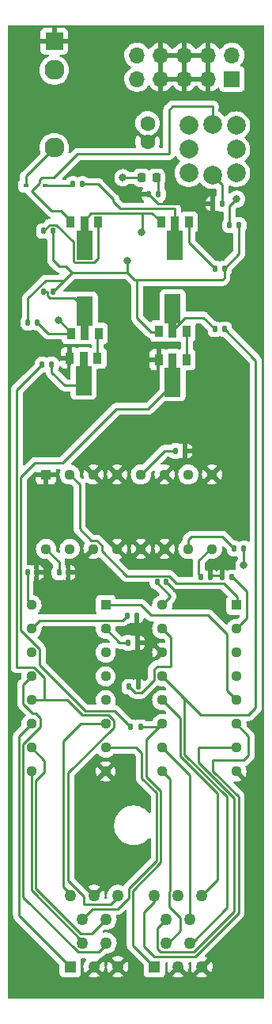
<source format=gbr>
%TF.GenerationSoftware,KiCad,Pcbnew,(6.0.10)*%
%TF.CreationDate,2023-01-09T12:33:07-08:00*%
%TF.ProjectId,16Bars,31364261-7273-42e6-9b69-6361645f7063,rev?*%
%TF.SameCoordinates,Original*%
%TF.FileFunction,Copper,L2,Bot*%
%TF.FilePolarity,Positive*%
%FSLAX46Y46*%
G04 Gerber Fmt 4.6, Leading zero omitted, Abs format (unit mm)*
G04 Created by KiCad (PCBNEW (6.0.10)) date 2023-01-09 12:33:07*
%MOMM*%
%LPD*%
G01*
G04 APERTURE LIST*
G04 Aperture macros list*
%AMRoundRect*
0 Rectangle with rounded corners*
0 $1 Rounding radius*
0 $2 $3 $4 $5 $6 $7 $8 $9 X,Y pos of 4 corners*
0 Add a 4 corners polygon primitive as box body*
4,1,4,$2,$3,$4,$5,$6,$7,$8,$9,$2,$3,0*
0 Add four circle primitives for the rounded corners*
1,1,$1+$1,$2,$3*
1,1,$1+$1,$4,$5*
1,1,$1+$1,$6,$7*
1,1,$1+$1,$8,$9*
0 Add four rect primitives between the rounded corners*
20,1,$1+$1,$2,$3,$4,$5,0*
20,1,$1+$1,$4,$5,$6,$7,0*
20,1,$1+$1,$6,$7,$8,$9,0*
20,1,$1+$1,$8,$9,$2,$3,0*%
%AMFreePoly0*
4,1,9,3.862500,-0.866500,0.737500,-0.866500,0.737500,-0.450000,-0.737500,-0.450000,-0.737500,0.450000,0.737500,0.450000,0.737500,0.866500,3.862500,0.866500,3.862500,-0.866500,3.862500,-0.866500,$1*%
G04 Aperture macros list end*
%TA.AperFunction,SMDPad,CuDef*%
%ADD10RoundRect,0.218750X0.218750X0.256250X-0.218750X0.256250X-0.218750X-0.256250X0.218750X-0.256250X0*%
%TD*%
%TA.AperFunction,SMDPad,CuDef*%
%ADD11RoundRect,0.135000X0.135000X0.185000X-0.135000X0.185000X-0.135000X-0.185000X0.135000X-0.185000X0*%
%TD*%
%TA.AperFunction,SMDPad,CuDef*%
%ADD12R,0.900000X1.300000*%
%TD*%
%TA.AperFunction,SMDPad,CuDef*%
%ADD13FreePoly0,270.000000*%
%TD*%
%TA.AperFunction,SMDPad,CuDef*%
%ADD14FreePoly0,90.000000*%
%TD*%
%TA.AperFunction,ComponentPad*%
%ADD15R,1.270000X1.270000*%
%TD*%
%TA.AperFunction,ComponentPad*%
%ADD16C,1.270000*%
%TD*%
%TA.AperFunction,WasherPad*%
%ADD17C,2.000000*%
%TD*%
%TA.AperFunction,ComponentPad*%
%ADD18C,2.000000*%
%TD*%
%TA.AperFunction,ComponentPad*%
%ADD19C,2.130000*%
%TD*%
%TA.AperFunction,ComponentPad*%
%ADD20R,1.930000X1.830000*%
%TD*%
%TA.AperFunction,ComponentPad*%
%ADD21C,1.130000*%
%TD*%
%TA.AperFunction,ComponentPad*%
%ADD22R,1.130000X1.130000*%
%TD*%
%TA.AperFunction,SMDPad,CuDef*%
%ADD23R,0.600000X0.450000*%
%TD*%
%TA.AperFunction,SMDPad,CuDef*%
%ADD24RoundRect,0.135000X-0.135000X-0.185000X0.135000X-0.185000X0.135000X0.185000X-0.135000X0.185000X0*%
%TD*%
%TA.AperFunction,SMDPad,CuDef*%
%ADD25RoundRect,0.140000X0.140000X0.170000X-0.140000X0.170000X-0.140000X-0.170000X0.140000X-0.170000X0*%
%TD*%
%TA.AperFunction,SMDPad,CuDef*%
%ADD26RoundRect,0.140000X-0.140000X-0.170000X0.140000X-0.170000X0.140000X0.170000X-0.140000X0.170000X0*%
%TD*%
%TA.AperFunction,ComponentPad*%
%ADD27O,1.700000X1.700000*%
%TD*%
%TA.AperFunction,ComponentPad*%
%ADD28R,1.700000X1.700000*%
%TD*%
%TA.AperFunction,ComponentPad*%
%ADD29C,1.600000*%
%TD*%
%TA.AperFunction,ViaPad*%
%ADD30C,0.800000*%
%TD*%
%TA.AperFunction,Conductor*%
%ADD31C,0.250000*%
%TD*%
G04 APERTURE END LIST*
D10*
%TO.P,D2,1,K*%
%TO.N,Net-(D2-Pad1)*%
X72923500Y-51816000D03*
%TO.P,D2,2,A*%
%TO.N,+12V*%
X71348500Y-51816000D03*
%TD*%
D11*
%TO.P,R18,1*%
%TO.N,+12V*%
X82298000Y-91440000D03*
%TO.P,R18,2*%
%TO.N,Net-(IC3-Pad10)*%
X81278000Y-91440000D03*
%TD*%
D12*
%TO.P,Q1,1,E*%
%TO.N,CLOCK_IN*%
X73440000Y-56580000D03*
D13*
%TO.P,Q1,2,B*%
%TO.N,Net-(Q1-Pad2)*%
X74940000Y-56667500D03*
D12*
%TO.P,Q1,3,C*%
%TO.N,Net-(Q1-Pad3)*%
X76440000Y-56580000D03*
%TD*%
%TO.P,Q2,1,E*%
%TO.N,Net-(Q2-Pad1)*%
X63720000Y-56580000D03*
D13*
%TO.P,Q2,2,B*%
%TO.N,CLOCK_IN*%
X65220000Y-56667500D03*
D12*
%TO.P,Q2,3,C*%
%TO.N,Net-(Q2-Pad3)*%
X66720000Y-56580000D03*
%TD*%
%TO.P,Q3,1,E*%
%TO.N,Net-(Q3-Pad1)*%
X76176000Y-68198000D03*
D14*
%TO.P,Q3,2,B*%
%TO.N,Net-(Q3-Pad2)*%
X74676000Y-68110500D03*
D12*
%TO.P,Q3,3,C*%
%TO.N,+12V*%
X73176000Y-68198000D03*
%TD*%
%TO.P,Q4,1,E*%
%TO.N,GND*%
X73176000Y-71248000D03*
D13*
%TO.P,Q4,2,B*%
%TO.N,Net-(R11-Pad2)*%
X74676000Y-71335500D03*
D12*
%TO.P,Q4,3,C*%
%TO.N,Net-(Q3-Pad1)*%
X76176000Y-71248000D03*
%TD*%
%TO.P,Q5,1,E*%
%TO.N,Net-(Q5-Pad1)*%
X66778000Y-68452000D03*
D14*
%TO.P,Q5,2,B*%
%TO.N,Net-(Q5-Pad2)*%
X65278000Y-68364500D03*
D12*
%TO.P,Q5,3,C*%
%TO.N,/16_BARS_RESET*%
X63778000Y-68452000D03*
%TD*%
%TO.P,Q6,1,E*%
%TO.N,GND*%
X63640000Y-71080000D03*
D13*
%TO.P,Q6,2,B*%
%TO.N,Net-(Q6-Pad2)*%
X65140000Y-71167500D03*
D12*
%TO.P,Q6,3,C*%
%TO.N,Net-(Q5-Pad1)*%
X66640000Y-71080000D03*
%TD*%
D11*
%TO.P,R17,2*%
%TO.N,+12V*%
X59180000Y-67310000D03*
%TO.P,R17,1*%
%TO.N,/16_BARS_RESET*%
X60200000Y-67310000D03*
%TD*%
D15*
%TO.P,DS-ONES1,1,E*%
%TO.N,/E1*%
X72720000Y-136120000D03*
D16*
%TO.P,DS-ONES1,2,D*%
%TO.N,/D1*%
X73990000Y-133580000D03*
%TO.P,DS-ONES1,3,A(C)_1*%
%TO.N,GND*%
X75260000Y-136120000D03*
%TO.P,DS-ONES1,4,C*%
%TO.N,/C1*%
X76530000Y-133580000D03*
%TO.P,DS-ONES1,5,DP*%
%TO.N,GND*%
X77800000Y-136120000D03*
%TO.P,DS-ONES1,6,B*%
%TO.N,/B1*%
X77800000Y-128500000D03*
%TO.P,DS-ONES1,7,A*%
%TO.N,/A1*%
X76530000Y-131040000D03*
%TO.P,DS-ONES1,8,A(C)_2*%
%TO.N,GND*%
X75260000Y-128500000D03*
%TO.P,DS-ONES1,9,G*%
%TO.N,/G1*%
X73990000Y-131040000D03*
%TO.P,DS-ONES1,10,F*%
%TO.N,/F1*%
X72720000Y-128500000D03*
%TD*%
D15*
%TO.P,DS-TENS1,1,E*%
%TO.N,/E2*%
X63720000Y-136120000D03*
D16*
%TO.P,DS-TENS1,2,D*%
%TO.N,/D2*%
X64990000Y-133580000D03*
%TO.P,DS-TENS1,3,A(C)_1*%
%TO.N,GND*%
X66260000Y-136120000D03*
%TO.P,DS-TENS1,4,C*%
%TO.N,/C2*%
X67530000Y-133580000D03*
%TO.P,DS-TENS1,5,DP*%
%TO.N,GND*%
X68800000Y-136120000D03*
%TO.P,DS-TENS1,6,B*%
%TO.N,/B2*%
X68800000Y-128500000D03*
%TO.P,DS-TENS1,7,A*%
%TO.N,/A2*%
X67530000Y-131040000D03*
%TO.P,DS-TENS1,8,A(C)_2*%
%TO.N,GND*%
X66260000Y-128500000D03*
%TO.P,DS-TENS1,9,G*%
%TO.N,/G2*%
X64990000Y-131040000D03*
%TO.P,DS-TENS1,10,F*%
%TO.N,/F2*%
X63720000Y-128500000D03*
%TD*%
D11*
%TO.P,R16,2*%
%TO.N,Net-(R16-Pad2)*%
X80770000Y-56896000D03*
%TO.P,R16,1*%
%TO.N,+12V*%
X81790000Y-56896000D03*
%TD*%
D17*
%TO.P,SW1,*%
%TO.N,*%
X81472400Y-48771600D03*
X76392400Y-48771600D03*
D18*
%TO.P,SW1,1,1*%
%TO.N,unconnected-(SW1-Pad1)*%
X76392400Y-46231600D03*
%TO.P,SW1,2,2*%
%TO.N,Net-(R16-Pad2)*%
X76392400Y-51311600D03*
%TO.P,SW1,3,3*%
%TO.N,unconnected-(SW1-Pad3)*%
X81472400Y-46231600D03*
%TO.P,SW1,4,4*%
%TO.N,/16_BARS_RESET*%
X81472400Y-51311600D03*
%TO.P,SW1,L1,L1*%
%TO.N,Net-(Q2-Pad1)*%
X78932400Y-46111600D03*
%TO.P,SW1,L2,L2*%
%TO.N,Net-(R15-Pad2)*%
X78932400Y-51511600D03*
%TD*%
D19*
%TO.P,J1,TN*%
%TO.N,N/C*%
X62000000Y-40320000D03*
%TO.P,J1,T*%
%TO.N,Net-(D1-Pad2)*%
X62000000Y-48620000D03*
D20*
%TO.P,J1,S*%
%TO.N,GND*%
X62000000Y-37220000D03*
%TD*%
D21*
%TO.P,IC3,16,VDD*%
%TO.N,+12V*%
X61110000Y-91470000D03*
%TO.P,IC3,15,CLOCK*%
%TO.N,CLOCK_IN*%
X63650000Y-91470000D03*
%TO.P,IC3,14,Q3*%
%TO.N,GND*%
X66190000Y-91470000D03*
%TO.P,IC3,13,P3*%
X68730000Y-91470000D03*
%TO.P,IC3,12,P2*%
X71270000Y-91470000D03*
%TO.P,IC3,11,Q2*%
X73810000Y-91470000D03*
%TO.P,IC3,10,UP/DOWN*%
%TO.N,Net-(IC3-Pad10)*%
X76350000Y-91470000D03*
%TO.P,IC3,9,RESET*%
%TO.N,/16_BARS_RESET*%
X78890000Y-91470000D03*
%TO.P,IC3,8,VSS*%
%TO.N,GND*%
X78890000Y-83530000D03*
%TO.P,IC3,7,~{CARRYOUT}*%
%TO.N,unconnected-(IC3-Pad7)*%
X76350000Y-83530000D03*
%TO.P,IC3,6,Q1*%
%TO.N,GND*%
X73810000Y-83530000D03*
%TO.P,IC3,5,~{CARRYIN}*%
%TO.N,Net-(IC3-Pad5)*%
X71270000Y-83530000D03*
%TO.P,IC3,4,P1*%
%TO.N,GND*%
X68730000Y-83530000D03*
%TO.P,IC3,3,P4*%
X66190000Y-83530000D03*
%TO.P,IC3,2,Q4*%
%TO.N,CLOCK_BAR*%
X63650000Y-83530000D03*
D22*
%TO.P,IC3,1,PRESETENABLE*%
%TO.N,GND*%
X61110000Y-83530000D03*
%TD*%
D23*
%TO.P,D1,1,K*%
%TO.N,Net-(D1-Pad1)*%
X61050000Y-52650000D03*
%TO.P,D1,2,A*%
%TO.N,Net-(D1-Pad2)*%
X58950000Y-52650000D03*
%TD*%
D24*
%TO.P,R9,2*%
%TO.N,GND*%
X76010000Y-81000000D03*
%TO.P,R9,1*%
%TO.N,Net-(IC3-Pad5)*%
X74990000Y-81000000D03*
%TD*%
D25*
%TO.P,C3,2*%
%TO.N,+12V*%
X59120000Y-94000000D03*
%TO.P,C3,1*%
%TO.N,GND*%
X60080000Y-94000000D03*
%TD*%
D11*
%TO.P,R2,2*%
%TO.N,/16_BARS_RESET*%
X69990000Y-106190000D03*
%TO.P,R2,1*%
%TO.N,GND*%
X71010000Y-106190000D03*
%TD*%
D22*
%TO.P,IC1,1,CLOCK*%
%TO.N,CLOCK_BAR*%
X81500000Y-97460000D03*
D21*
%TO.P,IC1,2,CLOCKINHIBIT*%
%TO.N,Net-(IC1-Pad2)*%
X81500000Y-100000000D03*
%TO.P,IC1,3,RIPPLEBLANKINGIN*%
%TO.N,unconnected-(IC1-Pad3)*%
X81500000Y-102540000D03*
%TO.P,IC1,4,RIPPLEBLANKINGOUT*%
%TO.N,unconnected-(IC1-Pad4)*%
X81500000Y-105080000D03*
%TO.P,IC1,5,CARRYOUT*%
%TO.N,CARRY_1*%
X81500000Y-107620000D03*
%TO.P,IC1,6,F*%
%TO.N,/F1*%
X81500000Y-110160000D03*
%TO.P,IC1,7,G*%
%TO.N,/G1*%
X81500000Y-112700000D03*
%TO.P,IC1,8,VSS*%
%TO.N,GND*%
X81500000Y-115240000D03*
%TO.P,IC1,9,D*%
%TO.N,/D1*%
X73560000Y-115240000D03*
%TO.P,IC1,10,A*%
%TO.N,/A1*%
X73560000Y-112700000D03*
%TO.P,IC1,11,E*%
%TO.N,/E1*%
X73560000Y-110160000D03*
%TO.P,IC1,12,B*%
%TO.N,/B1*%
X73560000Y-107620000D03*
%TO.P,IC1,13,C*%
%TO.N,/C1*%
X73560000Y-105080000D03*
%TO.P,IC1,14,LAMPTEST*%
%TO.N,GND*%
X73560000Y-102540000D03*
%TO.P,IC1,15,RESET*%
%TO.N,/16_BARS_RESET*%
X73560000Y-100000000D03*
%TO.P,IC1,16,VDD*%
%TO.N,+12V*%
X73560000Y-97460000D03*
%TD*%
D25*
%TO.P,C4,2*%
%TO.N,+12V*%
X73000000Y-95000000D03*
%TO.P,C4,1*%
%TO.N,GND*%
X73960000Y-95000000D03*
%TD*%
D11*
%TO.P,R13,2*%
%TO.N,Net-(Q5-Pad2)*%
X60850000Y-64000000D03*
%TO.P,R13,1*%
%TO.N,+12V*%
X61870000Y-64000000D03*
%TD*%
%TO.P,R6,2*%
%TO.N,/16_BARS_RESET*%
X77722000Y-94500000D03*
%TO.P,R6,1*%
%TO.N,GND*%
X78742000Y-94500000D03*
%TD*%
%TO.P,R5,2*%
%TO.N,Net-(D1-Pad1)*%
X63990000Y-52500000D03*
%TO.P,R5,1*%
%TO.N,Net-(Q1-Pad2)*%
X65010000Y-52500000D03*
%TD*%
D24*
%TO.P,R15,2*%
%TO.N,Net-(R15-Pad2)*%
X80012000Y-54610000D03*
%TO.P,R15,1*%
%TO.N,GND*%
X78992000Y-54610000D03*
%TD*%
D26*
%TO.P,C2,2*%
%TO.N,GND*%
X63480000Y-94000000D03*
%TO.P,C2,1*%
%TO.N,+12V*%
X62520000Y-94000000D03*
%TD*%
D24*
%TO.P,R12,2*%
%TO.N,Net-(D2-Pad1)*%
X73154000Y-53594000D03*
%TO.P,R12,1*%
%TO.N,GND*%
X72134000Y-53594000D03*
%TD*%
%TO.P,R3,2*%
%TO.N,GND*%
X70910000Y-101500000D03*
%TO.P,R3,1*%
%TO.N,Net-(IC2-Pad2)*%
X69890000Y-101500000D03*
%TD*%
D27*
%TO.P,J2,10,Pin_10*%
%TO.N,unconnected-(J2-Pad10)*%
X70859600Y-38735000D03*
%TO.P,J2,9,Pin_9*%
%TO.N,unconnected-(J2-Pad9)*%
X70859600Y-41275000D03*
%TO.P,J2,8,Pin_8*%
%TO.N,GND*%
X73399600Y-38735000D03*
%TO.P,J2,7,Pin_7*%
X73399600Y-41275000D03*
%TO.P,J2,6,Pin_6*%
X75939600Y-38735000D03*
%TO.P,J2,5,Pin_5*%
X75939600Y-41275000D03*
%TO.P,J2,4,Pin_4*%
X78479600Y-38735000D03*
%TO.P,J2,3,Pin_3*%
X78479600Y-41275000D03*
%TO.P,J2,2,Pin_2*%
%TO.N,+12V*%
X81019600Y-38735000D03*
D28*
%TO.P,J2,1,Pin_1*%
X81019600Y-41275000D03*
%TD*%
D11*
%TO.P,R11,2*%
%TO.N,Net-(R11-Pad2)*%
X70200000Y-110500000D03*
%TO.P,R11,1*%
%TO.N,/E1*%
X71220000Y-110500000D03*
%TD*%
%TO.P,R10,2*%
%TO.N,Net-(Q3-Pad2)*%
X79210000Y-68000000D03*
%TO.P,R10,1*%
%TO.N,/C1*%
X80230000Y-68000000D03*
%TD*%
D21*
%TO.P,IC2,16,VDD*%
%TO.N,+12V*%
X59560000Y-97460000D03*
%TO.P,IC2,15,RESET*%
%TO.N,/16_BARS_RESET*%
X59560000Y-100000000D03*
%TO.P,IC2,14,LAMPTEST*%
%TO.N,unconnected-(IC2-Pad14)*%
X59560000Y-102540000D03*
%TO.P,IC2,13,C*%
%TO.N,/C2*%
X59560000Y-105080000D03*
%TO.P,IC2,12,B*%
%TO.N,/B2*%
X59560000Y-107620000D03*
%TO.P,IC2,11,E*%
%TO.N,/E2*%
X59560000Y-110160000D03*
%TO.P,IC2,10,A*%
%TO.N,/A2*%
X59560000Y-112700000D03*
%TO.P,IC2,9,D*%
%TO.N,/D2*%
X59560000Y-115240000D03*
%TO.P,IC2,8,VSS*%
%TO.N,GND*%
X67500000Y-115240000D03*
%TO.P,IC2,7,G*%
%TO.N,/G2*%
X67500000Y-112700000D03*
%TO.P,IC2,6,F*%
%TO.N,/F2*%
X67500000Y-110160000D03*
%TO.P,IC2,5,CARRYOUT*%
%TO.N,unconnected-(IC2-Pad5)*%
X67500000Y-107620000D03*
%TO.P,IC2,4,RIPPLEBLANKINGOUT*%
%TO.N,unconnected-(IC2-Pad4)*%
X67500000Y-105080000D03*
%TO.P,IC2,3,RIPPLEBLANKINGIN*%
%TO.N,unconnected-(IC2-Pad3)*%
X67500000Y-102540000D03*
%TO.P,IC2,2,CLOCKINHIBIT*%
%TO.N,Net-(IC2-Pad2)*%
X67500000Y-100000000D03*
D22*
%TO.P,IC2,1,CLOCK*%
%TO.N,CARRY_1*%
X67500000Y-97460000D03*
%TD*%
D29*
%TO.P,C1,2*%
%TO.N,GND*%
X72000000Y-48000000D03*
%TO.P,C1,1*%
%TO.N,+12V*%
X72000000Y-46000000D03*
%TD*%
D11*
%TO.P,R7,2*%
%TO.N,Net-(Q2-Pad3)*%
X60850000Y-57500000D03*
%TO.P,R7,1*%
%TO.N,+12V*%
X61870000Y-57500000D03*
%TD*%
%TO.P,R8,2*%
%TO.N,Net-(Q1-Pad3)*%
X79210000Y-61500000D03*
%TO.P,R8,1*%
%TO.N,+12V*%
X80230000Y-61500000D03*
%TD*%
%TO.P,R1,2*%
%TO.N,GND*%
X80008000Y-94500000D03*
%TO.P,R1,1*%
%TO.N,Net-(IC1-Pad2)*%
X81028000Y-94500000D03*
%TD*%
%TO.P,R4,2*%
%TO.N,/16_BARS_RESET*%
X69790000Y-98600000D03*
%TO.P,R4,1*%
%TO.N,GND*%
X70810000Y-98600000D03*
%TD*%
D24*
%TO.P,R14,2*%
%TO.N,Net-(Q6-Pad2)*%
X61724000Y-71770000D03*
%TO.P,R14,1*%
%TO.N,/B2*%
X60704000Y-71770000D03*
%TD*%
D30*
%TO.N,GND*%
X78994000Y-64262000D03*
%TO.N,+12V*%
X69342000Y-51816000D03*
X69850000Y-60706000D03*
X82296000Y-93218000D03*
%TO.N,GND*%
X77978000Y-70104000D03*
%TO.N,/16_BARS_RESET*%
X62484000Y-67056000D03*
%TO.N,GND*%
X78994000Y-58420000D03*
X58674000Y-70358000D03*
X69850000Y-70358000D03*
%TO.N,CLOCK_IN*%
X71374000Y-57658000D03*
%TO.N,GND*%
X70612000Y-103632000D03*
%TO.N,Net-(R16-Pad2)*%
X81534000Y-54102000D03*
%TO.N,GND*%
X77470000Y-97282000D03*
X78740000Y-93218000D03*
X61214000Y-88646000D03*
X81280000Y-87630000D03*
X65786000Y-120904000D03*
%TD*%
D31*
%TO.N,+12V*%
X71348500Y-51816000D02*
X69342000Y-51816000D01*
%TO.N,GND*%
X73150000Y-54610000D02*
X78992000Y-54610000D01*
X72134000Y-53594000D02*
X73150000Y-54610000D01*
%TO.N,Net-(D2-Pad1)*%
X73154000Y-52046500D02*
X72923500Y-51816000D01*
X73154000Y-53594000D02*
X73154000Y-52046500D01*
%TO.N,+12V*%
X69850000Y-61976000D02*
X69850000Y-60706000D01*
X69850000Y-61976000D02*
X70612000Y-62738000D01*
X70612000Y-62738000D02*
X71120000Y-62738000D01*
X71120000Y-62738000D02*
X70866000Y-62738000D01*
X76708000Y-62738000D02*
X71120000Y-62738000D01*
X63894000Y-61976000D02*
X69850000Y-61976000D01*
X81790000Y-59184000D02*
X81790000Y-59940000D01*
X81790000Y-56896000D02*
X81790000Y-59184000D01*
%TO.N,Net-(Q1-Pad2)*%
X69098000Y-55128000D02*
X74940000Y-55128000D01*
X74940000Y-55128000D02*
X74940000Y-59500000D01*
X68326000Y-54356000D02*
X69098000Y-55128000D01*
X68326000Y-54102000D02*
X68326000Y-54356000D01*
X66724000Y-52500000D02*
X68326000Y-54102000D01*
X65010000Y-52500000D02*
X66724000Y-52500000D01*
%TO.N,+12V*%
X82296000Y-91442000D02*
X82298000Y-91440000D01*
X82296000Y-93218000D02*
X82296000Y-91442000D01*
%TO.N,Net-(IC3-Pad10)*%
X80008000Y-90170000D02*
X76708000Y-90170000D01*
X76708000Y-90170000D02*
X76350000Y-90528000D01*
X81278000Y-91440000D02*
X80008000Y-90170000D01*
X76350000Y-90528000D02*
X76350000Y-91470000D01*
%TO.N,+12V*%
X70866000Y-66802000D02*
X72390000Y-68326000D01*
X74422000Y-96520000D02*
X74422000Y-96598000D01*
X73000000Y-95098000D02*
X74422000Y-96520000D01*
X73000000Y-95000000D02*
X73000000Y-95098000D01*
X74422000Y-96598000D02*
X73560000Y-97460000D01*
X81790000Y-59940000D02*
X80230000Y-61500000D01*
%TO.N,/16_BARS_RESET*%
X63778000Y-68350000D02*
X62484000Y-67056000D01*
X63778000Y-68452000D02*
X63778000Y-68350000D01*
%TO.N,Net-(Q2-Pad1)*%
X78994000Y-44196000D02*
X78932400Y-44257600D01*
X74676000Y-44196000D02*
X78994000Y-44196000D01*
X74297009Y-44574991D02*
X74676000Y-44196000D01*
X74297009Y-49276000D02*
X74297009Y-44574991D01*
X64516000Y-49276000D02*
X74297009Y-49276000D01*
X61976000Y-51816000D02*
X64516000Y-49276000D01*
X60676000Y-51816000D02*
X61976000Y-51816000D01*
X60425000Y-52067000D02*
X60676000Y-51816000D01*
X61722000Y-55372000D02*
X59563000Y-53213000D01*
X60425000Y-52351000D02*
X60425000Y-52067000D01*
X78932400Y-44257600D02*
X78932400Y-46111600D01*
X62738000Y-55372000D02*
X61722000Y-55372000D01*
X59563000Y-53213000D02*
X60425000Y-52351000D01*
X63720000Y-56580000D02*
X63720000Y-56354000D01*
X63720000Y-56354000D02*
X62738000Y-55372000D01*
%TO.N,CLOCK_IN*%
X71395000Y-55605000D02*
X65945000Y-55605000D01*
X71395000Y-55605000D02*
X71395000Y-57637000D01*
X72465000Y-55605000D02*
X71395000Y-55605000D01*
X71395000Y-57637000D02*
X71374000Y-57658000D01*
%TO.N,+12V*%
X72390000Y-68326000D02*
X73048000Y-68326000D01*
X73048000Y-68326000D02*
X73176000Y-68198000D01*
X70866000Y-62738000D02*
X70866000Y-66802000D01*
%TO.N,CLOCK_IN*%
X65945000Y-55605000D02*
X65220000Y-56330000D01*
X73440000Y-56580000D02*
X72465000Y-55605000D01*
X65220000Y-56330000D02*
X65220000Y-56667500D01*
%TO.N,Net-(Q3-Pad1)*%
X76176000Y-68198000D02*
X76176000Y-71248000D01*
%TO.N,Net-(Q3-Pad2)*%
X77960000Y-66750000D02*
X76036500Y-66750000D01*
X79210000Y-68000000D02*
X77960000Y-66750000D01*
X76036500Y-66750000D02*
X74676000Y-68110500D01*
%TO.N,+12V*%
X80010000Y-62738000D02*
X76708000Y-62738000D01*
X80230000Y-62518000D02*
X80010000Y-62738000D01*
X80230000Y-61500000D02*
X80230000Y-62518000D01*
X63223000Y-61305000D02*
X63894000Y-61976000D01*
X62575000Y-61305000D02*
X63223000Y-61305000D01*
X61870000Y-60600000D02*
X61870000Y-57500000D01*
X62575000Y-61305000D02*
X61870000Y-60600000D01*
%TO.N,Net-(Q2-Pad3)*%
X66270604Y-60855000D02*
X66720000Y-60405604D01*
X64157000Y-60855000D02*
X66270604Y-60855000D01*
X62195538Y-56855000D02*
X64028500Y-58687962D01*
X61495000Y-56855000D02*
X62195538Y-56855000D01*
X64028500Y-60726500D02*
X64157000Y-60855000D01*
X60850000Y-57500000D02*
X61495000Y-56855000D01*
X64028500Y-58687962D02*
X64028500Y-60726500D01*
X66720000Y-60405604D02*
X66720000Y-56580000D01*
%TO.N,Net-(Q1-Pad3)*%
X76440000Y-58730000D02*
X79210000Y-61500000D01*
X76440000Y-56580000D02*
X76440000Y-58730000D01*
%TO.N,/16_BARS_RESET*%
X61342000Y-68452000D02*
X60200000Y-67310000D01*
X63778000Y-68452000D02*
X61342000Y-68452000D01*
%TO.N,Net-(Q5-Pad1)*%
X66640000Y-68590000D02*
X66778000Y-68452000D01*
X66640000Y-71080000D02*
X66640000Y-68590000D01*
%TO.N,Net-(R11-Pad2)*%
X74676000Y-73886918D02*
X74154459Y-74408459D01*
X74676000Y-71335500D02*
X74676000Y-73886918D01*
X74154459Y-74408459D02*
X74562918Y-74000000D01*
X72050918Y-76512000D02*
X74154459Y-74408459D01*
%TO.N,Net-(Q5-Pad2)*%
X61544462Y-64645000D02*
X64137000Y-64645000D01*
X64137000Y-64645000D02*
X65360000Y-65868000D01*
X65360000Y-65868000D02*
X65360000Y-66750000D01*
X61275000Y-64375538D02*
X61544462Y-64645000D01*
X61275000Y-64000000D02*
X61275000Y-64375538D01*
X60850000Y-64000000D02*
X61275000Y-64000000D01*
%TO.N,GND*%
X76242000Y-97282000D02*
X77470000Y-97282000D01*
X73960000Y-95000000D02*
X76242000Y-97282000D01*
%TO.N,Net-(R16-Pad2)*%
X80770000Y-54866000D02*
X81534000Y-54102000D01*
X80770000Y-56896000D02*
X80770000Y-54866000D01*
%TO.N,Net-(R15-Pad2)*%
X80012000Y-52591200D02*
X78932400Y-51511600D01*
X80012000Y-54610000D02*
X80012000Y-52591200D01*
%TO.N,/16_BARS_RESET*%
X78710000Y-91470000D02*
X78890000Y-91470000D01*
X77470000Y-92710000D02*
X78710000Y-91470000D01*
X77470000Y-94248000D02*
X77470000Y-92710000D01*
X77722000Y-94500000D02*
X77470000Y-94248000D01*
%TO.N,Net-(R11-Pad2)*%
X74562918Y-74000000D02*
X74720000Y-74000000D01*
X68675604Y-76512000D02*
X72050918Y-76512000D01*
X62891604Y-82296000D02*
X68675604Y-76512000D01*
X60450000Y-103884000D02*
X60450000Y-102148651D01*
X58420000Y-83820000D02*
X59944000Y-82296000D01*
X65336000Y-108770000D02*
X60450000Y-103884000D01*
X60450000Y-102148651D02*
X58420000Y-100118651D01*
X68470000Y-108770000D02*
X65336000Y-108770000D01*
X58420000Y-100118651D02*
X58420000Y-83820000D01*
X59944000Y-82296000D02*
X62891604Y-82296000D01*
X70200000Y-110500000D02*
X68470000Y-108770000D01*
%TO.N,/G2*%
X70790000Y-112700000D02*
X67500000Y-112700000D01*
X71374000Y-113284000D02*
X70790000Y-112700000D01*
X71374000Y-115952396D02*
X71374000Y-113284000D01*
X72956000Y-117534396D02*
X71374000Y-115952396D01*
X72956000Y-124781604D02*
X72956000Y-117534396D01*
X69960000Y-127777604D02*
X72956000Y-124781604D01*
X69960000Y-128778000D02*
X69960000Y-127777604D01*
X68828000Y-129910000D02*
X69960000Y-128778000D01*
X66120000Y-129910000D02*
X68828000Y-129910000D01*
X64990000Y-131040000D02*
X66120000Y-129910000D01*
%TO.N,/A2*%
X60960000Y-114100000D02*
X59560000Y-112700000D01*
X60010000Y-116266000D02*
X60960000Y-115316000D01*
X60960000Y-115316000D02*
X60960000Y-114100000D01*
X60010000Y-127763604D02*
X60010000Y-116266000D01*
X64834396Y-132588000D02*
X60010000Y-127763604D01*
X65982000Y-132588000D02*
X64834396Y-132588000D01*
X67530000Y-131040000D02*
X65982000Y-132588000D01*
%TO.N,/B2*%
X63424000Y-107620000D02*
X59560000Y-107620000D01*
X65024000Y-109220000D02*
X63424000Y-107620000D01*
X67818651Y-109220000D02*
X65024000Y-109220000D01*
X68390000Y-109791349D02*
X67818651Y-109220000D01*
X68390000Y-110528651D02*
X68390000Y-109791349D01*
X63500000Y-115418651D02*
X68390000Y-110528651D01*
X63500000Y-126922354D02*
X63500000Y-115418651D01*
X68040000Y-129460000D02*
X65198000Y-129460000D01*
X69000000Y-128500000D02*
X68040000Y-129460000D01*
X65198000Y-129460000D02*
X65198000Y-128620354D01*
X65198000Y-128620354D02*
X63500000Y-126922354D01*
%TO.N,/F2*%
X62992000Y-112014000D02*
X64846000Y-110160000D01*
X64846000Y-110160000D02*
X67500000Y-110160000D01*
X62992000Y-127572000D02*
X62992000Y-112014000D01*
X63920000Y-128500000D02*
X62992000Y-127572000D01*
%TO.N,/D1*%
X74422000Y-116102000D02*
X73560000Y-115240000D01*
X74300000Y-129672000D02*
X74300000Y-128102354D01*
X74300000Y-128102354D02*
X74422000Y-127980354D01*
X75500000Y-132270000D02*
X75500000Y-130872000D01*
X75500000Y-130872000D02*
X74300000Y-129672000D01*
X74190000Y-133580000D02*
X75500000Y-132270000D01*
X74422000Y-127980354D02*
X74422000Y-116102000D01*
%TO.N,/B2*%
X60960000Y-105221349D02*
X60960000Y-107620000D01*
X59820651Y-104082000D02*
X60960000Y-105221349D01*
X57970000Y-104082000D02*
X59820651Y-104082000D01*
X57970000Y-74504000D02*
X57970000Y-104082000D01*
X60704000Y-71770000D02*
X57970000Y-74504000D01*
%TO.N,Net-(Q6-Pad2)*%
X63130000Y-74000000D02*
X65140000Y-74000000D01*
X61724000Y-72594000D02*
X63130000Y-74000000D01*
X61724000Y-71770000D02*
X61724000Y-72594000D01*
%TO.N,Net-(IC1-Pad2)*%
X81096000Y-94500000D02*
X81028000Y-94500000D01*
X82608000Y-96012000D02*
X81096000Y-94500000D01*
X82608000Y-98892000D02*
X82608000Y-96012000D01*
X81500000Y-100000000D02*
X82608000Y-98892000D01*
%TO.N,CLOCK_BAR*%
X64702000Y-84582000D02*
X63650000Y-83530000D01*
X64702000Y-89340000D02*
X64702000Y-84582000D01*
X65942000Y-90580000D02*
X64702000Y-89340000D01*
X66558651Y-90580000D02*
X65942000Y-90580000D01*
X74292609Y-94365000D02*
X69727000Y-94365000D01*
X67080000Y-91718000D02*
X67080000Y-91101349D01*
X75072609Y-95145000D02*
X74292609Y-94365000D01*
X81623000Y-96609000D02*
X80159000Y-95145000D01*
X69727000Y-94365000D02*
X67080000Y-91718000D01*
X67080000Y-91101349D02*
X66558651Y-90580000D01*
X80159000Y-95145000D02*
X75072609Y-95145000D01*
X81623000Y-97337000D02*
X81623000Y-96609000D01*
X81500000Y-97460000D02*
X81623000Y-97337000D01*
%TO.N,/C1*%
X82804000Y-109220000D02*
X83566000Y-108458000D01*
X77700000Y-109220000D02*
X82804000Y-109220000D01*
X73560000Y-105080000D02*
X77700000Y-109220000D01*
X83566000Y-108458000D02*
X83566000Y-71336000D01*
X83566000Y-71336000D02*
X80230000Y-68000000D01*
%TO.N,+12V*%
X63062000Y-62808000D02*
X61071462Y-62808000D01*
X61071462Y-62808000D02*
X59180000Y-64699462D01*
X59180000Y-64699462D02*
X59180000Y-67310000D01*
X63062000Y-62808000D02*
X63894000Y-61976000D01*
X61870000Y-64000000D02*
X63062000Y-62808000D01*
%TO.N,/F1*%
X82804000Y-111464000D02*
X81500000Y-110160000D01*
X82804000Y-113538000D02*
X82804000Y-111464000D01*
X82296000Y-114046000D02*
X82804000Y-113538000D01*
X78994000Y-114046000D02*
X82296000Y-114046000D01*
X78994000Y-115184812D02*
X78994000Y-114046000D01*
X81730000Y-117920812D02*
X78994000Y-115184812D01*
X81730000Y-130374042D02*
X81730000Y-117920812D01*
X71628000Y-130302000D02*
X71628000Y-133934000D01*
X71628000Y-133934000D02*
X72684000Y-134990000D01*
X72720000Y-129210000D02*
X71628000Y-130302000D01*
X72684000Y-134990000D02*
X77114042Y-134990000D01*
X72720000Y-128500000D02*
X72720000Y-129210000D01*
X77114042Y-134990000D02*
X81730000Y-130374042D01*
%TO.N,/G1*%
X77470000Y-112700000D02*
X81500000Y-112700000D01*
X81280000Y-118107208D02*
X77470000Y-114297208D01*
X77470000Y-114297208D02*
X77470000Y-112700000D01*
X81280000Y-130187646D02*
X81280000Y-118107208D01*
X76927646Y-134540000D02*
X81280000Y-130187646D01*
X73030000Y-134174000D02*
X73396000Y-134540000D01*
X73030000Y-132000000D02*
X73030000Y-134174000D01*
X73396000Y-134540000D02*
X76927646Y-134540000D01*
X73990000Y-131040000D02*
X73030000Y-132000000D01*
%TO.N,/C1*%
X80500000Y-117963604D02*
X75950000Y-113413604D01*
X75950000Y-107470000D02*
X73560000Y-105080000D01*
X80500000Y-129810000D02*
X80500000Y-117963604D01*
X76730000Y-133580000D02*
X80500000Y-129810000D01*
X75950000Y-113413604D02*
X75950000Y-107470000D01*
%TO.N,/B1*%
X75500000Y-113600000D02*
X75500000Y-109560000D01*
X79500000Y-117600000D02*
X75500000Y-113600000D01*
X79500000Y-124966000D02*
X79500000Y-117600000D01*
X75500000Y-109560000D02*
X73560000Y-107620000D01*
X79502000Y-124968000D02*
X79500000Y-124966000D01*
%TO.N,CARRY_1*%
X80500000Y-100573070D02*
X80500000Y-106620000D01*
X80500000Y-106620000D02*
X81500000Y-107620000D01*
X78478930Y-98552000D02*
X80500000Y-100573070D01*
X72390000Y-98552000D02*
X78478930Y-98552000D01*
X67500000Y-97460000D02*
X71298000Y-97460000D01*
X71298000Y-97460000D02*
X72390000Y-98552000D01*
%TO.N,/B1*%
X79502000Y-126798000D02*
X77800000Y-128500000D01*
X79502000Y-125002000D02*
X79502000Y-126798000D01*
X79500000Y-125000000D02*
X79502000Y-125002000D01*
%TO.N,/E1*%
X71882000Y-115824000D02*
X71882000Y-111838000D01*
X73406000Y-117348000D02*
X71882000Y-115824000D01*
X71882000Y-111838000D02*
X73560000Y-110160000D01*
X73406000Y-124968000D02*
X73406000Y-117348000D01*
X70410000Y-127964000D02*
X73406000Y-124968000D01*
X72720000Y-136120000D02*
X70410000Y-133810000D01*
X70410000Y-133810000D02*
X70410000Y-127964000D01*
%TO.N,/E2*%
X58220000Y-130620000D02*
X63720000Y-136120000D01*
X59560000Y-110160000D02*
X58220000Y-111500000D01*
X58220000Y-111500000D02*
X58220000Y-130620000D01*
%TO.N,/A1*%
X76530000Y-115670000D02*
X73560000Y-112700000D01*
X76530000Y-131040000D02*
X76530000Y-115670000D01*
%TO.N,/E1*%
X73220000Y-110500000D02*
X73560000Y-110160000D01*
X71220000Y-110500000D02*
X73220000Y-110500000D01*
%TO.N,/D2*%
X59560000Y-127950000D02*
X59560000Y-115240000D01*
X65190000Y-133580000D02*
X59560000Y-127950000D01*
%TO.N,/C2*%
X64540000Y-134540000D02*
X58670000Y-128670000D01*
X66770000Y-134540000D02*
X64540000Y-134540000D01*
X60500000Y-109500000D02*
X60000000Y-109000000D01*
X58670000Y-107988651D02*
X58670000Y-105970000D01*
X60500000Y-110478651D02*
X60500000Y-109500000D01*
X67730000Y-133580000D02*
X66770000Y-134540000D01*
X60000000Y-109000000D02*
X59681349Y-109000000D01*
X58670000Y-105970000D02*
X59560000Y-105080000D01*
X59681349Y-109000000D02*
X58670000Y-107988651D01*
X58670000Y-112308651D02*
X60500000Y-110478651D01*
X58670000Y-128670000D02*
X58670000Y-112308651D01*
%TO.N,Net-(IC2-Pad2)*%
X69000000Y-101500000D02*
X67500000Y-100000000D01*
X69990000Y-101500000D02*
X69000000Y-101500000D01*
%TO.N,/16_BARS_RESET*%
X69990000Y-106190000D02*
X70635000Y-106835000D01*
%TO.N,+12V*%
X62520000Y-92880000D02*
X61110000Y-91470000D01*
%TO.N,/16_BARS_RESET*%
X71335538Y-106835000D02*
X72670000Y-105500538D01*
X72670000Y-104330000D02*
X73000000Y-104000000D01*
X69280000Y-99110000D02*
X60450000Y-99110000D01*
%TO.N,+12V*%
X59120000Y-94000000D02*
X59120000Y-97020000D01*
%TO.N,/16_BARS_RESET*%
X60450000Y-99110000D02*
X59560000Y-100000000D01*
X72670000Y-105500538D02*
X72670000Y-104330000D01*
X74500000Y-104000000D02*
X74500000Y-100940000D01*
X73000000Y-104000000D02*
X74500000Y-104000000D01*
X74500000Y-100940000D02*
X73560000Y-100000000D01*
X70635000Y-106835000D02*
X71335538Y-106835000D01*
%TO.N,+12V*%
X59120000Y-97020000D02*
X59560000Y-97460000D01*
%TO.N,/16_BARS_RESET*%
X69790000Y-98600000D02*
X69280000Y-99110000D01*
%TO.N,+12V*%
X62520000Y-94000000D02*
X62520000Y-92880000D01*
%TO.N,Net-(D1-Pad1)*%
X61050000Y-52650000D02*
X63840000Y-52650000D01*
X63840000Y-52650000D02*
X63990000Y-52500000D01*
%TO.N,Net-(IC3-Pad5)*%
X74990000Y-81000000D02*
X73800000Y-81000000D01*
X73800000Y-81000000D02*
X71270000Y-83530000D01*
%TO.N,Net-(D1-Pad2)*%
X62000000Y-48620000D02*
X58950000Y-51670000D01*
X58950000Y-51670000D02*
X58950000Y-52650000D01*
%TD*%
%TA.AperFunction,Conductor*%
%TO.N,GND*%
G36*
X84433621Y-35528502D02*
G01*
X84480114Y-35582158D01*
X84491500Y-35634500D01*
X84491500Y-139365500D01*
X84471498Y-139433621D01*
X84417842Y-139480114D01*
X84365500Y-139491500D01*
X57134500Y-139491500D01*
X57066379Y-139471498D01*
X57019886Y-139417842D01*
X57008500Y-139365500D01*
X57008500Y-74483943D01*
X57331780Y-74483943D01*
X57332526Y-74491835D01*
X57335941Y-74527961D01*
X57336500Y-74539819D01*
X57336500Y-104010207D01*
X57334268Y-104033816D01*
X57332725Y-104041906D01*
X57334605Y-104071793D01*
X57336251Y-104097951D01*
X57336500Y-104105862D01*
X57336500Y-104121856D01*
X57338506Y-104137730D01*
X57339248Y-104145590D01*
X57342775Y-104201650D01*
X57345225Y-104209191D01*
X57345321Y-104209487D01*
X57350494Y-104232631D01*
X57350532Y-104232935D01*
X57350533Y-104232940D01*
X57351526Y-104240797D01*
X57354442Y-104248162D01*
X57354443Y-104248166D01*
X57372199Y-104293011D01*
X57374871Y-104300430D01*
X57392236Y-104353875D01*
X57396486Y-104360571D01*
X57396486Y-104360572D01*
X57396650Y-104360831D01*
X57407415Y-104381958D01*
X57407529Y-104382246D01*
X57407532Y-104382251D01*
X57410448Y-104389617D01*
X57415104Y-104396025D01*
X57415107Y-104396031D01*
X57443458Y-104435052D01*
X57447901Y-104441589D01*
X57478000Y-104489018D01*
X57483778Y-104494444D01*
X57483779Y-104494445D01*
X57484007Y-104494659D01*
X57499688Y-104512446D01*
X57504528Y-104519107D01*
X57510637Y-104524161D01*
X57510638Y-104524162D01*
X57547796Y-104554903D01*
X57553730Y-104560134D01*
X57588898Y-104593158D01*
X57588901Y-104593160D01*
X57594679Y-104598586D01*
X57601903Y-104602558D01*
X57621506Y-104615881D01*
X57621746Y-104616080D01*
X57621753Y-104616084D01*
X57627856Y-104621133D01*
X57663860Y-104638075D01*
X57678676Y-104645047D01*
X57685708Y-104648629D01*
X57734940Y-104675695D01*
X57742615Y-104677665D01*
X57742621Y-104677668D01*
X57742919Y-104677744D01*
X57765228Y-104685776D01*
X57765503Y-104685906D01*
X57765511Y-104685909D01*
X57772682Y-104689283D01*
X57827849Y-104699806D01*
X57835558Y-104701529D01*
X57869551Y-104710257D01*
X57882293Y-104713529D01*
X57882294Y-104713529D01*
X57889970Y-104715500D01*
X57898207Y-104715500D01*
X57921816Y-104717732D01*
X57922119Y-104717790D01*
X57922123Y-104717790D01*
X57929906Y-104719275D01*
X57985951Y-104715749D01*
X57993862Y-104715500D01*
X58380279Y-104715500D01*
X58448400Y-104735502D01*
X58494893Y-104789158D01*
X58505406Y-104856309D01*
X58482270Y-105051779D01*
X58482648Y-105057545D01*
X58491457Y-105191937D01*
X58475954Y-105261220D01*
X58454823Y-105289273D01*
X58361746Y-105382349D01*
X58277742Y-105466353D01*
X58269463Y-105473887D01*
X58262982Y-105478000D01*
X58220222Y-105523535D01*
X58216357Y-105527651D01*
X58213602Y-105530493D01*
X58193865Y-105550230D01*
X58191385Y-105553427D01*
X58183682Y-105562447D01*
X58153414Y-105594679D01*
X58149595Y-105601625D01*
X58149593Y-105601628D01*
X58143652Y-105612434D01*
X58132801Y-105628953D01*
X58120386Y-105644959D01*
X58117241Y-105652228D01*
X58117238Y-105652232D01*
X58102826Y-105685537D01*
X58097609Y-105696187D01*
X58076305Y-105734940D01*
X58074334Y-105742615D01*
X58074334Y-105742616D01*
X58071267Y-105754562D01*
X58064863Y-105773266D01*
X58056819Y-105791855D01*
X58055580Y-105799678D01*
X58055577Y-105799688D01*
X58049901Y-105835524D01*
X58047495Y-105847144D01*
X58036500Y-105889970D01*
X58036500Y-105910224D01*
X58034949Y-105929934D01*
X58031780Y-105949943D01*
X58032526Y-105957835D01*
X58035941Y-105993961D01*
X58036500Y-106005819D01*
X58036500Y-107909884D01*
X58035973Y-107921067D01*
X58034298Y-107928560D01*
X58034547Y-107936486D01*
X58034547Y-107936487D01*
X58036438Y-107996637D01*
X58036500Y-108000596D01*
X58036500Y-108028507D01*
X58036997Y-108032441D01*
X58036997Y-108032442D01*
X58037005Y-108032507D01*
X58037938Y-108044344D01*
X58039327Y-108088540D01*
X58042539Y-108099595D01*
X58044978Y-108107990D01*
X58048987Y-108127351D01*
X58051526Y-108147448D01*
X58054445Y-108154819D01*
X58054445Y-108154821D01*
X58067804Y-108188563D01*
X58071649Y-108199793D01*
X58081771Y-108234634D01*
X58083982Y-108242244D01*
X58088015Y-108249063D01*
X58088017Y-108249068D01*
X58094293Y-108259679D01*
X58102988Y-108277427D01*
X58110448Y-108296268D01*
X58115110Y-108302684D01*
X58115110Y-108302685D01*
X58136436Y-108332038D01*
X58142952Y-108341958D01*
X58160425Y-108371502D01*
X58165458Y-108380013D01*
X58179779Y-108394334D01*
X58192619Y-108409367D01*
X58204528Y-108425758D01*
X58210634Y-108430809D01*
X58238605Y-108453949D01*
X58247384Y-108461939D01*
X58909466Y-109124021D01*
X58943492Y-109186333D01*
X58938427Y-109257148D01*
X58903449Y-109307847D01*
X58777975Y-109417886D01*
X58655830Y-109572825D01*
X58653141Y-109577936D01*
X58653139Y-109577939D01*
X58625787Y-109629927D01*
X58563966Y-109747429D01*
X58505460Y-109935851D01*
X58482270Y-110131779D01*
X58490493Y-110257226D01*
X58491457Y-110271937D01*
X58475954Y-110341220D01*
X58454822Y-110369273D01*
X57827747Y-110996348D01*
X57819461Y-111003888D01*
X57812982Y-111008000D01*
X57807557Y-111013777D01*
X57766357Y-111057651D01*
X57763602Y-111060493D01*
X57743865Y-111080230D01*
X57741385Y-111083427D01*
X57733682Y-111092447D01*
X57703414Y-111124679D01*
X57699595Y-111131625D01*
X57699593Y-111131628D01*
X57693652Y-111142434D01*
X57682801Y-111158953D01*
X57670386Y-111174959D01*
X57667241Y-111182228D01*
X57667238Y-111182232D01*
X57652826Y-111215537D01*
X57647609Y-111226187D01*
X57626305Y-111264940D01*
X57624334Y-111272615D01*
X57624334Y-111272616D01*
X57621267Y-111284562D01*
X57614863Y-111303266D01*
X57606819Y-111321855D01*
X57605580Y-111329678D01*
X57605577Y-111329688D01*
X57599901Y-111365524D01*
X57597495Y-111377144D01*
X57586500Y-111419970D01*
X57586500Y-111440224D01*
X57584949Y-111459934D01*
X57581780Y-111479943D01*
X57585245Y-111516593D01*
X57585941Y-111523961D01*
X57586500Y-111535819D01*
X57586500Y-130541233D01*
X57585973Y-130552416D01*
X57584298Y-130559909D01*
X57584547Y-130567835D01*
X57584547Y-130567836D01*
X57586438Y-130627986D01*
X57586500Y-130631945D01*
X57586500Y-130659856D01*
X57586997Y-130663790D01*
X57586997Y-130663791D01*
X57587005Y-130663856D01*
X57587938Y-130675693D01*
X57589327Y-130719889D01*
X57594669Y-130738276D01*
X57594978Y-130739339D01*
X57598987Y-130758700D01*
X57601526Y-130778797D01*
X57604445Y-130786168D01*
X57604445Y-130786170D01*
X57617804Y-130819912D01*
X57621649Y-130831142D01*
X57633982Y-130873593D01*
X57638015Y-130880412D01*
X57638017Y-130880417D01*
X57644293Y-130891028D01*
X57652988Y-130908776D01*
X57660448Y-130927617D01*
X57665110Y-130934033D01*
X57665110Y-130934034D01*
X57686436Y-130963387D01*
X57692952Y-130973307D01*
X57711224Y-131004202D01*
X57715458Y-131011362D01*
X57729779Y-131025683D01*
X57742619Y-131040716D01*
X57754528Y-131057107D01*
X57760634Y-131062158D01*
X57788605Y-131085298D01*
X57797384Y-131093288D01*
X62539595Y-135835499D01*
X62573621Y-135897811D01*
X62576500Y-135924594D01*
X62576500Y-136803134D01*
X62583255Y-136865316D01*
X62634385Y-137001705D01*
X62721739Y-137118261D01*
X62838295Y-137205615D01*
X62974684Y-137256745D01*
X63036866Y-137263500D01*
X64403134Y-137263500D01*
X64465316Y-137256745D01*
X64601705Y-137205615D01*
X64718261Y-137118261D01*
X64742042Y-137086530D01*
X65657830Y-137086530D01*
X65667710Y-137099017D01*
X65707472Y-137125585D01*
X65717575Y-137131071D01*
X65899973Y-137209435D01*
X65910916Y-137212990D01*
X66104533Y-137256802D01*
X66115942Y-137258304D01*
X66314308Y-137266097D01*
X66325790Y-137265495D01*
X66522250Y-137237011D01*
X66533445Y-137234323D01*
X66721424Y-137170512D01*
X66731931Y-137165834D01*
X66853745Y-137097614D01*
X66863610Y-137087536D01*
X66863222Y-137086530D01*
X68197830Y-137086530D01*
X68207710Y-137099017D01*
X68247472Y-137125585D01*
X68257575Y-137131071D01*
X68439973Y-137209435D01*
X68450916Y-137212990D01*
X68644533Y-137256802D01*
X68655942Y-137258304D01*
X68854308Y-137266097D01*
X68865790Y-137265495D01*
X69062250Y-137237011D01*
X69073445Y-137234323D01*
X69261424Y-137170512D01*
X69271931Y-137165834D01*
X69393745Y-137097614D01*
X69403610Y-137087536D01*
X69400654Y-137079864D01*
X68812812Y-136492022D01*
X68798868Y-136484408D01*
X68797035Y-136484539D01*
X68790420Y-136488790D01*
X68204027Y-137075183D01*
X68197830Y-137086530D01*
X66863222Y-137086530D01*
X66860654Y-137079864D01*
X66272812Y-136492022D01*
X66258868Y-136484408D01*
X66257035Y-136484539D01*
X66250420Y-136488790D01*
X65664027Y-137075183D01*
X65657830Y-137086530D01*
X64742042Y-137086530D01*
X64805615Y-137001705D01*
X64856745Y-136865316D01*
X64863500Y-136803134D01*
X64863500Y-136139903D01*
X64875474Y-136099123D01*
X64865269Y-136078179D01*
X64863500Y-136057137D01*
X64863500Y-135436866D01*
X64856745Y-135374684D01*
X64853973Y-135367288D01*
X64853971Y-135367282D01*
X64845141Y-135343729D01*
X64839958Y-135272922D01*
X64873879Y-135210553D01*
X64936135Y-135176424D01*
X64963123Y-135173500D01*
X65290818Y-135173500D01*
X65358939Y-135193502D01*
X65405432Y-135247158D01*
X65415536Y-135317432D01*
X65389768Y-135377506D01*
X65300870Y-135490273D01*
X65294602Y-135499924D01*
X65202173Y-135675603D01*
X65197768Y-135686237D01*
X65138900Y-135875822D01*
X65136508Y-135887076D01*
X65114627Y-136071947D01*
X65104613Y-136095407D01*
X65110396Y-136104405D01*
X65115230Y-136131662D01*
X65125858Y-136293803D01*
X65127659Y-136305173D01*
X65176523Y-136497576D01*
X65180364Y-136508423D01*
X65263475Y-136688705D01*
X65269223Y-136698661D01*
X65280675Y-136714867D01*
X65291263Y-136723254D01*
X65304564Y-136716226D01*
X65899658Y-136121132D01*
X66624408Y-136121132D01*
X66624539Y-136122965D01*
X66628790Y-136129580D01*
X67215950Y-136716740D01*
X67228330Y-136723500D01*
X67234910Y-136718574D01*
X67305834Y-136591931D01*
X67310512Y-136581424D01*
X67374323Y-136393445D01*
X67377011Y-136382250D01*
X67405791Y-136183750D01*
X67406737Y-136172664D01*
X67408427Y-136172808D01*
X67424573Y-136122817D01*
X67423036Y-136119662D01*
X67635506Y-136119662D01*
X67654105Y-136150382D01*
X67658031Y-136174387D01*
X67665858Y-136293803D01*
X67667659Y-136305173D01*
X67716523Y-136497576D01*
X67720364Y-136508423D01*
X67803475Y-136688705D01*
X67809223Y-136698661D01*
X67820675Y-136714867D01*
X67831263Y-136723254D01*
X67844564Y-136716226D01*
X68427978Y-136132812D01*
X68434356Y-136121132D01*
X69164408Y-136121132D01*
X69164539Y-136122965D01*
X69168790Y-136129580D01*
X69755950Y-136716740D01*
X69768330Y-136723500D01*
X69774910Y-136718574D01*
X69845834Y-136591931D01*
X69850512Y-136581424D01*
X69914323Y-136393445D01*
X69917011Y-136382250D01*
X69945791Y-136183750D01*
X69946421Y-136176367D01*
X69947800Y-136123704D01*
X69947557Y-136116305D01*
X69929204Y-135916566D01*
X69927107Y-135905251D01*
X69873222Y-135714190D01*
X69869100Y-135703451D01*
X69781299Y-135525409D01*
X69779192Y-135521970D01*
X69769876Y-135514980D01*
X69757459Y-135521751D01*
X69172022Y-136107188D01*
X69164408Y-136121132D01*
X68434356Y-136121132D01*
X68435592Y-136118868D01*
X68435461Y-136117035D01*
X68431210Y-136110420D01*
X67842626Y-135521836D01*
X67830246Y-135515076D01*
X67824280Y-135519542D01*
X67742173Y-135675602D01*
X67737768Y-135686236D01*
X67678900Y-135875822D01*
X67676508Y-135887076D01*
X67654149Y-136075985D01*
X67635506Y-136119662D01*
X67423036Y-136119662D01*
X67404791Y-136082217D01*
X67403551Y-136072704D01*
X67389204Y-135916566D01*
X67387107Y-135905251D01*
X67333222Y-135714190D01*
X67329100Y-135703451D01*
X67241299Y-135525409D01*
X67239192Y-135521970D01*
X67229876Y-135514980D01*
X67217459Y-135521751D01*
X66632022Y-136107188D01*
X66624408Y-136121132D01*
X65899658Y-136121132D01*
X66819144Y-135201646D01*
X66873085Y-135169744D01*
X66889343Y-135165021D01*
X66908700Y-135161013D01*
X66920930Y-135159468D01*
X66920931Y-135159468D01*
X66928797Y-135158474D01*
X66936168Y-135155555D01*
X66936170Y-135155555D01*
X66942272Y-135153139D01*
X68197251Y-135153139D01*
X68200738Y-135161528D01*
X68787188Y-135747978D01*
X68801132Y-135755592D01*
X68802965Y-135755461D01*
X68809580Y-135751210D01*
X69395657Y-135165133D01*
X69402417Y-135152753D01*
X69396387Y-135144698D01*
X69326020Y-135100299D01*
X69315769Y-135095076D01*
X69131389Y-135021516D01*
X69120352Y-135018247D01*
X68925654Y-134979518D01*
X68914210Y-134978315D01*
X68715719Y-134975718D01*
X68704239Y-134976621D01*
X68508599Y-135010238D01*
X68497479Y-135013218D01*
X68311234Y-135081927D01*
X68300856Y-135086877D01*
X68206849Y-135142806D01*
X68197251Y-135153139D01*
X66942272Y-135153139D01*
X66969912Y-135142196D01*
X66981142Y-135138351D01*
X67015983Y-135128229D01*
X67015984Y-135128229D01*
X67023593Y-135126018D01*
X67030412Y-135121985D01*
X67030417Y-135121983D01*
X67041028Y-135115707D01*
X67058776Y-135107012D01*
X67077617Y-135099552D01*
X67113387Y-135073564D01*
X67123307Y-135067048D01*
X67154535Y-135048580D01*
X67154538Y-135048578D01*
X67161362Y-135044542D01*
X67175683Y-135030221D01*
X67190717Y-135017380D01*
X67207107Y-135005472D01*
X67212157Y-134999368D01*
X67212162Y-134999363D01*
X67235293Y-134971402D01*
X67243283Y-134962621D01*
X67444306Y-134761599D01*
X67506618Y-134727574D01*
X67538347Y-134724792D01*
X67562975Y-134725759D01*
X67590103Y-134726825D01*
X67798088Y-134696669D01*
X67803552Y-134694814D01*
X67803557Y-134694813D01*
X67991624Y-134630973D01*
X67991629Y-134630971D01*
X67997096Y-134629115D01*
X68180460Y-134526426D01*
X68342041Y-134392041D01*
X68476426Y-134230460D01*
X68579115Y-134047096D01*
X68580971Y-134041629D01*
X68580973Y-134041624D01*
X68644813Y-133853557D01*
X68644814Y-133853552D01*
X68646669Y-133848088D01*
X68676825Y-133640103D01*
X68678399Y-133580000D01*
X68659169Y-133370721D01*
X68602123Y-133168451D01*
X68509171Y-132979963D01*
X68383427Y-132811571D01*
X68229101Y-132668914D01*
X68051362Y-132556769D01*
X67856163Y-132478892D01*
X67850506Y-132477767D01*
X67850500Y-132477765D01*
X67655707Y-132439019D01*
X67655705Y-132439019D01*
X67650040Y-132437892D01*
X67644265Y-132437816D01*
X67644261Y-132437816D01*
X67609466Y-132437361D01*
X67607720Y-132437338D01*
X67565049Y-132424200D01*
X67551146Y-132432382D01*
X67518775Y-132436174D01*
X67439898Y-132435141D01*
X67434201Y-132436120D01*
X67434200Y-132436120D01*
X67398427Y-132442267D01*
X67336746Y-132452866D01*
X67266222Y-132444689D01*
X67211314Y-132399682D01*
X67189455Y-132332134D01*
X67207585Y-132263492D01*
X67226313Y-132239591D01*
X67255316Y-132210588D01*
X67317628Y-132176562D01*
X67368714Y-132176774D01*
X67368744Y-132176545D01*
X67370544Y-132176782D01*
X67372215Y-132176789D01*
X67380104Y-132178574D01*
X67385875Y-132178801D01*
X67385877Y-132178801D01*
X67525369Y-132184282D01*
X67563852Y-132197243D01*
X67575456Y-132189999D01*
X67591289Y-132186653D01*
X67798088Y-132156669D01*
X67803552Y-132154814D01*
X67803557Y-132154813D01*
X67991624Y-132090973D01*
X67991629Y-132090971D01*
X67997096Y-132089115D01*
X68180460Y-131986426D01*
X68342041Y-131852041D01*
X68476426Y-131690460D01*
X68579115Y-131507096D01*
X68580971Y-131501629D01*
X68580973Y-131501624D01*
X68644813Y-131313557D01*
X68644814Y-131313552D01*
X68646669Y-131308088D01*
X68676825Y-131100103D01*
X68678399Y-131040000D01*
X68659169Y-130830721D01*
X68654720Y-130814947D01*
X68623346Y-130703701D01*
X68624106Y-130632709D01*
X68663127Y-130573397D01*
X68728020Y-130544598D01*
X68744615Y-130543500D01*
X68749233Y-130543500D01*
X68760416Y-130544027D01*
X68767909Y-130545702D01*
X68775835Y-130545453D01*
X68775836Y-130545453D01*
X68835986Y-130543562D01*
X68839945Y-130543500D01*
X68867856Y-130543500D01*
X68871791Y-130543003D01*
X68871856Y-130542995D01*
X68883693Y-130542062D01*
X68915951Y-130541048D01*
X68919970Y-130540922D01*
X68927889Y-130540673D01*
X68947343Y-130535021D01*
X68966700Y-130531013D01*
X68978930Y-130529468D01*
X68978931Y-130529468D01*
X68986797Y-130528474D01*
X68994168Y-130525555D01*
X68994170Y-130525555D01*
X69027912Y-130512196D01*
X69039142Y-130508351D01*
X69073983Y-130498229D01*
X69073984Y-130498229D01*
X69081593Y-130496018D01*
X69088412Y-130491985D01*
X69088417Y-130491983D01*
X69099028Y-130485707D01*
X69116776Y-130477012D01*
X69135617Y-130469552D01*
X69171387Y-130443564D01*
X69181307Y-130437048D01*
X69212535Y-130418580D01*
X69212538Y-130418578D01*
X69219362Y-130414542D01*
X69233683Y-130400221D01*
X69248717Y-130387380D01*
X69265107Y-130375472D01*
X69293298Y-130341395D01*
X69301288Y-130332616D01*
X69561405Y-130072499D01*
X69623717Y-130038473D01*
X69694532Y-130043538D01*
X69751368Y-130086085D01*
X69776179Y-130152605D01*
X69776500Y-130161594D01*
X69776500Y-133731233D01*
X69775973Y-133742416D01*
X69774298Y-133749909D01*
X69774547Y-133757835D01*
X69774547Y-133757836D01*
X69776438Y-133817986D01*
X69776500Y-133821945D01*
X69776500Y-133849856D01*
X69776997Y-133853790D01*
X69776997Y-133853791D01*
X69777005Y-133853856D01*
X69777938Y-133865693D01*
X69779327Y-133909889D01*
X69784978Y-133929339D01*
X69788987Y-133948700D01*
X69791526Y-133968797D01*
X69794445Y-133976168D01*
X69794445Y-133976170D01*
X69807804Y-134009912D01*
X69811649Y-134021142D01*
X69819189Y-134047096D01*
X69823982Y-134063593D01*
X69828015Y-134070412D01*
X69828017Y-134070417D01*
X69834293Y-134081028D01*
X69842988Y-134098776D01*
X69850448Y-134117617D01*
X69855110Y-134124033D01*
X69855110Y-134124034D01*
X69876436Y-134153387D01*
X69882952Y-134163307D01*
X69905458Y-134201362D01*
X69919779Y-134215683D01*
X69932619Y-134230716D01*
X69944528Y-134247107D01*
X69950634Y-134252158D01*
X69978605Y-134275298D01*
X69987384Y-134283288D01*
X71539595Y-135835499D01*
X71573621Y-135897811D01*
X71576500Y-135924594D01*
X71576500Y-136803134D01*
X71583255Y-136865316D01*
X71634385Y-137001705D01*
X71721739Y-137118261D01*
X71838295Y-137205615D01*
X71974684Y-137256745D01*
X72036866Y-137263500D01*
X73403134Y-137263500D01*
X73465316Y-137256745D01*
X73601705Y-137205615D01*
X73718261Y-137118261D01*
X73742042Y-137086530D01*
X74657830Y-137086530D01*
X74667710Y-137099017D01*
X74707472Y-137125585D01*
X74717575Y-137131071D01*
X74899973Y-137209435D01*
X74910916Y-137212990D01*
X75104533Y-137256802D01*
X75115942Y-137258304D01*
X75314308Y-137266097D01*
X75325790Y-137265495D01*
X75522250Y-137237011D01*
X75533445Y-137234323D01*
X75721424Y-137170512D01*
X75731931Y-137165834D01*
X75853745Y-137097614D01*
X75863610Y-137087536D01*
X75863222Y-137086530D01*
X77197830Y-137086530D01*
X77207710Y-137099017D01*
X77247472Y-137125585D01*
X77257575Y-137131071D01*
X77439973Y-137209435D01*
X77450916Y-137212990D01*
X77644533Y-137256802D01*
X77655942Y-137258304D01*
X77854308Y-137266097D01*
X77865790Y-137265495D01*
X78062250Y-137237011D01*
X78073445Y-137234323D01*
X78261424Y-137170512D01*
X78271931Y-137165834D01*
X78393745Y-137097614D01*
X78403610Y-137087536D01*
X78400654Y-137079864D01*
X77812812Y-136492022D01*
X77798868Y-136484408D01*
X77797035Y-136484539D01*
X77790420Y-136488790D01*
X77204027Y-137075183D01*
X77197830Y-137086530D01*
X75863222Y-137086530D01*
X75860654Y-137079864D01*
X75272812Y-136492022D01*
X75258868Y-136484408D01*
X75257035Y-136484539D01*
X75250420Y-136488790D01*
X74664027Y-137075183D01*
X74657830Y-137086530D01*
X73742042Y-137086530D01*
X73805615Y-137001705D01*
X73856745Y-136865316D01*
X73863500Y-136803134D01*
X73863500Y-136139903D01*
X73875474Y-136099123D01*
X73865269Y-136078179D01*
X73863500Y-136057137D01*
X73863500Y-135749500D01*
X73883502Y-135681379D01*
X73937158Y-135634886D01*
X73989500Y-135623500D01*
X74046189Y-135623500D01*
X74114310Y-135643502D01*
X74160803Y-135697158D01*
X74170907Y-135767432D01*
X74166522Y-135786864D01*
X74138900Y-135875822D01*
X74136508Y-135887076D01*
X74114627Y-136071947D01*
X74104613Y-136095407D01*
X74110396Y-136104405D01*
X74115230Y-136131662D01*
X74125858Y-136293803D01*
X74127659Y-136305173D01*
X74176523Y-136497576D01*
X74180364Y-136508423D01*
X74263475Y-136688705D01*
X74269223Y-136698661D01*
X74280675Y-136714867D01*
X74291263Y-136723254D01*
X74304564Y-136716226D01*
X75170905Y-135849885D01*
X75233217Y-135815859D01*
X75304032Y-135820924D01*
X75349095Y-135849885D01*
X76215950Y-136716740D01*
X76228330Y-136723500D01*
X76234910Y-136718574D01*
X76305834Y-136591931D01*
X76310512Y-136581424D01*
X76374323Y-136393445D01*
X76377011Y-136382250D01*
X76405791Y-136183750D01*
X76406737Y-136172664D01*
X76408427Y-136172808D01*
X76424573Y-136122817D01*
X76404791Y-136082217D01*
X76403551Y-136072704D01*
X76389204Y-135916566D01*
X76387107Y-135905252D01*
X76352826Y-135783702D01*
X76353586Y-135712709D01*
X76392607Y-135653397D01*
X76457500Y-135624598D01*
X76474095Y-135623500D01*
X76586189Y-135623500D01*
X76654310Y-135643502D01*
X76700803Y-135697158D01*
X76710907Y-135767432D01*
X76706522Y-135786864D01*
X76678900Y-135875822D01*
X76676508Y-135887076D01*
X76654149Y-136075985D01*
X76635506Y-136119662D01*
X76654105Y-136150382D01*
X76658031Y-136174387D01*
X76665858Y-136293803D01*
X76667659Y-136305173D01*
X76716523Y-136497576D01*
X76720364Y-136508423D01*
X76803475Y-136688705D01*
X76809223Y-136698661D01*
X76820675Y-136714867D01*
X76831263Y-136723254D01*
X76844564Y-136716226D01*
X77439658Y-136121132D01*
X78164408Y-136121132D01*
X78164539Y-136122965D01*
X78168790Y-136129580D01*
X78755950Y-136716740D01*
X78768330Y-136723500D01*
X78774910Y-136718574D01*
X78845834Y-136591931D01*
X78850512Y-136581424D01*
X78914323Y-136393445D01*
X78917011Y-136382250D01*
X78945791Y-136183750D01*
X78946421Y-136176367D01*
X78947800Y-136123704D01*
X78947557Y-136116305D01*
X78929204Y-135916566D01*
X78927107Y-135905251D01*
X78873222Y-135714190D01*
X78869100Y-135703451D01*
X78781299Y-135525409D01*
X78779192Y-135521970D01*
X78769876Y-135514980D01*
X78757459Y-135521751D01*
X78172022Y-136107188D01*
X78164408Y-136121132D01*
X77439658Y-136121132D01*
X78395657Y-135165133D01*
X78402417Y-135152753D01*
X78396387Y-135144698D01*
X78326020Y-135100299D01*
X78315769Y-135095076D01*
X78199705Y-135048771D01*
X78143846Y-135004950D01*
X78120545Y-134937886D01*
X78137201Y-134868871D01*
X78157300Y-134842646D01*
X82122247Y-130877699D01*
X82130537Y-130870155D01*
X82137018Y-130866042D01*
X82183659Y-130816374D01*
X82186413Y-130813533D01*
X82206134Y-130793812D01*
X82208612Y-130790617D01*
X82216318Y-130781595D01*
X82241158Y-130755143D01*
X82246586Y-130749363D01*
X82256346Y-130731610D01*
X82267199Y-130715087D01*
X82274753Y-130705348D01*
X82279613Y-130699083D01*
X82297176Y-130658499D01*
X82302383Y-130647869D01*
X82323695Y-130609102D01*
X82325666Y-130601425D01*
X82325668Y-130601420D01*
X82328732Y-130589484D01*
X82335138Y-130570772D01*
X82340034Y-130559459D01*
X82343181Y-130552187D01*
X82344469Y-130544059D01*
X82350097Y-130508523D01*
X82352504Y-130496902D01*
X82361528Y-130461753D01*
X82361528Y-130461752D01*
X82363500Y-130454072D01*
X82363500Y-130433811D01*
X82365051Y-130414100D01*
X82366979Y-130401927D01*
X82368219Y-130394099D01*
X82364059Y-130350088D01*
X82363500Y-130338231D01*
X82363500Y-117999579D01*
X82364027Y-117988396D01*
X82365702Y-117980903D01*
X82363562Y-117912826D01*
X82363500Y-117908867D01*
X82363500Y-117880956D01*
X82362995Y-117876956D01*
X82362062Y-117865113D01*
X82360922Y-117828841D01*
X82360673Y-117820922D01*
X82355022Y-117801470D01*
X82351014Y-117782118D01*
X82349467Y-117769875D01*
X82348474Y-117762015D01*
X82345556Y-117754644D01*
X82332200Y-117720909D01*
X82328355Y-117709682D01*
X82327721Y-117707499D01*
X82316018Y-117667219D01*
X82311984Y-117660397D01*
X82311981Y-117660391D01*
X82305706Y-117649780D01*
X82297010Y-117632030D01*
X82292472Y-117620568D01*
X82292469Y-117620563D01*
X82289552Y-117613195D01*
X82263573Y-117577437D01*
X82257057Y-117567519D01*
X82238575Y-117536269D01*
X82234542Y-117529449D01*
X82220218Y-117515125D01*
X82207376Y-117500090D01*
X82195472Y-117483705D01*
X82161406Y-117455523D01*
X82152627Y-117447534D01*
X81220492Y-116515399D01*
X81186466Y-116453087D01*
X81191531Y-116382272D01*
X81234078Y-116325436D01*
X81300598Y-116300625D01*
X81337396Y-116303411D01*
X81353711Y-116307103D01*
X81365118Y-116308605D01*
X81550629Y-116315893D01*
X81562111Y-116315291D01*
X81745846Y-116288652D01*
X81757029Y-116285967D01*
X81932826Y-116226292D01*
X81943339Y-116221611D01*
X82042313Y-116166182D01*
X82052178Y-116156104D01*
X82049222Y-116148432D01*
X81229885Y-115329095D01*
X81195859Y-115266783D01*
X81200924Y-115195968D01*
X81229885Y-115150905D01*
X81410905Y-114969885D01*
X81473217Y-114935859D01*
X81544032Y-114940924D01*
X81589095Y-114969885D01*
X82404518Y-115785308D01*
X82416898Y-115792068D01*
X82423478Y-115787142D01*
X82481611Y-115683339D01*
X82486292Y-115672826D01*
X82545967Y-115497029D01*
X82548652Y-115485846D01*
X82575587Y-115300071D01*
X82576217Y-115292689D01*
X82577500Y-115243704D01*
X82577257Y-115236305D01*
X82560082Y-115049378D01*
X82557985Y-115038064D01*
X82507591Y-114859383D01*
X82503469Y-114848644D01*
X82481672Y-114804445D01*
X82469482Y-114734503D01*
X82497041Y-114669074D01*
X82543826Y-114633693D01*
X82549593Y-114632018D01*
X82567028Y-114621707D01*
X82584776Y-114613012D01*
X82603617Y-114605552D01*
X82639387Y-114579564D01*
X82649307Y-114573048D01*
X82680535Y-114554580D01*
X82680538Y-114554578D01*
X82687362Y-114550542D01*
X82701683Y-114536221D01*
X82716717Y-114523380D01*
X82726694Y-114516131D01*
X82733107Y-114511472D01*
X82761298Y-114477395D01*
X82769288Y-114468616D01*
X83196247Y-114041657D01*
X83204537Y-114034113D01*
X83211018Y-114030000D01*
X83257659Y-113980332D01*
X83260413Y-113977491D01*
X83280134Y-113957770D01*
X83282612Y-113954575D01*
X83290318Y-113945553D01*
X83315158Y-113919101D01*
X83320586Y-113913321D01*
X83330346Y-113895568D01*
X83341199Y-113879045D01*
X83348753Y-113869306D01*
X83353613Y-113863041D01*
X83371176Y-113822457D01*
X83376383Y-113811827D01*
X83397695Y-113773060D01*
X83399666Y-113765383D01*
X83399668Y-113765378D01*
X83402732Y-113753442D01*
X83409138Y-113734730D01*
X83414034Y-113723417D01*
X83417181Y-113716145D01*
X83419128Y-113703856D01*
X83424097Y-113672481D01*
X83426504Y-113660860D01*
X83435528Y-113625711D01*
X83435528Y-113625710D01*
X83437500Y-113618030D01*
X83437500Y-113597769D01*
X83439051Y-113578058D01*
X83439427Y-113575688D01*
X83442219Y-113558057D01*
X83438059Y-113514046D01*
X83437500Y-113502189D01*
X83437500Y-111542763D01*
X83438027Y-111531579D01*
X83439701Y-111524091D01*
X83437562Y-111456032D01*
X83437500Y-111452075D01*
X83437500Y-111424144D01*
X83436994Y-111420138D01*
X83436061Y-111408292D01*
X83435083Y-111377144D01*
X83434673Y-111364110D01*
X83429022Y-111344658D01*
X83425014Y-111325306D01*
X83423468Y-111313068D01*
X83423467Y-111313066D01*
X83422474Y-111305203D01*
X83406194Y-111264086D01*
X83402359Y-111252885D01*
X83390018Y-111210406D01*
X83385985Y-111203587D01*
X83385983Y-111203582D01*
X83379707Y-111192971D01*
X83371010Y-111175221D01*
X83363552Y-111156383D01*
X83353418Y-111142434D01*
X83344217Y-111129771D01*
X83337571Y-111120623D01*
X83331053Y-111110701D01*
X83312578Y-111079460D01*
X83312574Y-111079455D01*
X83308542Y-111072637D01*
X83294218Y-111058313D01*
X83281376Y-111043278D01*
X83269472Y-111026893D01*
X83235406Y-110998711D01*
X83226627Y-110990722D01*
X82605547Y-110369642D01*
X82571521Y-110307330D01*
X82569946Y-110262467D01*
X82576090Y-110220096D01*
X82576091Y-110220086D01*
X82576622Y-110216423D01*
X82578099Y-110160000D01*
X82562573Y-109991029D01*
X82576258Y-109921364D01*
X82625434Y-109870156D01*
X82688044Y-109853500D01*
X82725233Y-109853500D01*
X82736416Y-109854027D01*
X82743909Y-109855702D01*
X82751835Y-109855453D01*
X82751836Y-109855453D01*
X82811986Y-109853562D01*
X82815945Y-109853500D01*
X82843856Y-109853500D01*
X82847791Y-109853003D01*
X82847856Y-109852995D01*
X82859693Y-109852062D01*
X82891951Y-109851048D01*
X82895970Y-109850922D01*
X82903889Y-109850673D01*
X82923343Y-109845021D01*
X82942700Y-109841013D01*
X82954930Y-109839468D01*
X82954931Y-109839468D01*
X82962797Y-109838474D01*
X82970168Y-109835555D01*
X82970170Y-109835555D01*
X83003912Y-109822196D01*
X83015142Y-109818351D01*
X83049983Y-109808229D01*
X83049984Y-109808229D01*
X83057593Y-109806018D01*
X83064412Y-109801985D01*
X83064417Y-109801983D01*
X83075028Y-109795707D01*
X83092776Y-109787012D01*
X83111617Y-109779552D01*
X83131987Y-109764753D01*
X83147387Y-109753564D01*
X83157307Y-109747048D01*
X83188535Y-109728580D01*
X83188538Y-109728578D01*
X83195362Y-109724542D01*
X83209683Y-109710221D01*
X83224717Y-109697380D01*
X83228643Y-109694528D01*
X83241107Y-109685472D01*
X83269288Y-109651407D01*
X83277278Y-109642626D01*
X83958258Y-108961647D01*
X83966537Y-108954113D01*
X83973018Y-108950000D01*
X84019644Y-108900348D01*
X84022398Y-108897507D01*
X84042135Y-108877770D01*
X84044615Y-108874573D01*
X84052320Y-108865551D01*
X84077159Y-108839100D01*
X84082586Y-108833321D01*
X84086405Y-108826375D01*
X84086407Y-108826372D01*
X84092348Y-108815566D01*
X84103199Y-108799047D01*
X84110758Y-108789301D01*
X84115614Y-108783041D01*
X84118759Y-108775772D01*
X84118762Y-108775768D01*
X84133174Y-108742463D01*
X84138391Y-108731813D01*
X84159695Y-108693060D01*
X84164733Y-108673437D01*
X84171137Y-108654734D01*
X84176033Y-108643420D01*
X84176033Y-108643419D01*
X84179181Y-108636145D01*
X84180420Y-108628322D01*
X84180423Y-108628312D01*
X84186099Y-108592476D01*
X84188505Y-108580856D01*
X84197528Y-108545711D01*
X84197528Y-108545710D01*
X84199500Y-108538030D01*
X84199500Y-108517776D01*
X84201051Y-108498065D01*
X84202980Y-108485886D01*
X84204220Y-108478057D01*
X84200059Y-108434038D01*
X84199500Y-108422181D01*
X84199500Y-71414763D01*
X84200027Y-71403579D01*
X84201701Y-71396091D01*
X84199562Y-71328032D01*
X84199500Y-71324075D01*
X84199500Y-71296144D01*
X84198994Y-71292138D01*
X84198061Y-71280292D01*
X84196922Y-71244037D01*
X84196673Y-71236110D01*
X84191022Y-71216658D01*
X84187014Y-71197306D01*
X84185468Y-71185068D01*
X84185467Y-71185066D01*
X84184474Y-71177203D01*
X84168194Y-71136086D01*
X84164359Y-71124885D01*
X84152018Y-71082406D01*
X84147985Y-71075587D01*
X84147983Y-71075582D01*
X84141707Y-71064971D01*
X84133010Y-71047221D01*
X84125552Y-71028383D01*
X84099571Y-70992623D01*
X84093053Y-70982701D01*
X84074578Y-70951460D01*
X84074574Y-70951455D01*
X84070542Y-70944637D01*
X84056218Y-70930313D01*
X84043376Y-70915278D01*
X84031472Y-70898893D01*
X83997406Y-70870711D01*
X83988627Y-70862722D01*
X81045404Y-67919499D01*
X81011378Y-67857187D01*
X81008499Y-67830404D01*
X81008499Y-67750012D01*
X81005629Y-67713534D01*
X80973414Y-67602650D01*
X80962481Y-67565017D01*
X80962480Y-67565015D01*
X80960269Y-67557404D01*
X80877506Y-67417459D01*
X80762541Y-67302494D01*
X80747333Y-67293500D01*
X80629419Y-67223766D01*
X80629418Y-67223766D01*
X80622596Y-67219731D01*
X80614985Y-67217520D01*
X80614983Y-67217519D01*
X80472644Y-67176166D01*
X80472645Y-67176166D01*
X80466466Y-67174371D01*
X80460059Y-67173867D01*
X80460055Y-67173866D01*
X80432444Y-67171693D01*
X80432438Y-67171693D01*
X80429989Y-67171500D01*
X80230122Y-67171500D01*
X80030012Y-67171501D01*
X79993534Y-67174371D01*
X79896730Y-67202495D01*
X79845017Y-67217519D01*
X79845015Y-67217520D01*
X79837404Y-67219731D01*
X79830579Y-67223767D01*
X79830575Y-67223769D01*
X79784139Y-67251231D01*
X79715323Y-67268691D01*
X79655861Y-67251231D01*
X79609425Y-67223769D01*
X79609421Y-67223767D01*
X79602596Y-67219731D01*
X79594985Y-67217520D01*
X79594983Y-67217519D01*
X79452644Y-67176166D01*
X79452645Y-67176166D01*
X79446466Y-67174371D01*
X79440059Y-67173867D01*
X79440055Y-67173866D01*
X79412444Y-67171693D01*
X79412438Y-67171693D01*
X79409989Y-67171500D01*
X79329595Y-67171500D01*
X79261474Y-67151498D01*
X79240500Y-67134595D01*
X78463652Y-66357747D01*
X78456112Y-66349461D01*
X78452000Y-66342982D01*
X78402348Y-66296356D01*
X78399507Y-66293602D01*
X78379770Y-66273865D01*
X78376573Y-66271385D01*
X78367551Y-66263680D01*
X78341100Y-66238841D01*
X78335321Y-66233414D01*
X78328375Y-66229595D01*
X78328372Y-66229593D01*
X78317566Y-66223652D01*
X78301047Y-66212801D01*
X78300583Y-66212441D01*
X78285041Y-66200386D01*
X78277772Y-66197241D01*
X78277768Y-66197238D01*
X78244463Y-66182826D01*
X78233813Y-66177609D01*
X78195060Y-66156305D01*
X78175437Y-66151267D01*
X78156734Y-66144863D01*
X78145420Y-66139967D01*
X78145419Y-66139967D01*
X78138145Y-66136819D01*
X78130322Y-66135580D01*
X78130312Y-66135577D01*
X78094476Y-66129901D01*
X78082856Y-66127495D01*
X78047711Y-66118472D01*
X78047710Y-66118472D01*
X78040030Y-66116500D01*
X78019776Y-66116500D01*
X78000065Y-66114949D01*
X77987886Y-66113020D01*
X77980057Y-66111780D01*
X77972165Y-66112526D01*
X77936039Y-66115941D01*
X77924181Y-66116500D01*
X76182229Y-66116500D01*
X76114108Y-66096498D01*
X76067615Y-66042842D01*
X76056229Y-65990500D01*
X76056229Y-64248000D01*
X76051000Y-64174889D01*
X76009804Y-64034589D01*
X75968460Y-63970257D01*
X75935622Y-63919159D01*
X75935620Y-63919156D01*
X75930750Y-63911579D01*
X75879959Y-63867568D01*
X75827055Y-63821726D01*
X75827052Y-63821724D01*
X75820243Y-63815824D01*
X75687234Y-63755081D01*
X75542500Y-63734271D01*
X73809500Y-63734271D01*
X73800524Y-63734913D01*
X73743127Y-63739018D01*
X73743126Y-63739018D01*
X73736389Y-63739500D01*
X73656882Y-63762845D01*
X73604735Y-63778157D01*
X73604733Y-63778158D01*
X73596089Y-63780696D01*
X73561402Y-63802988D01*
X73480659Y-63854878D01*
X73480656Y-63854880D01*
X73473079Y-63859750D01*
X73467178Y-63866560D01*
X73383226Y-63963445D01*
X73383224Y-63963448D01*
X73377324Y-63970257D01*
X73373580Y-63978454D01*
X73373580Y-63978455D01*
X73360304Y-64007526D01*
X73316581Y-64103266D01*
X73295771Y-64248000D01*
X73295771Y-66913500D01*
X73275769Y-66981621D01*
X73222113Y-67028114D01*
X73169771Y-67039500D01*
X72677866Y-67039500D01*
X72615684Y-67046255D01*
X72479295Y-67097385D01*
X72362739Y-67184739D01*
X72356468Y-67193107D01*
X72355288Y-67193989D01*
X72351008Y-67198269D01*
X72350390Y-67197651D01*
X72299613Y-67235623D01*
X72228795Y-67240652D01*
X72166545Y-67206640D01*
X71536405Y-66576500D01*
X71502379Y-66514188D01*
X71499500Y-66487405D01*
X71499500Y-63497500D01*
X71519502Y-63429379D01*
X71573158Y-63382886D01*
X71625500Y-63371500D01*
X79931233Y-63371500D01*
X79942416Y-63372027D01*
X79949909Y-63373702D01*
X79957835Y-63373453D01*
X79957836Y-63373453D01*
X80017986Y-63371562D01*
X80021945Y-63371500D01*
X80049856Y-63371500D01*
X80053791Y-63371003D01*
X80053856Y-63370995D01*
X80065693Y-63370062D01*
X80097951Y-63369048D01*
X80101970Y-63368922D01*
X80109889Y-63368673D01*
X80129343Y-63363021D01*
X80148700Y-63359013D01*
X80160930Y-63357468D01*
X80160931Y-63357468D01*
X80168797Y-63356474D01*
X80176168Y-63353555D01*
X80176170Y-63353555D01*
X80209912Y-63340196D01*
X80221142Y-63336351D01*
X80255983Y-63326229D01*
X80255984Y-63326229D01*
X80263593Y-63324018D01*
X80270412Y-63319985D01*
X80270417Y-63319983D01*
X80281028Y-63313707D01*
X80298776Y-63305012D01*
X80317617Y-63297552D01*
X80353387Y-63271564D01*
X80363307Y-63265048D01*
X80394535Y-63246580D01*
X80394538Y-63246578D01*
X80401362Y-63242542D01*
X80415686Y-63228218D01*
X80430713Y-63215383D01*
X80447107Y-63203472D01*
X80475292Y-63169403D01*
X80483280Y-63160625D01*
X80622256Y-63021648D01*
X80630538Y-63014112D01*
X80637018Y-63010000D01*
X80683645Y-62960347D01*
X80686399Y-62957506D01*
X80706135Y-62937770D01*
X80708615Y-62934573D01*
X80716320Y-62925551D01*
X80741159Y-62899100D01*
X80746586Y-62893321D01*
X80750405Y-62886375D01*
X80750407Y-62886372D01*
X80756348Y-62875566D01*
X80767199Y-62859047D01*
X80774758Y-62849301D01*
X80779614Y-62843041D01*
X80782759Y-62835772D01*
X80782762Y-62835768D01*
X80797174Y-62802463D01*
X80802391Y-62791813D01*
X80823695Y-62753060D01*
X80828733Y-62733437D01*
X80835137Y-62714734D01*
X80840033Y-62703420D01*
X80840033Y-62703419D01*
X80843181Y-62696145D01*
X80844420Y-62688322D01*
X80844423Y-62688312D01*
X80850099Y-62652476D01*
X80852505Y-62640856D01*
X80861528Y-62605711D01*
X80861528Y-62605710D01*
X80863500Y-62598030D01*
X80863500Y-62577776D01*
X80865051Y-62558065D01*
X80866980Y-62545886D01*
X80868220Y-62538057D01*
X80864059Y-62494038D01*
X80863500Y-62482181D01*
X80863500Y-62140694D01*
X80881046Y-62076555D01*
X80956234Y-61949419D01*
X80956234Y-61949418D01*
X80960269Y-61942596D01*
X80973024Y-61898695D01*
X81003834Y-61792644D01*
X81005629Y-61786466D01*
X81006135Y-61780047D01*
X81008307Y-61752444D01*
X81008307Y-61752438D01*
X81008500Y-61749989D01*
X81008500Y-61669594D01*
X81028502Y-61601473D01*
X81045405Y-61580499D01*
X82182247Y-60443657D01*
X82190537Y-60436113D01*
X82197018Y-60432000D01*
X82243659Y-60382332D01*
X82246413Y-60379491D01*
X82266134Y-60359770D01*
X82268612Y-60356575D01*
X82276318Y-60347553D01*
X82301158Y-60321101D01*
X82306586Y-60315321D01*
X82316346Y-60297568D01*
X82327199Y-60281045D01*
X82334753Y-60271306D01*
X82339613Y-60265041D01*
X82357176Y-60224457D01*
X82362383Y-60213827D01*
X82383695Y-60175060D01*
X82385666Y-60167383D01*
X82385668Y-60167378D01*
X82388732Y-60155442D01*
X82395138Y-60136730D01*
X82400033Y-60125419D01*
X82403181Y-60118145D01*
X82404421Y-60110317D01*
X82404423Y-60110310D01*
X82410099Y-60074476D01*
X82412505Y-60062856D01*
X82421528Y-60027711D01*
X82421528Y-60027710D01*
X82423500Y-60020030D01*
X82423500Y-59999776D01*
X82425051Y-59980065D01*
X82426980Y-59967886D01*
X82428220Y-59960057D01*
X82424059Y-59916038D01*
X82423500Y-59904181D01*
X82423500Y-57536694D01*
X82441046Y-57472555D01*
X82516234Y-57345419D01*
X82516234Y-57345418D01*
X82520269Y-57338596D01*
X82565629Y-57182466D01*
X82566135Y-57176047D01*
X82568307Y-57148444D01*
X82568307Y-57148438D01*
X82568500Y-57145989D01*
X82568499Y-56646012D01*
X82565629Y-56609534D01*
X82520269Y-56453404D01*
X82467857Y-56364779D01*
X82441540Y-56320280D01*
X82437506Y-56313459D01*
X82322541Y-56198494D01*
X82182596Y-56115731D01*
X82174985Y-56113520D01*
X82174983Y-56113519D01*
X82032644Y-56072166D01*
X82032645Y-56072166D01*
X82026466Y-56070371D01*
X82020059Y-56069867D01*
X82020055Y-56069866D01*
X81992444Y-56067693D01*
X81992438Y-56067693D01*
X81989989Y-56067500D01*
X81790122Y-56067500D01*
X81590012Y-56067501D01*
X81553534Y-56070371D01*
X81550833Y-56071156D01*
X81481528Y-56063853D01*
X81426153Y-56019422D01*
X81403500Y-55947343D01*
X81403500Y-55180594D01*
X81423502Y-55112473D01*
X81440405Y-55091499D01*
X81484499Y-55047405D01*
X81546811Y-55013379D01*
X81573594Y-55010500D01*
X81629487Y-55010500D01*
X81635939Y-55009128D01*
X81635944Y-55009128D01*
X81742275Y-54986526D01*
X81816288Y-54970794D01*
X81841527Y-54959557D01*
X81984722Y-54895803D01*
X81984724Y-54895802D01*
X81990752Y-54893118D01*
X82000990Y-54885680D01*
X82056083Y-54845652D01*
X82145253Y-54780866D01*
X82165104Y-54758819D01*
X82268621Y-54643852D01*
X82268622Y-54643851D01*
X82273040Y-54638944D01*
X82341299Y-54520717D01*
X82365223Y-54479279D01*
X82365224Y-54479278D01*
X82368527Y-54473556D01*
X82427542Y-54291928D01*
X82429589Y-54272458D01*
X82446814Y-54108565D01*
X82447504Y-54102000D01*
X82439670Y-54027459D01*
X82428232Y-53918635D01*
X82428232Y-53918633D01*
X82427542Y-53912072D01*
X82368527Y-53730444D01*
X82353853Y-53705027D01*
X82303958Y-53618607D01*
X82273040Y-53565056D01*
X82236396Y-53524358D01*
X82149675Y-53428045D01*
X82149674Y-53428044D01*
X82145253Y-53423134D01*
X82030829Y-53340000D01*
X81996094Y-53314763D01*
X81996093Y-53314762D01*
X81990752Y-53310882D01*
X81984724Y-53308198D01*
X81984722Y-53308197D01*
X81822319Y-53235891D01*
X81822318Y-53235891D01*
X81816288Y-53233206D01*
X81711051Y-53210837D01*
X81635944Y-53194872D01*
X81635939Y-53194872D01*
X81629487Y-53193500D01*
X81438513Y-53193500D01*
X81432061Y-53194872D01*
X81432056Y-53194872D01*
X81356949Y-53210837D01*
X81251712Y-53233206D01*
X81245682Y-53235891D01*
X81245681Y-53235891D01*
X81083278Y-53308197D01*
X81083276Y-53308198D01*
X81077248Y-53310882D01*
X81071907Y-53314762D01*
X81071906Y-53314763D01*
X81037171Y-53340000D01*
X80922747Y-53423134D01*
X80865134Y-53487120D01*
X80804691Y-53524358D01*
X80733707Y-53523007D01*
X80674722Y-53483493D01*
X80646464Y-53418362D01*
X80645500Y-53402808D01*
X80645500Y-52790449D01*
X80665502Y-52722328D01*
X80719158Y-52675835D01*
X80789432Y-52665731D01*
X80819718Y-52674040D01*
X81000232Y-52748811D01*
X81000239Y-52748813D01*
X81004806Y-52750705D01*
X81085009Y-52769960D01*
X81230876Y-52804980D01*
X81230882Y-52804981D01*
X81235689Y-52806135D01*
X81472400Y-52824765D01*
X81709111Y-52806135D01*
X81713918Y-52804981D01*
X81713924Y-52804980D01*
X81859791Y-52769960D01*
X81939994Y-52750705D01*
X81944567Y-52748811D01*
X82154789Y-52661735D01*
X82154793Y-52661733D01*
X82159363Y-52659840D01*
X82241016Y-52609803D01*
X82357602Y-52538359D01*
X82357608Y-52538355D01*
X82361816Y-52535776D01*
X82542369Y-52381569D01*
X82696576Y-52201016D01*
X82699155Y-52196808D01*
X82699159Y-52196802D01*
X82818054Y-52002783D01*
X82820640Y-51998563D01*
X82830959Y-51973652D01*
X82909611Y-51783767D01*
X82909612Y-51783765D01*
X82911505Y-51779194D01*
X82940641Y-51657835D01*
X82965780Y-51553124D01*
X82965781Y-51553118D01*
X82966935Y-51548311D01*
X82985565Y-51311600D01*
X82966935Y-51074889D01*
X82959732Y-51044884D01*
X82927078Y-50908872D01*
X82911505Y-50844006D01*
X82820640Y-50624637D01*
X82806223Y-50601110D01*
X82699159Y-50426398D01*
X82699155Y-50426392D01*
X82696576Y-50422184D01*
X82542369Y-50241631D01*
X82538613Y-50238423D01*
X82538608Y-50238418D01*
X82420344Y-50137411D01*
X82381534Y-50077961D01*
X82381028Y-50006966D01*
X82420344Y-49945789D01*
X82538608Y-49844782D01*
X82538613Y-49844777D01*
X82542369Y-49841569D01*
X82696576Y-49661016D01*
X82699155Y-49656808D01*
X82699159Y-49656802D01*
X82818054Y-49462783D01*
X82820640Y-49458563D01*
X82863111Y-49356030D01*
X82909611Y-49243767D01*
X82909612Y-49243765D01*
X82911505Y-49239194D01*
X82947393Y-49089711D01*
X82965780Y-49013124D01*
X82965781Y-49013118D01*
X82966935Y-49008311D01*
X82985565Y-48771600D01*
X82966935Y-48534889D01*
X82962521Y-48516500D01*
X82912660Y-48308818D01*
X82911505Y-48304006D01*
X82877752Y-48222519D01*
X82822535Y-48089211D01*
X82822533Y-48089207D01*
X82820640Y-48084637D01*
X82737160Y-47948410D01*
X82699159Y-47886398D01*
X82699155Y-47886392D01*
X82696576Y-47882184D01*
X82542369Y-47701631D01*
X82538613Y-47698423D01*
X82538608Y-47698418D01*
X82420344Y-47597411D01*
X82381534Y-47537961D01*
X82381028Y-47466966D01*
X82420344Y-47405789D01*
X82538608Y-47304782D01*
X82538613Y-47304777D01*
X82542369Y-47301569D01*
X82696576Y-47121016D01*
X82699155Y-47116808D01*
X82699159Y-47116802D01*
X82818054Y-46922783D01*
X82820640Y-46918563D01*
X82849787Y-46848197D01*
X82909611Y-46703767D01*
X82909612Y-46703765D01*
X82911505Y-46699194D01*
X82966935Y-46468311D01*
X82985565Y-46231600D01*
X82966935Y-45994889D01*
X82911505Y-45764006D01*
X82909611Y-45759433D01*
X82822535Y-45549211D01*
X82822533Y-45549207D01*
X82820640Y-45544637D01*
X82737160Y-45408410D01*
X82699159Y-45346398D01*
X82699155Y-45346392D01*
X82696576Y-45342184D01*
X82542369Y-45161631D01*
X82361816Y-45007424D01*
X82357608Y-45004845D01*
X82357602Y-45004841D01*
X82163583Y-44885946D01*
X82159363Y-44883360D01*
X82154793Y-44881467D01*
X82154789Y-44881465D01*
X81944567Y-44794389D01*
X81944565Y-44794388D01*
X81939994Y-44792495D01*
X81859791Y-44773240D01*
X81713924Y-44738220D01*
X81713918Y-44738219D01*
X81709111Y-44737065D01*
X81472400Y-44718435D01*
X81235689Y-44737065D01*
X81230882Y-44738219D01*
X81230876Y-44738220D01*
X81085009Y-44773240D01*
X81004806Y-44792495D01*
X81000235Y-44794388D01*
X81000233Y-44794389D01*
X80790011Y-44881465D01*
X80790007Y-44881467D01*
X80785437Y-44883360D01*
X80781217Y-44885946D01*
X80587198Y-45004841D01*
X80587192Y-45004845D01*
X80582984Y-45007424D01*
X80402431Y-45161631D01*
X80399223Y-45165387D01*
X80349354Y-45223776D01*
X80289903Y-45262585D01*
X80218909Y-45263091D01*
X80158910Y-45225135D01*
X80156661Y-45222322D01*
X80156576Y-45222184D01*
X80002369Y-45041631D01*
X79821816Y-44887424D01*
X79817608Y-44884845D01*
X79817602Y-44884841D01*
X79626065Y-44767467D01*
X79578434Y-44714819D01*
X79565900Y-44660034D01*
X79565900Y-44496675D01*
X79577892Y-44443026D01*
X79597908Y-44400491D01*
X79597909Y-44400488D01*
X79601283Y-44393318D01*
X79602721Y-44385781D01*
X79602931Y-44385224D01*
X79604000Y-44381746D01*
X79604136Y-44381181D01*
X79607181Y-44374145D01*
X79612600Y-44339931D01*
X79617836Y-44306874D01*
X79618517Y-44302975D01*
X79629788Y-44243888D01*
X79631275Y-44236094D01*
X79630793Y-44228433D01*
X79630858Y-44227842D01*
X79631029Y-44224220D01*
X79631020Y-44223633D01*
X79632220Y-44216057D01*
X79625806Y-44148211D01*
X79625499Y-44144295D01*
X79621723Y-44084267D01*
X79621225Y-44076350D01*
X79618852Y-44069047D01*
X79618768Y-44068454D01*
X79618036Y-44064919D01*
X79617880Y-44064347D01*
X79617157Y-44056707D01*
X79594094Y-43992647D01*
X79592813Y-43988906D01*
X79574213Y-43931661D01*
X79574212Y-43931659D01*
X79571764Y-43924125D01*
X79567653Y-43917647D01*
X79567428Y-43917104D01*
X79565832Y-43913846D01*
X79565538Y-43913330D01*
X79562939Y-43906111D01*
X79558484Y-43899555D01*
X79558481Y-43899550D01*
X79524667Y-43849794D01*
X79522494Y-43846486D01*
X79490250Y-43795677D01*
X79490244Y-43795670D01*
X79486000Y-43788982D01*
X79480408Y-43783731D01*
X79480053Y-43783258D01*
X79477702Y-43780505D01*
X79477287Y-43780077D01*
X79472973Y-43773729D01*
X79467028Y-43768488D01*
X79467023Y-43768482D01*
X79421868Y-43728673D01*
X79418940Y-43726009D01*
X79404870Y-43712796D01*
X79369321Y-43679414D01*
X79362604Y-43675721D01*
X79362154Y-43675361D01*
X79359169Y-43673263D01*
X79358670Y-43672957D01*
X79352910Y-43667879D01*
X79292213Y-43636952D01*
X79288721Y-43635103D01*
X79236010Y-43606125D01*
X79236005Y-43606123D01*
X79229060Y-43602305D01*
X79221630Y-43600397D01*
X79221095Y-43600156D01*
X79217686Y-43598868D01*
X79217135Y-43598698D01*
X79210297Y-43595214D01*
X79202564Y-43593485D01*
X79202560Y-43593484D01*
X79143845Y-43580360D01*
X79139996Y-43579437D01*
X79081708Y-43564471D01*
X79081705Y-43564471D01*
X79074030Y-43562500D01*
X79066356Y-43562500D01*
X79065776Y-43562399D01*
X79062174Y-43562001D01*
X79061586Y-43561973D01*
X79054092Y-43560298D01*
X79046166Y-43560547D01*
X79046165Y-43560547D01*
X78986002Y-43562438D01*
X78982044Y-43562500D01*
X74754767Y-43562500D01*
X74743584Y-43561973D01*
X74736091Y-43560298D01*
X74728165Y-43560547D01*
X74728164Y-43560547D01*
X74668014Y-43562438D01*
X74664055Y-43562500D01*
X74636144Y-43562500D01*
X74632210Y-43562997D01*
X74632209Y-43562997D01*
X74632144Y-43563005D01*
X74620307Y-43563938D01*
X74588490Y-43564938D01*
X74584029Y-43565078D01*
X74576110Y-43565327D01*
X74558454Y-43570456D01*
X74556658Y-43570978D01*
X74537306Y-43574986D01*
X74530235Y-43575880D01*
X74517203Y-43577526D01*
X74509834Y-43580443D01*
X74509832Y-43580444D01*
X74476097Y-43593800D01*
X74464869Y-43597645D01*
X74422407Y-43609982D01*
X74415585Y-43614016D01*
X74415579Y-43614019D01*
X74404968Y-43620294D01*
X74387218Y-43628990D01*
X74375756Y-43633528D01*
X74375751Y-43633531D01*
X74368383Y-43636448D01*
X74361968Y-43641109D01*
X74332625Y-43662427D01*
X74322707Y-43668943D01*
X74305002Y-43679414D01*
X74284637Y-43691458D01*
X74270313Y-43705782D01*
X74255281Y-43718621D01*
X74238893Y-43730528D01*
X74210712Y-43764593D01*
X74202722Y-43773373D01*
X73904756Y-44071339D01*
X73896470Y-44078879D01*
X73889991Y-44082991D01*
X73884566Y-44088768D01*
X73843366Y-44132642D01*
X73840611Y-44135484D01*
X73820874Y-44155221D01*
X73818394Y-44158418D01*
X73810691Y-44167438D01*
X73780423Y-44199670D01*
X73776604Y-44206616D01*
X73776602Y-44206619D01*
X73770661Y-44217425D01*
X73759810Y-44233944D01*
X73747395Y-44249950D01*
X73744250Y-44257219D01*
X73744247Y-44257223D01*
X73729835Y-44290528D01*
X73724618Y-44301178D01*
X73703314Y-44339931D01*
X73701343Y-44347606D01*
X73701343Y-44347607D01*
X73698276Y-44359553D01*
X73691872Y-44378257D01*
X73683828Y-44396846D01*
X73682589Y-44404669D01*
X73682586Y-44404679D01*
X73676910Y-44440515D01*
X73674504Y-44452135D01*
X73663509Y-44494961D01*
X73663509Y-44515215D01*
X73661958Y-44534925D01*
X73658789Y-44554934D01*
X73659535Y-44562826D01*
X73662950Y-44598952D01*
X73663509Y-44610810D01*
X73663509Y-48516500D01*
X73643507Y-48584621D01*
X73589851Y-48631114D01*
X73537509Y-48642500D01*
X73341396Y-48642500D01*
X73273275Y-48622498D01*
X73226782Y-48568842D01*
X73216678Y-48498568D01*
X73227202Y-48463249D01*
X73231488Y-48454058D01*
X73235236Y-48443761D01*
X73291625Y-48233312D01*
X73293528Y-48222519D01*
X73312517Y-48005475D01*
X73312517Y-47994525D01*
X73293528Y-47777481D01*
X73291625Y-47766688D01*
X73235236Y-47556239D01*
X73231490Y-47545947D01*
X73139414Y-47348489D01*
X73133931Y-47338994D01*
X73097491Y-47286952D01*
X73087012Y-47278576D01*
X73073566Y-47285644D01*
X72089095Y-48270115D01*
X72026783Y-48304141D01*
X71955968Y-48299076D01*
X71910905Y-48270115D01*
X70925713Y-47284923D01*
X70913938Y-47278493D01*
X70901923Y-47287789D01*
X70866069Y-47338994D01*
X70860586Y-47348489D01*
X70768510Y-47545947D01*
X70764764Y-47556239D01*
X70708375Y-47766688D01*
X70706472Y-47777481D01*
X70687483Y-47994525D01*
X70687483Y-48005475D01*
X70706472Y-48222519D01*
X70708375Y-48233312D01*
X70764764Y-48443761D01*
X70768512Y-48454058D01*
X70772798Y-48463249D01*
X70783460Y-48533440D01*
X70754481Y-48598253D01*
X70695062Y-48637110D01*
X70658604Y-48642500D01*
X64594763Y-48642500D01*
X64583579Y-48641973D01*
X64576091Y-48640299D01*
X64568168Y-48640548D01*
X64508033Y-48642438D01*
X64504075Y-48642500D01*
X64476144Y-48642500D01*
X64472229Y-48642995D01*
X64472225Y-48642995D01*
X64472167Y-48643003D01*
X64472138Y-48643006D01*
X64460296Y-48643939D01*
X64416110Y-48645327D01*
X64398744Y-48650372D01*
X64396658Y-48650978D01*
X64377306Y-48654986D01*
X64365068Y-48656532D01*
X64365066Y-48656533D01*
X64357203Y-48657526D01*
X64316086Y-48673806D01*
X64304885Y-48677641D01*
X64262406Y-48689982D01*
X64255587Y-48694015D01*
X64255582Y-48694017D01*
X64244971Y-48700293D01*
X64227221Y-48708990D01*
X64208383Y-48716448D01*
X64201967Y-48721109D01*
X64201966Y-48721110D01*
X64172625Y-48742428D01*
X64162701Y-48748947D01*
X64131460Y-48767422D01*
X64131455Y-48767426D01*
X64124637Y-48771458D01*
X64110313Y-48785782D01*
X64095281Y-48798621D01*
X64078893Y-48810528D01*
X64050712Y-48844593D01*
X64042722Y-48853373D01*
X63726278Y-49169817D01*
X63663966Y-49203843D01*
X63593151Y-49198778D01*
X63536315Y-49156231D01*
X63511504Y-49089711D01*
X63514664Y-49051308D01*
X63557779Y-48871724D01*
X63557780Y-48871718D01*
X63558934Y-48866911D01*
X63578366Y-48620000D01*
X63558934Y-48373089D01*
X63557780Y-48368282D01*
X63557779Y-48368276D01*
X63502270Y-48137070D01*
X63501115Y-48132258D01*
X63499221Y-48127685D01*
X63408229Y-47908011D01*
X63408227Y-47908007D01*
X63406334Y-47903437D01*
X63276925Y-47692260D01*
X63116073Y-47503927D01*
X62927740Y-47343075D01*
X62716563Y-47213666D01*
X62711993Y-47211773D01*
X62711989Y-47211771D01*
X62492315Y-47120779D01*
X62492313Y-47120778D01*
X62487742Y-47118885D01*
X62341821Y-47083852D01*
X62251724Y-47062221D01*
X62251718Y-47062220D01*
X62246911Y-47061066D01*
X62000000Y-47041634D01*
X61753089Y-47061066D01*
X61748282Y-47062220D01*
X61748276Y-47062221D01*
X61658179Y-47083852D01*
X61512258Y-47118885D01*
X61507687Y-47120778D01*
X61507685Y-47120779D01*
X61288011Y-47211771D01*
X61288007Y-47211773D01*
X61283437Y-47213666D01*
X61072260Y-47343075D01*
X60883927Y-47503927D01*
X60723075Y-47692260D01*
X60593666Y-47903437D01*
X60591773Y-47908007D01*
X60591771Y-47908011D01*
X60500779Y-48127685D01*
X60498885Y-48132258D01*
X60497730Y-48137070D01*
X60442221Y-48368276D01*
X60442220Y-48368282D01*
X60441066Y-48373089D01*
X60421634Y-48620000D01*
X60441066Y-48866911D01*
X60442220Y-48871718D01*
X60442221Y-48871724D01*
X60473829Y-49003377D01*
X60498885Y-49107742D01*
X60500775Y-49112306D01*
X60500781Y-49112323D01*
X60501075Y-49113033D01*
X60501106Y-49113324D01*
X60502309Y-49117026D01*
X60501531Y-49117279D01*
X60508659Y-49183623D01*
X60473758Y-49250337D01*
X58557747Y-51166348D01*
X58549461Y-51173888D01*
X58542982Y-51178000D01*
X58537557Y-51183777D01*
X58496357Y-51227651D01*
X58493602Y-51230493D01*
X58473865Y-51250230D01*
X58471385Y-51253427D01*
X58463682Y-51262447D01*
X58433414Y-51294679D01*
X58429595Y-51301625D01*
X58429593Y-51301628D01*
X58423652Y-51312434D01*
X58412801Y-51328953D01*
X58400386Y-51344959D01*
X58397241Y-51352228D01*
X58397238Y-51352232D01*
X58382826Y-51385537D01*
X58377609Y-51396187D01*
X58356305Y-51434940D01*
X58354334Y-51442615D01*
X58354334Y-51442616D01*
X58351267Y-51454562D01*
X58344863Y-51473266D01*
X58336819Y-51491855D01*
X58335580Y-51499678D01*
X58335577Y-51499688D01*
X58329901Y-51535524D01*
X58327495Y-51547144D01*
X58325960Y-51553124D01*
X58316500Y-51589970D01*
X58316500Y-51610224D01*
X58314949Y-51629934D01*
X58311780Y-51649943D01*
X58312526Y-51657835D01*
X58315941Y-51693961D01*
X58316500Y-51705819D01*
X58316500Y-51981587D01*
X58296498Y-52049708D01*
X58286898Y-52061620D01*
X58286739Y-52061739D01*
X58285905Y-52062852D01*
X58285900Y-52062858D01*
X58258837Y-52098968D01*
X58199385Y-52178295D01*
X58148255Y-52314684D01*
X58141500Y-52376866D01*
X58141500Y-52923134D01*
X58148255Y-52985316D01*
X58199385Y-53121705D01*
X58286739Y-53238261D01*
X58403295Y-53325615D01*
X58539684Y-53376745D01*
X58601866Y-53383500D01*
X58859341Y-53383500D01*
X58927462Y-53403502D01*
X58974874Y-53459339D01*
X58976982Y-53466593D01*
X58981018Y-53473418D01*
X58981021Y-53473424D01*
X58981177Y-53473688D01*
X58991267Y-53495132D01*
X58991372Y-53495423D01*
X58991376Y-53495431D01*
X58994061Y-53502889D01*
X59025646Y-53549365D01*
X59029855Y-53555996D01*
X59058458Y-53604362D01*
X59064278Y-53610182D01*
X59079394Y-53628453D01*
X59084028Y-53635271D01*
X59089976Y-53640515D01*
X59089977Y-53640516D01*
X59126163Y-53672418D01*
X59131933Y-53677837D01*
X61218348Y-55764253D01*
X61225888Y-55772539D01*
X61230000Y-55779018D01*
X61235777Y-55784443D01*
X61279651Y-55825643D01*
X61282493Y-55828398D01*
X61302230Y-55848135D01*
X61305427Y-55850615D01*
X61314447Y-55858318D01*
X61346679Y-55888586D01*
X61353625Y-55892405D01*
X61353628Y-55892407D01*
X61364434Y-55898348D01*
X61380953Y-55909199D01*
X61396959Y-55921614D01*
X61404228Y-55924759D01*
X61404232Y-55924762D01*
X61437537Y-55939174D01*
X61448187Y-55944391D01*
X61486940Y-55965695D01*
X61494615Y-55967666D01*
X61494616Y-55967666D01*
X61506562Y-55970733D01*
X61525256Y-55977133D01*
X61531565Y-55979863D01*
X61586139Y-56025270D01*
X61607501Y-56092977D01*
X61588867Y-56161485D01*
X61536153Y-56209043D01*
X61481526Y-56221500D01*
X61455144Y-56221500D01*
X61451154Y-56222004D01*
X61439320Y-56222936D01*
X61395111Y-56224326D01*
X61387497Y-56226538D01*
X61387492Y-56226539D01*
X61375659Y-56229977D01*
X61356296Y-56233988D01*
X61336203Y-56236526D01*
X61328836Y-56239443D01*
X61328831Y-56239444D01*
X61295092Y-56252802D01*
X61283865Y-56256646D01*
X61241407Y-56268982D01*
X61234581Y-56273019D01*
X61223972Y-56279293D01*
X61206224Y-56287988D01*
X61187383Y-56295448D01*
X61180967Y-56300110D01*
X61180966Y-56300110D01*
X61151613Y-56321436D01*
X61141693Y-56327952D01*
X61110465Y-56346420D01*
X61110462Y-56346422D01*
X61103638Y-56350458D01*
X61089317Y-56364779D01*
X61074284Y-56377619D01*
X61057893Y-56389528D01*
X61052840Y-56395636D01*
X61029708Y-56423598D01*
X61021718Y-56432378D01*
X60819500Y-56634596D01*
X60757188Y-56668622D01*
X60730405Y-56671501D01*
X60650012Y-56671501D01*
X60613534Y-56674371D01*
X60516730Y-56702495D01*
X60465017Y-56717519D01*
X60465015Y-56717520D01*
X60457404Y-56719731D01*
X60317459Y-56802494D01*
X60202494Y-56917459D01*
X60198460Y-56924280D01*
X60165201Y-56980519D01*
X60119731Y-57057404D01*
X60074371Y-57213534D01*
X60071500Y-57250011D01*
X60071501Y-57749988D01*
X60074371Y-57786466D01*
X60119731Y-57942596D01*
X60202494Y-58082541D01*
X60317459Y-58197506D01*
X60457404Y-58280269D01*
X60465015Y-58282480D01*
X60465017Y-58282481D01*
X60555750Y-58308841D01*
X60613534Y-58325629D01*
X60619941Y-58326133D01*
X60619945Y-58326134D01*
X60647556Y-58328307D01*
X60647562Y-58328307D01*
X60650011Y-58328500D01*
X60849878Y-58328500D01*
X61049988Y-58328499D01*
X61086466Y-58325629D01*
X61089167Y-58324844D01*
X61158472Y-58332147D01*
X61213847Y-58376578D01*
X61236500Y-58448657D01*
X61236500Y-60521233D01*
X61235973Y-60532416D01*
X61234298Y-60539909D01*
X61234547Y-60547835D01*
X61234547Y-60547836D01*
X61236438Y-60607986D01*
X61236500Y-60611945D01*
X61236500Y-60639856D01*
X61236997Y-60643790D01*
X61236997Y-60643791D01*
X61237005Y-60643856D01*
X61237938Y-60655693D01*
X61239327Y-60699889D01*
X61243010Y-60712565D01*
X61244978Y-60719339D01*
X61248987Y-60738700D01*
X61249992Y-60746651D01*
X61251526Y-60758797D01*
X61254445Y-60766168D01*
X61254445Y-60766170D01*
X61267804Y-60799912D01*
X61271649Y-60811142D01*
X61281521Y-60845123D01*
X61283982Y-60853593D01*
X61288015Y-60860412D01*
X61288017Y-60860417D01*
X61294293Y-60871028D01*
X61302988Y-60888776D01*
X61310448Y-60907617D01*
X61315110Y-60914033D01*
X61315110Y-60914034D01*
X61336436Y-60943387D01*
X61342952Y-60953307D01*
X61365458Y-60991362D01*
X61379779Y-61005683D01*
X61392619Y-61020716D01*
X61404528Y-61037107D01*
X61410634Y-61042158D01*
X61438605Y-61065298D01*
X61447384Y-61073288D01*
X62071343Y-61697247D01*
X62078887Y-61705537D01*
X62083000Y-61712018D01*
X62088777Y-61717443D01*
X62132667Y-61758658D01*
X62135509Y-61761413D01*
X62155231Y-61781135D01*
X62158355Y-61783558D01*
X62158359Y-61783562D01*
X62158424Y-61783612D01*
X62167445Y-61791317D01*
X62199679Y-61821586D01*
X62206627Y-61825405D01*
X62206629Y-61825407D01*
X62217432Y-61831346D01*
X62233959Y-61842202D01*
X62243698Y-61849757D01*
X62243700Y-61849758D01*
X62249960Y-61854614D01*
X62290540Y-61872174D01*
X62301188Y-61877391D01*
X62339940Y-61898695D01*
X62347616Y-61900666D01*
X62347619Y-61900667D01*
X62359562Y-61903733D01*
X62378267Y-61910137D01*
X62396855Y-61918181D01*
X62404680Y-61919420D01*
X62404682Y-61919421D01*
X62433914Y-61924051D01*
X62498067Y-61954464D01*
X62535593Y-62014733D01*
X62534578Y-62085722D01*
X62495345Y-62144894D01*
X62430350Y-62173461D01*
X62414202Y-62174500D01*
X61150229Y-62174500D01*
X61139046Y-62173973D01*
X61131553Y-62172298D01*
X61123627Y-62172547D01*
X61123626Y-62172547D01*
X61063476Y-62174438D01*
X61059517Y-62174500D01*
X61031606Y-62174500D01*
X61027672Y-62174997D01*
X61027671Y-62174997D01*
X61027606Y-62175005D01*
X61015769Y-62175938D01*
X60983952Y-62176938D01*
X60979491Y-62177078D01*
X60971572Y-62177327D01*
X60953916Y-62182456D01*
X60952120Y-62182978D01*
X60932768Y-62186986D01*
X60925697Y-62187880D01*
X60912665Y-62189526D01*
X60905296Y-62192443D01*
X60905294Y-62192444D01*
X60871559Y-62205800D01*
X60860331Y-62209645D01*
X60817869Y-62221982D01*
X60811047Y-62226016D01*
X60811041Y-62226019D01*
X60800430Y-62232294D01*
X60782680Y-62240990D01*
X60771218Y-62245528D01*
X60771213Y-62245531D01*
X60763845Y-62248448D01*
X60757430Y-62253109D01*
X60728087Y-62274427D01*
X60718169Y-62280943D01*
X60699481Y-62291995D01*
X60680099Y-62303458D01*
X60665775Y-62317782D01*
X60650743Y-62330621D01*
X60634355Y-62342528D01*
X60606174Y-62376593D01*
X60598184Y-62385373D01*
X58787747Y-64195810D01*
X58779461Y-64203350D01*
X58772982Y-64207462D01*
X58767557Y-64213239D01*
X58726357Y-64257113D01*
X58723602Y-64259955D01*
X58703865Y-64279692D01*
X58701385Y-64282889D01*
X58693682Y-64291909D01*
X58663414Y-64324141D01*
X58659595Y-64331087D01*
X58659593Y-64331090D01*
X58653652Y-64341896D01*
X58642801Y-64358415D01*
X58630386Y-64374421D01*
X58627241Y-64381690D01*
X58627238Y-64381694D01*
X58612826Y-64414999D01*
X58607609Y-64425649D01*
X58586305Y-64464402D01*
X58584334Y-64472077D01*
X58584334Y-64472078D01*
X58581267Y-64484024D01*
X58574863Y-64502728D01*
X58566819Y-64521317D01*
X58565580Y-64529140D01*
X58565577Y-64529150D01*
X58559901Y-64564986D01*
X58557495Y-64576606D01*
X58548472Y-64611751D01*
X58546500Y-64619432D01*
X58546500Y-64639686D01*
X58544949Y-64659396D01*
X58541780Y-64679405D01*
X58542526Y-64687297D01*
X58545941Y-64723423D01*
X58546500Y-64735281D01*
X58546500Y-66669306D01*
X58528954Y-66733445D01*
X58454232Y-66859794D01*
X58449731Y-66867404D01*
X58447520Y-66875015D01*
X58447519Y-66875017D01*
X58424883Y-66952930D01*
X58404371Y-67023534D01*
X58403867Y-67029941D01*
X58403866Y-67029945D01*
X58401693Y-67057556D01*
X58401500Y-67060011D01*
X58401501Y-67559988D01*
X58404371Y-67596466D01*
X58449731Y-67752596D01*
X58532494Y-67892541D01*
X58647459Y-68007506D01*
X58654280Y-68011540D01*
X58670001Y-68020837D01*
X58787404Y-68090269D01*
X58795015Y-68092480D01*
X58795017Y-68092481D01*
X58880807Y-68117405D01*
X58943534Y-68135629D01*
X58949941Y-68136133D01*
X58949945Y-68136134D01*
X58977556Y-68138307D01*
X58977562Y-68138307D01*
X58980011Y-68138500D01*
X59179878Y-68138500D01*
X59379988Y-68138499D01*
X59416466Y-68135629D01*
X59513270Y-68107505D01*
X59564983Y-68092481D01*
X59564985Y-68092480D01*
X59572596Y-68090269D01*
X59579421Y-68086233D01*
X59579425Y-68086231D01*
X59625861Y-68058769D01*
X59694677Y-68041309D01*
X59754139Y-68058769D01*
X59800575Y-68086231D01*
X59800579Y-68086233D01*
X59807404Y-68090269D01*
X59815015Y-68092480D01*
X59815017Y-68092481D01*
X59900807Y-68117405D01*
X59963534Y-68135629D01*
X59969941Y-68136133D01*
X59969945Y-68136134D01*
X59997556Y-68138307D01*
X59997562Y-68138307D01*
X60000011Y-68138500D01*
X60080405Y-68138500D01*
X60148526Y-68158502D01*
X60169500Y-68175405D01*
X60838348Y-68844253D01*
X60845888Y-68852539D01*
X60850000Y-68859018D01*
X60855777Y-68864443D01*
X60899651Y-68905643D01*
X60902493Y-68908398D01*
X60922230Y-68928135D01*
X60925427Y-68930615D01*
X60934447Y-68938318D01*
X60966679Y-68968586D01*
X60973625Y-68972405D01*
X60973628Y-68972407D01*
X60984434Y-68978348D01*
X61000953Y-68989199D01*
X61016959Y-69001614D01*
X61024228Y-69004759D01*
X61024232Y-69004762D01*
X61057537Y-69019174D01*
X61068187Y-69024391D01*
X61106940Y-69045695D01*
X61114615Y-69047666D01*
X61114616Y-69047666D01*
X61126562Y-69050733D01*
X61145267Y-69057137D01*
X61163855Y-69065181D01*
X61171678Y-69066420D01*
X61171688Y-69066423D01*
X61207524Y-69072099D01*
X61219144Y-69074505D01*
X61254289Y-69083528D01*
X61261970Y-69085500D01*
X61282224Y-69085500D01*
X61301934Y-69087051D01*
X61321943Y-69090220D01*
X61329835Y-69089474D01*
X61355467Y-69087051D01*
X61365962Y-69086059D01*
X61377819Y-69085500D01*
X62699425Y-69085500D01*
X62767546Y-69105502D01*
X62814039Y-69159158D01*
X62824688Y-69197892D01*
X62826255Y-69212316D01*
X62877385Y-69348705D01*
X62964739Y-69465261D01*
X63081295Y-69552615D01*
X63217684Y-69603745D01*
X63279866Y-69610500D01*
X64276134Y-69610500D01*
X64338316Y-69603745D01*
X64474705Y-69552615D01*
X64474885Y-69552480D01*
X64539939Y-69538252D01*
X64583431Y-69549326D01*
X64683266Y-69594919D01*
X64828000Y-69615729D01*
X65728000Y-69615729D01*
X65759986Y-69613441D01*
X65794373Y-69610982D01*
X65794374Y-69610982D01*
X65801111Y-69610500D01*
X65845003Y-69597612D01*
X65915997Y-69597612D01*
X65975724Y-69635995D01*
X66005217Y-69700575D01*
X66006500Y-69718508D01*
X66006500Y-69865132D01*
X65986498Y-69933253D01*
X65932842Y-69979746D01*
X65862568Y-69989850D01*
X65828158Y-69979746D01*
X65742932Y-69940825D01*
X65742933Y-69940825D01*
X65734734Y-69937081D01*
X65590000Y-69916271D01*
X64690000Y-69916271D01*
X64681024Y-69916913D01*
X64623627Y-69921018D01*
X64623626Y-69921018D01*
X64616889Y-69921500D01*
X64476589Y-69962696D01*
X64469005Y-69967570D01*
X64459485Y-69973688D01*
X64391365Y-69993690D01*
X64336525Y-69979659D01*
X64336462Y-69979828D01*
X64334905Y-69979244D01*
X64330851Y-69978207D01*
X64328057Y-69976677D01*
X64207606Y-69931522D01*
X64192351Y-69927895D01*
X64141486Y-69922369D01*
X64134672Y-69922000D01*
X63912115Y-69922000D01*
X63896876Y-69926475D01*
X63895671Y-69927865D01*
X63894000Y-69935548D01*
X63894000Y-71519470D01*
X63873998Y-71587591D01*
X63863225Y-71601982D01*
X63841324Y-71627257D01*
X63780581Y-71760266D01*
X63759771Y-71905000D01*
X63759771Y-73240500D01*
X63739769Y-73308621D01*
X63686113Y-73355114D01*
X63633771Y-73366500D01*
X63444595Y-73366500D01*
X63376474Y-73346498D01*
X63355500Y-73329595D01*
X62443195Y-72417290D01*
X62409169Y-72354978D01*
X62414234Y-72284163D01*
X62423836Y-72264056D01*
X62450234Y-72219419D01*
X62450234Y-72219418D01*
X62454269Y-72212596D01*
X62463561Y-72180615D01*
X62497834Y-72062644D01*
X62499629Y-72056466D01*
X62502344Y-72021967D01*
X62527629Y-71955626D01*
X62584767Y-71913486D01*
X62655617Y-71908927D01*
X62717685Y-71943395D01*
X62738474Y-71971340D01*
X62745212Y-71983646D01*
X62821715Y-72085724D01*
X62834276Y-72098285D01*
X62936351Y-72174786D01*
X62951946Y-72183324D01*
X63072394Y-72228478D01*
X63087649Y-72232105D01*
X63138514Y-72237631D01*
X63145328Y-72238000D01*
X63367885Y-72238000D01*
X63383124Y-72233525D01*
X63384329Y-72232135D01*
X63386000Y-72224452D01*
X63386000Y-71352115D01*
X63381525Y-71336876D01*
X63380135Y-71335671D01*
X63372452Y-71334000D01*
X62700116Y-71334000D01*
X62684878Y-71338474D01*
X62664810Y-71361634D01*
X62605084Y-71400018D01*
X62534088Y-71400018D01*
X62474361Y-71361635D01*
X62455495Y-71331624D01*
X62454269Y-71327404D01*
X62383144Y-71207137D01*
X62375540Y-71194280D01*
X62371506Y-71187459D01*
X62256541Y-71072494D01*
X62243820Y-71064971D01*
X62123419Y-70993766D01*
X62123418Y-70993766D01*
X62116596Y-70989731D01*
X62108985Y-70987520D01*
X62108983Y-70987519D01*
X61966644Y-70946166D01*
X61966645Y-70946166D01*
X61960466Y-70944371D01*
X61954059Y-70943867D01*
X61954055Y-70943866D01*
X61926444Y-70941693D01*
X61926438Y-70941693D01*
X61923989Y-70941500D01*
X61724122Y-70941500D01*
X61524012Y-70941501D01*
X61487534Y-70944371D01*
X61390730Y-70972495D01*
X61339017Y-70987519D01*
X61339015Y-70987520D01*
X61331404Y-70989731D01*
X61324579Y-70993767D01*
X61324575Y-70993769D01*
X61278139Y-71021231D01*
X61209323Y-71038691D01*
X61149861Y-71021231D01*
X61103425Y-70993769D01*
X61103421Y-70993767D01*
X61096596Y-70989731D01*
X61088985Y-70987520D01*
X61088983Y-70987519D01*
X60946644Y-70946166D01*
X60946645Y-70946166D01*
X60940466Y-70944371D01*
X60934059Y-70943867D01*
X60934055Y-70943866D01*
X60906444Y-70941693D01*
X60906438Y-70941693D01*
X60903989Y-70941500D01*
X60704122Y-70941500D01*
X60504012Y-70941501D01*
X60467534Y-70944371D01*
X60370730Y-70972495D01*
X60319017Y-70987519D01*
X60319015Y-70987520D01*
X60311404Y-70989731D01*
X60304582Y-70993766D01*
X60304581Y-70993766D01*
X60184180Y-71064971D01*
X60171459Y-71072494D01*
X60056494Y-71187459D01*
X60052460Y-71194280D01*
X60050671Y-71197306D01*
X59973731Y-71327404D01*
X59971520Y-71335015D01*
X59971519Y-71335017D01*
X59952635Y-71400018D01*
X59928371Y-71483534D01*
X59927867Y-71489941D01*
X59927866Y-71489945D01*
X59925693Y-71517556D01*
X59925500Y-71520011D01*
X59925500Y-71600406D01*
X59905498Y-71668527D01*
X59888595Y-71689501D01*
X58730502Y-72847593D01*
X57577747Y-74000348D01*
X57569461Y-74007888D01*
X57562982Y-74012000D01*
X57557557Y-74017777D01*
X57516357Y-74061651D01*
X57513602Y-74064493D01*
X57493865Y-74084230D01*
X57491385Y-74087427D01*
X57483682Y-74096447D01*
X57453414Y-74128679D01*
X57449595Y-74135625D01*
X57449593Y-74135628D01*
X57443652Y-74146434D01*
X57432801Y-74162953D01*
X57420386Y-74178959D01*
X57417241Y-74186228D01*
X57417238Y-74186232D01*
X57402826Y-74219537D01*
X57397609Y-74230187D01*
X57376305Y-74268940D01*
X57374334Y-74276615D01*
X57374334Y-74276616D01*
X57371267Y-74288562D01*
X57364863Y-74307266D01*
X57356819Y-74325855D01*
X57355580Y-74333678D01*
X57355577Y-74333688D01*
X57349901Y-74369524D01*
X57347495Y-74381144D01*
X57338472Y-74416289D01*
X57336500Y-74423970D01*
X57336500Y-74444224D01*
X57334949Y-74463934D01*
X57331780Y-74483943D01*
X57008500Y-74483943D01*
X57008500Y-70807885D01*
X62682000Y-70807885D01*
X62686475Y-70823124D01*
X62687865Y-70824329D01*
X62695548Y-70826000D01*
X63367885Y-70826000D01*
X63383124Y-70821525D01*
X63384329Y-70820135D01*
X63386000Y-70812452D01*
X63386000Y-69940116D01*
X63381525Y-69924877D01*
X63380135Y-69923672D01*
X63372452Y-69922001D01*
X63145331Y-69922001D01*
X63138510Y-69922371D01*
X63087648Y-69927895D01*
X63072396Y-69931521D01*
X62951946Y-69976676D01*
X62936351Y-69985214D01*
X62834276Y-70061715D01*
X62821715Y-70074276D01*
X62745214Y-70176351D01*
X62736676Y-70191946D01*
X62691522Y-70312394D01*
X62687895Y-70327649D01*
X62682369Y-70378514D01*
X62682000Y-70385328D01*
X62682000Y-70807885D01*
X57008500Y-70807885D01*
X57008500Y-46000000D01*
X70686502Y-46000000D01*
X70706457Y-46228087D01*
X70765716Y-46449243D01*
X70768039Y-46454224D01*
X70768039Y-46454225D01*
X70860151Y-46651762D01*
X70860154Y-46651767D01*
X70862477Y-46656749D01*
X70993802Y-46844300D01*
X71155700Y-47006198D01*
X71160208Y-47009355D01*
X71160211Y-47009357D01*
X71206862Y-47042022D01*
X71343251Y-47137523D01*
X71348233Y-47139846D01*
X71348238Y-47139849D01*
X71502477Y-47211771D01*
X71550757Y-47234284D01*
X71556065Y-47235706D01*
X71556067Y-47235707D01*
X71576527Y-47241189D01*
X71633011Y-47273801D01*
X71987188Y-47627978D01*
X72001132Y-47635592D01*
X72002965Y-47635461D01*
X72009580Y-47631210D01*
X72366989Y-47273801D01*
X72423473Y-47241189D01*
X72443933Y-47235707D01*
X72443935Y-47235706D01*
X72449243Y-47234284D01*
X72497523Y-47211771D01*
X72651762Y-47139849D01*
X72651767Y-47139846D01*
X72656749Y-47137523D01*
X72793138Y-47042022D01*
X72839789Y-47009357D01*
X72839792Y-47009355D01*
X72844300Y-47006198D01*
X73006198Y-46844300D01*
X73137523Y-46656749D01*
X73139846Y-46651767D01*
X73139849Y-46651762D01*
X73231961Y-46454225D01*
X73231961Y-46454224D01*
X73234284Y-46449243D01*
X73293543Y-46228087D01*
X73313498Y-46000000D01*
X73293543Y-45771913D01*
X73234284Y-45550757D01*
X73231430Y-45544637D01*
X73139849Y-45348238D01*
X73139846Y-45348233D01*
X73137523Y-45343251D01*
X73054817Y-45225135D01*
X73009357Y-45160211D01*
X73009355Y-45160208D01*
X73006198Y-45155700D01*
X72844300Y-44993802D01*
X72839792Y-44990645D01*
X72839789Y-44990643D01*
X72714847Y-44903158D01*
X72656749Y-44862477D01*
X72651767Y-44860154D01*
X72651762Y-44860151D01*
X72454225Y-44768039D01*
X72454224Y-44768039D01*
X72449243Y-44765716D01*
X72443935Y-44764294D01*
X72443933Y-44764293D01*
X72233402Y-44707881D01*
X72233400Y-44707881D01*
X72228087Y-44706457D01*
X72000000Y-44686502D01*
X71771913Y-44706457D01*
X71766600Y-44707881D01*
X71766598Y-44707881D01*
X71556067Y-44764293D01*
X71556065Y-44764294D01*
X71550757Y-44765716D01*
X71545776Y-44768039D01*
X71545775Y-44768039D01*
X71348238Y-44860151D01*
X71348233Y-44860154D01*
X71343251Y-44862477D01*
X71285153Y-44903158D01*
X71160211Y-44990643D01*
X71160208Y-44990645D01*
X71155700Y-44993802D01*
X70993802Y-45155700D01*
X70990645Y-45160208D01*
X70990643Y-45160211D01*
X70945183Y-45225135D01*
X70862477Y-45343251D01*
X70860154Y-45348233D01*
X70860151Y-45348238D01*
X70768570Y-45544637D01*
X70765716Y-45550757D01*
X70706457Y-45771913D01*
X70686502Y-46000000D01*
X57008500Y-46000000D01*
X57008500Y-40320000D01*
X60421634Y-40320000D01*
X60441066Y-40566911D01*
X60442220Y-40571718D01*
X60442221Y-40571724D01*
X60455899Y-40628695D01*
X60498885Y-40807742D01*
X60500778Y-40812313D01*
X60500779Y-40812315D01*
X60587220Y-41021000D01*
X60593666Y-41036563D01*
X60723075Y-41247740D01*
X60883927Y-41436073D01*
X61072260Y-41596925D01*
X61283437Y-41726334D01*
X61288007Y-41728227D01*
X61288011Y-41728229D01*
X61507685Y-41819221D01*
X61512258Y-41821115D01*
X61597170Y-41841501D01*
X61748276Y-41877779D01*
X61748282Y-41877780D01*
X61753089Y-41878934D01*
X62000000Y-41898366D01*
X62246911Y-41878934D01*
X62251718Y-41877780D01*
X62251724Y-41877779D01*
X62402830Y-41841501D01*
X62487742Y-41821115D01*
X62492315Y-41819221D01*
X62711989Y-41728229D01*
X62711993Y-41728227D01*
X62716563Y-41726334D01*
X62927740Y-41596925D01*
X63116073Y-41436073D01*
X63276925Y-41247740D01*
X63280629Y-41241695D01*
X69496851Y-41241695D01*
X69497148Y-41246848D01*
X69497148Y-41246851D01*
X69509412Y-41459547D01*
X69509710Y-41464715D01*
X69510847Y-41469761D01*
X69510848Y-41469767D01*
X69525206Y-41533475D01*
X69558822Y-41682639D01*
X69575515Y-41723748D01*
X69638529Y-41878934D01*
X69642866Y-41889616D01*
X69670286Y-41934362D01*
X69756704Y-42075383D01*
X69759587Y-42080088D01*
X69905850Y-42248938D01*
X70077726Y-42391632D01*
X70270600Y-42504338D01*
X70479292Y-42584030D01*
X70484360Y-42585061D01*
X70484363Y-42585062D01*
X70579462Y-42604410D01*
X70698197Y-42628567D01*
X70703372Y-42628757D01*
X70703374Y-42628757D01*
X70916273Y-42636564D01*
X70916277Y-42636564D01*
X70921437Y-42636753D01*
X70926557Y-42636097D01*
X70926559Y-42636097D01*
X71137888Y-42609025D01*
X71137889Y-42609025D01*
X71143016Y-42608368D01*
X71147966Y-42606883D01*
X71352029Y-42545661D01*
X71352034Y-42545659D01*
X71356984Y-42544174D01*
X71557594Y-42445896D01*
X71739460Y-42316173D01*
X71897696Y-42158489D01*
X71957194Y-42075689D01*
X72028053Y-41977077D01*
X72029240Y-41977930D01*
X72076560Y-41934362D01*
X72146497Y-41922145D01*
X72211938Y-41949678D01*
X72239766Y-41981511D01*
X72297294Y-42075388D01*
X72303377Y-42083699D01*
X72442813Y-42244667D01*
X72450180Y-42251883D01*
X72614034Y-42387916D01*
X72622481Y-42393831D01*
X72806356Y-42501279D01*
X72815642Y-42505729D01*
X73014601Y-42581703D01*
X73024499Y-42584579D01*
X73127850Y-42605606D01*
X73141899Y-42604410D01*
X73145600Y-42594065D01*
X73145600Y-42593517D01*
X73653600Y-42593517D01*
X73657664Y-42607359D01*
X73671078Y-42609393D01*
X73677784Y-42608534D01*
X73687862Y-42606392D01*
X73891855Y-42545191D01*
X73901442Y-42541433D01*
X74092695Y-42447739D01*
X74101545Y-42442464D01*
X74274928Y-42318792D01*
X74282800Y-42312139D01*
X74433652Y-42161812D01*
X74440330Y-42153965D01*
X74567622Y-41976819D01*
X74568747Y-41977627D01*
X74616269Y-41933876D01*
X74686207Y-41921661D01*
X74751646Y-41949197D01*
X74779470Y-41981028D01*
X74837290Y-42075383D01*
X74843377Y-42083699D01*
X74982813Y-42244667D01*
X74990180Y-42251883D01*
X75154034Y-42387916D01*
X75162481Y-42393831D01*
X75346356Y-42501279D01*
X75355642Y-42505729D01*
X75554601Y-42581703D01*
X75564499Y-42584579D01*
X75667850Y-42605606D01*
X75681899Y-42604410D01*
X75685600Y-42594065D01*
X75685600Y-42593517D01*
X76193600Y-42593517D01*
X76197664Y-42607359D01*
X76211078Y-42609393D01*
X76217784Y-42608534D01*
X76227862Y-42606392D01*
X76431855Y-42545191D01*
X76441442Y-42541433D01*
X76632695Y-42447739D01*
X76641545Y-42442464D01*
X76814928Y-42318792D01*
X76822800Y-42312139D01*
X76973652Y-42161812D01*
X76980330Y-42153965D01*
X77107622Y-41976819D01*
X77108747Y-41977627D01*
X77156269Y-41933876D01*
X77226207Y-41921661D01*
X77291646Y-41949197D01*
X77319470Y-41981028D01*
X77377290Y-42075383D01*
X77383377Y-42083699D01*
X77522813Y-42244667D01*
X77530180Y-42251883D01*
X77694034Y-42387916D01*
X77702481Y-42393831D01*
X77886356Y-42501279D01*
X77895642Y-42505729D01*
X78094601Y-42581703D01*
X78104499Y-42584579D01*
X78207850Y-42605606D01*
X78221899Y-42604410D01*
X78225600Y-42594065D01*
X78225600Y-42593517D01*
X78733600Y-42593517D01*
X78737664Y-42607359D01*
X78751078Y-42609393D01*
X78757784Y-42608534D01*
X78767862Y-42606392D01*
X78971855Y-42545191D01*
X78981442Y-42541433D01*
X79172695Y-42447739D01*
X79181545Y-42442464D01*
X79354928Y-42318792D01*
X79362793Y-42312145D01*
X79467497Y-42207805D01*
X79529868Y-42173889D01*
X79600675Y-42179077D01*
X79657437Y-42221723D01*
X79674419Y-42252826D01*
X79718985Y-42371705D01*
X79806339Y-42488261D01*
X79922895Y-42575615D01*
X80059284Y-42626745D01*
X80121466Y-42633500D01*
X81917734Y-42633500D01*
X81979916Y-42626745D01*
X82116305Y-42575615D01*
X82232861Y-42488261D01*
X82320215Y-42371705D01*
X82371345Y-42235316D01*
X82378100Y-42173134D01*
X82378100Y-40376866D01*
X82371345Y-40314684D01*
X82320215Y-40178295D01*
X82232861Y-40061739D01*
X82116305Y-39974385D01*
X82040962Y-39946140D01*
X81997803Y-39929960D01*
X81941039Y-39887318D01*
X81916339Y-39820756D01*
X81931547Y-39751408D01*
X81953093Y-39722727D01*
X82054035Y-39622137D01*
X82057696Y-39618489D01*
X82117194Y-39535689D01*
X82185035Y-39441277D01*
X82188053Y-39437077D01*
X82201595Y-39409678D01*
X82284736Y-39241453D01*
X82284737Y-39241451D01*
X82287030Y-39236811D01*
X82351970Y-39023069D01*
X82381129Y-38801590D01*
X82381487Y-38786932D01*
X82382674Y-38738365D01*
X82382674Y-38738361D01*
X82382756Y-38735000D01*
X82364452Y-38512361D01*
X82310031Y-38295702D01*
X82220954Y-38090840D01*
X82099614Y-37903277D01*
X81949270Y-37738051D01*
X81945219Y-37734852D01*
X81945215Y-37734848D01*
X81778014Y-37602800D01*
X81778010Y-37602798D01*
X81773959Y-37599598D01*
X81737628Y-37579542D01*
X81721736Y-37570769D01*
X81578389Y-37491638D01*
X81573520Y-37489914D01*
X81573516Y-37489912D01*
X81372687Y-37418795D01*
X81372683Y-37418794D01*
X81367812Y-37417069D01*
X81362719Y-37416162D01*
X81362716Y-37416161D01*
X81152973Y-37378800D01*
X81152967Y-37378799D01*
X81147884Y-37377894D01*
X81074052Y-37376992D01*
X80929681Y-37375228D01*
X80929679Y-37375228D01*
X80924511Y-37375165D01*
X80703691Y-37408955D01*
X80491356Y-37478357D01*
X80293207Y-37581507D01*
X80289074Y-37584610D01*
X80289071Y-37584612D01*
X80264847Y-37602800D01*
X80114565Y-37715635D01*
X79960229Y-37877138D01*
X79957315Y-37881410D01*
X79957314Y-37881411D01*
X79945004Y-37899457D01*
X79853937Y-38032957D01*
X79852498Y-38035066D01*
X79797587Y-38080069D01*
X79727062Y-38088240D01*
X79663315Y-38056986D01*
X79642618Y-38032502D01*
X79562026Y-37907926D01*
X79555736Y-37899757D01*
X79412406Y-37742240D01*
X79404873Y-37735215D01*
X79237739Y-37603222D01*
X79229152Y-37597517D01*
X79042717Y-37494599D01*
X79033305Y-37490369D01*
X78832559Y-37419280D01*
X78822588Y-37416646D01*
X78751437Y-37403972D01*
X78738140Y-37405432D01*
X78733600Y-37419989D01*
X78733600Y-42593517D01*
X78225600Y-42593517D01*
X78225600Y-41547115D01*
X78221125Y-41531876D01*
X78219735Y-41530671D01*
X78212052Y-41529000D01*
X76211715Y-41529000D01*
X76196476Y-41533475D01*
X76195271Y-41534865D01*
X76193600Y-41542548D01*
X76193600Y-42593517D01*
X75685600Y-42593517D01*
X75685600Y-41547115D01*
X75681125Y-41531876D01*
X75679735Y-41530671D01*
X75672052Y-41529000D01*
X73671715Y-41529000D01*
X73656476Y-41533475D01*
X73655271Y-41534865D01*
X73653600Y-41542548D01*
X73653600Y-42593517D01*
X73145600Y-42593517D01*
X73145600Y-41002885D01*
X73653600Y-41002885D01*
X73658075Y-41018124D01*
X73659465Y-41019329D01*
X73667148Y-41021000D01*
X75667485Y-41021000D01*
X75682724Y-41016525D01*
X75683929Y-41015135D01*
X75685600Y-41007452D01*
X75685600Y-41002885D01*
X76193600Y-41002885D01*
X76198075Y-41018124D01*
X76199465Y-41019329D01*
X76207148Y-41021000D01*
X78207485Y-41021000D01*
X78222724Y-41016525D01*
X78223929Y-41015135D01*
X78225600Y-41007452D01*
X78225600Y-39007115D01*
X78221125Y-38991876D01*
X78219735Y-38990671D01*
X78212052Y-38989000D01*
X76211715Y-38989000D01*
X76196476Y-38993475D01*
X76195271Y-38994865D01*
X76193600Y-39002548D01*
X76193600Y-41002885D01*
X75685600Y-41002885D01*
X75685600Y-39007115D01*
X75681125Y-38991876D01*
X75679735Y-38990671D01*
X75672052Y-38989000D01*
X73671715Y-38989000D01*
X73656476Y-38993475D01*
X73655271Y-38994865D01*
X73653600Y-39002548D01*
X73653600Y-41002885D01*
X73145600Y-41002885D01*
X73145600Y-38462885D01*
X73653600Y-38462885D01*
X73658075Y-38478124D01*
X73659465Y-38479329D01*
X73667148Y-38481000D01*
X75667485Y-38481000D01*
X75682724Y-38476525D01*
X75683929Y-38475135D01*
X75685600Y-38467452D01*
X75685600Y-38462885D01*
X76193600Y-38462885D01*
X76198075Y-38478124D01*
X76199465Y-38479329D01*
X76207148Y-38481000D01*
X78207485Y-38481000D01*
X78222724Y-38476525D01*
X78223929Y-38475135D01*
X78225600Y-38467452D01*
X78225600Y-37418102D01*
X78221682Y-37404758D01*
X78207406Y-37402771D01*
X78168924Y-37408660D01*
X78158888Y-37411051D01*
X77956468Y-37477212D01*
X77946959Y-37481209D01*
X77758063Y-37579542D01*
X77749338Y-37585036D01*
X77579033Y-37712905D01*
X77571326Y-37719748D01*
X77424190Y-37873717D01*
X77417704Y-37881727D01*
X77312793Y-38035521D01*
X77257882Y-38080524D01*
X77187357Y-38088695D01*
X77123610Y-38057441D01*
X77102913Y-38032957D01*
X77022027Y-37907926D01*
X77015736Y-37899757D01*
X76872406Y-37742240D01*
X76864873Y-37735215D01*
X76697739Y-37603222D01*
X76689152Y-37597517D01*
X76502717Y-37494599D01*
X76493305Y-37490369D01*
X76292559Y-37419280D01*
X76282588Y-37416646D01*
X76211437Y-37403972D01*
X76198140Y-37405432D01*
X76193600Y-37419989D01*
X76193600Y-38462885D01*
X75685600Y-38462885D01*
X75685600Y-37418102D01*
X75681682Y-37404758D01*
X75667406Y-37402771D01*
X75628924Y-37408660D01*
X75618888Y-37411051D01*
X75416468Y-37477212D01*
X75406959Y-37481209D01*
X75218063Y-37579542D01*
X75209338Y-37585036D01*
X75039033Y-37712905D01*
X75031326Y-37719748D01*
X74884190Y-37873717D01*
X74877704Y-37881727D01*
X74772793Y-38035521D01*
X74717882Y-38080524D01*
X74647357Y-38088695D01*
X74583610Y-38057441D01*
X74562913Y-38032957D01*
X74482027Y-37907926D01*
X74475736Y-37899757D01*
X74332406Y-37742240D01*
X74324873Y-37735215D01*
X74157739Y-37603222D01*
X74149152Y-37597517D01*
X73962717Y-37494599D01*
X73953305Y-37490369D01*
X73752559Y-37419280D01*
X73742588Y-37416646D01*
X73671437Y-37403972D01*
X73658140Y-37405432D01*
X73653600Y-37419989D01*
X73653600Y-38462885D01*
X73145600Y-38462885D01*
X73145600Y-37418102D01*
X73141682Y-37404758D01*
X73127406Y-37402771D01*
X73088924Y-37408660D01*
X73078888Y-37411051D01*
X72876468Y-37477212D01*
X72866959Y-37481209D01*
X72678063Y-37579542D01*
X72669338Y-37585036D01*
X72499033Y-37712905D01*
X72491326Y-37719748D01*
X72344190Y-37873717D01*
X72337709Y-37881722D01*
X72233098Y-38035074D01*
X72178187Y-38080076D01*
X72107662Y-38088247D01*
X72043915Y-38056993D01*
X72023218Y-38032509D01*
X71942422Y-37907617D01*
X71942420Y-37907614D01*
X71939614Y-37903277D01*
X71789270Y-37738051D01*
X71785219Y-37734852D01*
X71785215Y-37734848D01*
X71618014Y-37602800D01*
X71618010Y-37602798D01*
X71613959Y-37599598D01*
X71577628Y-37579542D01*
X71561736Y-37570769D01*
X71418389Y-37491638D01*
X71413520Y-37489914D01*
X71413516Y-37489912D01*
X71212687Y-37418795D01*
X71212683Y-37418794D01*
X71207812Y-37417069D01*
X71202719Y-37416162D01*
X71202716Y-37416161D01*
X70992973Y-37378800D01*
X70992967Y-37378799D01*
X70987884Y-37377894D01*
X70914052Y-37376992D01*
X70769681Y-37375228D01*
X70769679Y-37375228D01*
X70764511Y-37375165D01*
X70543691Y-37408955D01*
X70331356Y-37478357D01*
X70133207Y-37581507D01*
X70129074Y-37584610D01*
X70129071Y-37584612D01*
X70104847Y-37602800D01*
X69954565Y-37715635D01*
X69800229Y-37877138D01*
X69797315Y-37881410D01*
X69797314Y-37881411D01*
X69785004Y-37899457D01*
X69674343Y-38061680D01*
X69658603Y-38095590D01*
X69592800Y-38237351D01*
X69580288Y-38264305D01*
X69520589Y-38479570D01*
X69496851Y-38701695D01*
X69497148Y-38706848D01*
X69497148Y-38706851D01*
X69502611Y-38801590D01*
X69509710Y-38924715D01*
X69510847Y-38929761D01*
X69510848Y-38929767D01*
X69525206Y-38993475D01*
X69558822Y-39142639D01*
X69642866Y-39349616D01*
X69670286Y-39394362D01*
X69756891Y-39535688D01*
X69759587Y-39540088D01*
X69905850Y-39708938D01*
X70077726Y-39851632D01*
X70138796Y-39887318D01*
X70151045Y-39894476D01*
X70199769Y-39946114D01*
X70212840Y-40015897D01*
X70186109Y-40081669D01*
X70145655Y-40115027D01*
X70133207Y-40121507D01*
X70129074Y-40124610D01*
X70129071Y-40124612D01*
X70046371Y-40186705D01*
X69954565Y-40255635D01*
X69800229Y-40417138D01*
X69797315Y-40421410D01*
X69797314Y-40421411D01*
X69785004Y-40439457D01*
X69674343Y-40601680D01*
X69580288Y-40804305D01*
X69520589Y-41019570D01*
X69496851Y-41241695D01*
X63280629Y-41241695D01*
X63406334Y-41036563D01*
X63412781Y-41021000D01*
X63499221Y-40812315D01*
X63499222Y-40812313D01*
X63501115Y-40807742D01*
X63544101Y-40628695D01*
X63557779Y-40571724D01*
X63557780Y-40571718D01*
X63558934Y-40566911D01*
X63578366Y-40320000D01*
X63558934Y-40073089D01*
X63557780Y-40068282D01*
X63557779Y-40068276D01*
X63502270Y-39837070D01*
X63501115Y-39832258D01*
X63477435Y-39775090D01*
X63408229Y-39608011D01*
X63408227Y-39608007D01*
X63406334Y-39603437D01*
X63276925Y-39392260D01*
X63116073Y-39203927D01*
X62927740Y-39043075D01*
X62716563Y-38913666D01*
X62648342Y-38885408D01*
X62593062Y-38840859D01*
X62570641Y-38773496D01*
X62588199Y-38704705D01*
X62640162Y-38656326D01*
X62696561Y-38642999D01*
X63009669Y-38642999D01*
X63016490Y-38642629D01*
X63067352Y-38637105D01*
X63082604Y-38633479D01*
X63203054Y-38588324D01*
X63218649Y-38579786D01*
X63320724Y-38503285D01*
X63333285Y-38490724D01*
X63409786Y-38388649D01*
X63418324Y-38373054D01*
X63463478Y-38252606D01*
X63467105Y-38237351D01*
X63472631Y-38186486D01*
X63473000Y-38179672D01*
X63473000Y-37492115D01*
X63468525Y-37476876D01*
X63467135Y-37475671D01*
X63459452Y-37474000D01*
X60545116Y-37474000D01*
X60529877Y-37478475D01*
X60528672Y-37479865D01*
X60527001Y-37487548D01*
X60527001Y-38179669D01*
X60527371Y-38186490D01*
X60532895Y-38237352D01*
X60536521Y-38252604D01*
X60581676Y-38373054D01*
X60590214Y-38388649D01*
X60666715Y-38490724D01*
X60679276Y-38503285D01*
X60781351Y-38579786D01*
X60796946Y-38588324D01*
X60917394Y-38633478D01*
X60932649Y-38637105D01*
X60983514Y-38642631D01*
X60990328Y-38643000D01*
X61303438Y-38643000D01*
X61371559Y-38663002D01*
X61418052Y-38716658D01*
X61428156Y-38786932D01*
X61398662Y-38851512D01*
X61351657Y-38885408D01*
X61323360Y-38897129D01*
X61288011Y-38911771D01*
X61288007Y-38911773D01*
X61283437Y-38913666D01*
X61072260Y-39043075D01*
X60883927Y-39203927D01*
X60723075Y-39392260D01*
X60593666Y-39603437D01*
X60591773Y-39608007D01*
X60591771Y-39608011D01*
X60522565Y-39775090D01*
X60498885Y-39832258D01*
X60497730Y-39837070D01*
X60442221Y-40068276D01*
X60442220Y-40068282D01*
X60441066Y-40073089D01*
X60421634Y-40320000D01*
X57008500Y-40320000D01*
X57008500Y-36947885D01*
X60527000Y-36947885D01*
X60531475Y-36963124D01*
X60532865Y-36964329D01*
X60540548Y-36966000D01*
X61727885Y-36966000D01*
X61743124Y-36961525D01*
X61744329Y-36960135D01*
X61746000Y-36952452D01*
X61746000Y-36947885D01*
X62254000Y-36947885D01*
X62258475Y-36963124D01*
X62259865Y-36964329D01*
X62267548Y-36966000D01*
X63454884Y-36966000D01*
X63470123Y-36961525D01*
X63471328Y-36960135D01*
X63472999Y-36952452D01*
X63472999Y-36260331D01*
X63472629Y-36253510D01*
X63467105Y-36202648D01*
X63463479Y-36187396D01*
X63418324Y-36066946D01*
X63409786Y-36051351D01*
X63333285Y-35949276D01*
X63320724Y-35936715D01*
X63218649Y-35860214D01*
X63203054Y-35851676D01*
X63082606Y-35806522D01*
X63067351Y-35802895D01*
X63016486Y-35797369D01*
X63009672Y-35797000D01*
X62272115Y-35797000D01*
X62256876Y-35801475D01*
X62255671Y-35802865D01*
X62254000Y-35810548D01*
X62254000Y-36947885D01*
X61746000Y-36947885D01*
X61746000Y-35815116D01*
X61741525Y-35799877D01*
X61740135Y-35798672D01*
X61732452Y-35797001D01*
X60990331Y-35797001D01*
X60983510Y-35797371D01*
X60932648Y-35802895D01*
X60917396Y-35806521D01*
X60796946Y-35851676D01*
X60781351Y-35860214D01*
X60679276Y-35936715D01*
X60666715Y-35949276D01*
X60590214Y-36051351D01*
X60581676Y-36066946D01*
X60536522Y-36187394D01*
X60532895Y-36202649D01*
X60527369Y-36253514D01*
X60527000Y-36260328D01*
X60527000Y-36947885D01*
X57008500Y-36947885D01*
X57008500Y-35634500D01*
X57028502Y-35566379D01*
X57082158Y-35519886D01*
X57134500Y-35508500D01*
X84365500Y-35508500D01*
X84433621Y-35528502D01*
G37*
%TD.AperFunction*%
%TA.AperFunction,Conductor*%
G36*
X66597551Y-113321170D02*
G01*
X66656415Y-113366505D01*
X66676873Y-113395452D01*
X66680207Y-113400169D01*
X66821530Y-113537840D01*
X66826326Y-113541045D01*
X66826329Y-113541047D01*
X66885417Y-113580528D01*
X66985576Y-113647452D01*
X66990879Y-113649730D01*
X66990882Y-113649732D01*
X67145463Y-113716145D01*
X67166849Y-113725333D01*
X67243498Y-113742677D01*
X67353644Y-113767601D01*
X67353647Y-113767601D01*
X67359280Y-113768876D01*
X67365051Y-113769103D01*
X67365053Y-113769103D01*
X67424054Y-113771421D01*
X67556423Y-113776622D01*
X67683096Y-113758255D01*
X67745955Y-113749141D01*
X67745959Y-113749140D01*
X67751677Y-113748311D01*
X67757149Y-113746453D01*
X67757151Y-113746453D01*
X67933038Y-113686747D01*
X67933040Y-113686746D01*
X67938502Y-113684892D01*
X68110642Y-113588490D01*
X68134451Y-113568688D01*
X68257891Y-113466024D01*
X68257893Y-113466022D01*
X68262331Y-113462331D01*
X68331695Y-113378931D01*
X68390631Y-113339347D01*
X68428568Y-113333500D01*
X70475405Y-113333500D01*
X70543526Y-113353502D01*
X70564501Y-113370405D01*
X70703596Y-113509501D01*
X70737621Y-113571813D01*
X70740500Y-113598596D01*
X70740500Y-115873629D01*
X70739973Y-115884812D01*
X70738298Y-115892305D01*
X70738547Y-115900231D01*
X70738547Y-115900232D01*
X70740438Y-115960382D01*
X70740500Y-115964341D01*
X70740500Y-115992252D01*
X70740997Y-115996186D01*
X70740997Y-115996187D01*
X70741005Y-115996252D01*
X70741938Y-116008089D01*
X70743327Y-116052285D01*
X70747343Y-116066108D01*
X70748978Y-116071735D01*
X70752987Y-116091096D01*
X70755526Y-116111193D01*
X70758445Y-116118564D01*
X70758445Y-116118566D01*
X70771804Y-116152308D01*
X70775649Y-116163538D01*
X70781535Y-116183799D01*
X70787982Y-116205989D01*
X70792015Y-116212808D01*
X70792017Y-116212813D01*
X70798293Y-116223424D01*
X70806988Y-116241172D01*
X70814448Y-116260013D01*
X70819110Y-116266429D01*
X70819110Y-116266430D01*
X70840436Y-116295783D01*
X70846952Y-116305703D01*
X70853410Y-116316622D01*
X70869458Y-116343758D01*
X70883779Y-116358079D01*
X70896619Y-116373112D01*
X70908528Y-116389503D01*
X70942605Y-116417694D01*
X70951384Y-116425684D01*
X72285595Y-117759896D01*
X72319621Y-117822208D01*
X72322500Y-117848991D01*
X72322500Y-119543713D01*
X72302498Y-119611834D01*
X72248842Y-119658327D01*
X72178568Y-119668431D01*
X72113988Y-119638937D01*
X72098166Y-119622494D01*
X72058364Y-119572814D01*
X72055687Y-119569472D01*
X71847149Y-119371577D01*
X71613683Y-119203814D01*
X71591843Y-119192250D01*
X71568654Y-119179972D01*
X71359608Y-119069288D01*
X71089627Y-118970489D01*
X70808736Y-118909245D01*
X70777685Y-118906801D01*
X70585718Y-118891693D01*
X70585709Y-118891693D01*
X70583261Y-118891500D01*
X70427729Y-118891500D01*
X70425593Y-118891646D01*
X70425582Y-118891646D01*
X70217452Y-118905835D01*
X70217446Y-118905836D01*
X70213175Y-118906127D01*
X70208980Y-118906996D01*
X70208978Y-118906996D01*
X70072417Y-118935276D01*
X69931658Y-118964426D01*
X69660657Y-119060393D01*
X69405188Y-119192250D01*
X69401687Y-119194711D01*
X69401683Y-119194713D01*
X69391594Y-119201804D01*
X69169977Y-119357559D01*
X69154892Y-119371577D01*
X68969652Y-119543713D01*
X68959378Y-119553260D01*
X68777287Y-119775732D01*
X68627073Y-120020858D01*
X68511517Y-120284102D01*
X68432756Y-120560594D01*
X68392249Y-120845216D01*
X68390743Y-121132703D01*
X68428268Y-121417734D01*
X68504129Y-121695036D01*
X68616923Y-121959476D01*
X68764561Y-122206161D01*
X68944313Y-122430528D01*
X69152851Y-122628423D01*
X69386317Y-122796186D01*
X69390112Y-122798195D01*
X69390113Y-122798196D01*
X69411869Y-122809715D01*
X69640392Y-122930712D01*
X69910373Y-123029511D01*
X70191264Y-123090755D01*
X70219841Y-123093004D01*
X70414282Y-123108307D01*
X70414291Y-123108307D01*
X70416739Y-123108500D01*
X70572271Y-123108500D01*
X70574407Y-123108354D01*
X70574418Y-123108354D01*
X70782548Y-123094165D01*
X70782554Y-123094164D01*
X70786825Y-123093873D01*
X70791020Y-123093004D01*
X70791022Y-123093004D01*
X70927583Y-123064724D01*
X71068342Y-123035574D01*
X71339343Y-122939607D01*
X71594812Y-122807750D01*
X71598313Y-122805289D01*
X71598317Y-122805287D01*
X71712418Y-122725095D01*
X71830023Y-122642441D01*
X72040622Y-122446740D01*
X72098996Y-122375421D01*
X72157621Y-122335375D01*
X72228590Y-122333382D01*
X72289370Y-122370073D01*
X72320665Y-122433800D01*
X72322500Y-122455227D01*
X72322500Y-124467010D01*
X72302498Y-124535131D01*
X72285595Y-124556105D01*
X69567747Y-127273952D01*
X69559461Y-127281492D01*
X69552982Y-127285604D01*
X69547557Y-127291381D01*
X69506357Y-127335255D01*
X69503602Y-127338097D01*
X69483865Y-127357834D01*
X69481385Y-127361031D01*
X69473682Y-127370051D01*
X69443414Y-127402283D01*
X69439595Y-127409229D01*
X69434935Y-127415643D01*
X69432971Y-127414216D01*
X69391196Y-127455759D01*
X69321781Y-127470658D01*
X69284431Y-127462035D01*
X69126163Y-127398892D01*
X69120506Y-127397767D01*
X69120500Y-127397765D01*
X68925707Y-127359019D01*
X68925705Y-127359019D01*
X68920040Y-127357892D01*
X68914265Y-127357816D01*
X68914261Y-127357816D01*
X68809001Y-127356438D01*
X68709898Y-127355141D01*
X68704201Y-127356120D01*
X68704200Y-127356120D01*
X68572072Y-127378824D01*
X68502772Y-127390732D01*
X68305601Y-127463472D01*
X68300640Y-127466424D01*
X68300639Y-127466424D01*
X68146572Y-127558085D01*
X68124988Y-127570926D01*
X67966981Y-127709494D01*
X67952130Y-127728332D01*
X67847712Y-127860787D01*
X67836872Y-127874537D01*
X67834181Y-127879653D01*
X67834179Y-127879655D01*
X67741710Y-128055410D01*
X67739018Y-128060527D01*
X67676696Y-128261234D01*
X67676018Y-128266966D01*
X67676017Y-128266969D01*
X67653929Y-128453595D01*
X67633966Y-128500365D01*
X67655514Y-128541147D01*
X67657766Y-128557993D01*
X67665740Y-128679649D01*
X67666312Y-128681903D01*
X67657355Y-128751202D01*
X67611633Y-128805516D01*
X67542007Y-128826500D01*
X67513281Y-128826500D01*
X67445160Y-128806498D01*
X67398667Y-128752842D01*
X67388585Y-128682420D01*
X67405791Y-128563753D01*
X67406493Y-128555525D01*
X67426332Y-128504487D01*
X67404572Y-128459828D01*
X67403331Y-128450314D01*
X67389204Y-128296566D01*
X67387107Y-128285251D01*
X67333222Y-128094190D01*
X67329100Y-128083451D01*
X67241299Y-127905409D01*
X67239192Y-127901970D01*
X67229876Y-127894980D01*
X67217459Y-127901751D01*
X66349095Y-128770115D01*
X66286783Y-128804141D01*
X66215968Y-128799076D01*
X66170905Y-128770115D01*
X65811671Y-128410881D01*
X65785760Y-128372755D01*
X65784019Y-128366761D01*
X65779988Y-128359945D01*
X65779986Y-128359940D01*
X65773705Y-128349320D01*
X65765008Y-128331567D01*
X65760472Y-128320112D01*
X65757552Y-128312737D01*
X65731563Y-128276966D01*
X65725047Y-128267046D01*
X65725002Y-128266970D01*
X65702542Y-128228992D01*
X65688221Y-128214671D01*
X65675380Y-128199637D01*
X65668131Y-128189660D01*
X65663472Y-128183247D01*
X65629395Y-128155056D01*
X65620616Y-128147066D01*
X65006689Y-127533139D01*
X65657251Y-127533139D01*
X65660738Y-127541528D01*
X66247188Y-128127978D01*
X66261132Y-128135592D01*
X66262965Y-128135461D01*
X66269580Y-128131210D01*
X66855657Y-127545133D01*
X66862417Y-127532753D01*
X66856387Y-127524698D01*
X66786020Y-127480299D01*
X66775769Y-127475076D01*
X66591389Y-127401516D01*
X66580352Y-127398247D01*
X66385654Y-127359518D01*
X66374210Y-127358315D01*
X66175719Y-127355718D01*
X66164239Y-127356621D01*
X65968599Y-127390238D01*
X65957479Y-127393218D01*
X65771234Y-127461927D01*
X65760856Y-127466877D01*
X65666849Y-127522806D01*
X65657251Y-127533139D01*
X65006689Y-127533139D01*
X64170405Y-126696854D01*
X64136379Y-126634542D01*
X64133500Y-126607759D01*
X64133500Y-116156059D01*
X66948302Y-116156059D01*
X66958184Y-116168548D01*
X66981009Y-116183799D01*
X66991123Y-116189291D01*
X67161697Y-116262576D01*
X67172640Y-116266131D01*
X67353708Y-116307103D01*
X67365118Y-116308605D01*
X67550629Y-116315893D01*
X67562111Y-116315291D01*
X67745846Y-116288652D01*
X67757029Y-116285967D01*
X67932826Y-116226292D01*
X67943339Y-116221611D01*
X68042313Y-116166182D01*
X68052178Y-116156104D01*
X68049222Y-116148432D01*
X67512812Y-115612022D01*
X67498868Y-115604408D01*
X67497035Y-115604539D01*
X67490420Y-115608790D01*
X66954498Y-116144712D01*
X66948302Y-116156059D01*
X64133500Y-116156059D01*
X64133500Y-115733245D01*
X64153502Y-115665124D01*
X64170405Y-115644150D01*
X64596997Y-115217558D01*
X66423150Y-115217558D01*
X66435292Y-115402805D01*
X66437093Y-115414175D01*
X66482789Y-115594107D01*
X66486631Y-115604956D01*
X66564358Y-115773557D01*
X66570105Y-115783511D01*
X66570902Y-115784640D01*
X66581490Y-115793027D01*
X66594791Y-115785999D01*
X67127978Y-115252812D01*
X67134356Y-115241132D01*
X67864408Y-115241132D01*
X67864539Y-115242965D01*
X67868790Y-115249580D01*
X68404518Y-115785308D01*
X68416898Y-115792068D01*
X68423478Y-115787142D01*
X68481611Y-115683339D01*
X68486292Y-115672826D01*
X68545967Y-115497029D01*
X68548652Y-115485846D01*
X68575587Y-115300071D01*
X68576217Y-115292689D01*
X68577500Y-115243704D01*
X68577257Y-115236305D01*
X68560082Y-115049378D01*
X68557985Y-115038064D01*
X68507591Y-114859383D01*
X68503469Y-114848644D01*
X68427954Y-114695515D01*
X68418407Y-114685138D01*
X68411974Y-114687236D01*
X67872022Y-115227188D01*
X67864408Y-115241132D01*
X67134356Y-115241132D01*
X67135592Y-115238868D01*
X67135461Y-115237035D01*
X67131210Y-115230420D01*
X66594459Y-114693669D01*
X66582079Y-114686909D01*
X66576113Y-114691375D01*
X66507122Y-114822505D01*
X66502717Y-114833139D01*
X66447664Y-115010438D01*
X66445272Y-115021692D01*
X66423451Y-115206057D01*
X66423150Y-115217558D01*
X64596997Y-115217558D01*
X65490344Y-114324211D01*
X66948323Y-114324211D01*
X66951810Y-114332600D01*
X67487188Y-114867978D01*
X67501132Y-114875592D01*
X67502965Y-114875461D01*
X67509580Y-114871210D01*
X68044905Y-114335885D01*
X68051665Y-114323505D01*
X68045635Y-114315450D01*
X67994102Y-114282935D01*
X67983855Y-114277714D01*
X67811423Y-114208921D01*
X67800386Y-114205652D01*
X67618306Y-114169433D01*
X67606861Y-114168230D01*
X67421235Y-114165801D01*
X67409755Y-114166704D01*
X67226794Y-114198142D01*
X67215674Y-114201122D01*
X67041498Y-114265379D01*
X67031124Y-114270327D01*
X66957921Y-114313878D01*
X66948323Y-114324211D01*
X65490344Y-114324211D01*
X66464424Y-113350131D01*
X66526736Y-113316105D01*
X66597551Y-113321170D01*
G37*
%TD.AperFunction*%
%TA.AperFunction,Conductor*%
G36*
X71006121Y-98366002D02*
G01*
X71052614Y-98419658D01*
X71064000Y-98472000D01*
X71064000Y-99401900D01*
X71067973Y-99415431D01*
X71075871Y-99416566D01*
X71194783Y-99382019D01*
X71209222Y-99375770D01*
X71335405Y-99301146D01*
X71347841Y-99291499D01*
X71451499Y-99187841D01*
X71461146Y-99175405D01*
X71535770Y-99049222D01*
X71542019Y-99034783D01*
X71580476Y-98902414D01*
X71618689Y-98842578D01*
X71683186Y-98812901D01*
X71753488Y-98822805D01*
X71790568Y-98848472D01*
X71886343Y-98944247D01*
X71893887Y-98952537D01*
X71898000Y-98959018D01*
X71903777Y-98964443D01*
X71947667Y-99005658D01*
X71950509Y-99008413D01*
X71970230Y-99028134D01*
X71973425Y-99030612D01*
X71982447Y-99038318D01*
X72014679Y-99068586D01*
X72021628Y-99072406D01*
X72032432Y-99078346D01*
X72048956Y-99089199D01*
X72064959Y-99101613D01*
X72105543Y-99119176D01*
X72116173Y-99124383D01*
X72154940Y-99145695D01*
X72162617Y-99147666D01*
X72162622Y-99147668D01*
X72174558Y-99150732D01*
X72193266Y-99157137D01*
X72211855Y-99165181D01*
X72219683Y-99166421D01*
X72219690Y-99166423D01*
X72255524Y-99172099D01*
X72267144Y-99174505D01*
X72298445Y-99182541D01*
X72309970Y-99185500D01*
X72330224Y-99185500D01*
X72349934Y-99187051D01*
X72369943Y-99190220D01*
X72377835Y-99189474D01*
X72413961Y-99186059D01*
X72425819Y-99185500D01*
X72575263Y-99185500D01*
X72643384Y-99205502D01*
X72689877Y-99259158D01*
X72699981Y-99329432D01*
X72674213Y-99389505D01*
X72659411Y-99408282D01*
X72655830Y-99412825D01*
X72653141Y-99417936D01*
X72653139Y-99417939D01*
X72643271Y-99436695D01*
X72563966Y-99587429D01*
X72505460Y-99775851D01*
X72482270Y-99971779D01*
X72495174Y-100168652D01*
X72543739Y-100359877D01*
X72626339Y-100539049D01*
X72740207Y-100700169D01*
X72760288Y-100719731D01*
X72874045Y-100830548D01*
X72881530Y-100837840D01*
X72886326Y-100841045D01*
X72886329Y-100841047D01*
X72980710Y-100904110D01*
X73045576Y-100947452D01*
X73050879Y-100949730D01*
X73050882Y-100949732D01*
X73221542Y-101023053D01*
X73226849Y-101025333D01*
X73320185Y-101046453D01*
X73413644Y-101067601D01*
X73413647Y-101067601D01*
X73419280Y-101068876D01*
X73425051Y-101069103D01*
X73425053Y-101069103D01*
X73484054Y-101071421D01*
X73616423Y-101076622D01*
X73645846Y-101072356D01*
X73662467Y-101069946D01*
X73732753Y-101079966D01*
X73769642Y-101105547D01*
X73829595Y-101165500D01*
X73863621Y-101227812D01*
X73866500Y-101254595D01*
X73866500Y-101353336D01*
X73846498Y-101421457D01*
X73792842Y-101467950D01*
X73715917Y-101476915D01*
X73678303Y-101469433D01*
X73666861Y-101468230D01*
X73481235Y-101465801D01*
X73469755Y-101466704D01*
X73286794Y-101498142D01*
X73275674Y-101501122D01*
X73101498Y-101565379D01*
X73091124Y-101570327D01*
X73017921Y-101613878D01*
X73008323Y-101624211D01*
X73011810Y-101632600D01*
X73829595Y-102450385D01*
X73863621Y-102512697D01*
X73866500Y-102539480D01*
X73866500Y-102540520D01*
X73846498Y-102608641D01*
X73829595Y-102629615D01*
X73131317Y-103327893D01*
X73069005Y-103361919D01*
X73046181Y-103364736D01*
X73002184Y-103366119D01*
X72992031Y-103366438D01*
X72988075Y-103366500D01*
X72960144Y-103366500D01*
X72956229Y-103366995D01*
X72956225Y-103366995D01*
X72956167Y-103367003D01*
X72956138Y-103367006D01*
X72944296Y-103367939D01*
X72900110Y-103369327D01*
X72884668Y-103373813D01*
X72880658Y-103374978D01*
X72861306Y-103378986D01*
X72849068Y-103380532D01*
X72849066Y-103380533D01*
X72841203Y-103381526D01*
X72800086Y-103397806D01*
X72788885Y-103401641D01*
X72746406Y-103413982D01*
X72739587Y-103418015D01*
X72739582Y-103418017D01*
X72728971Y-103424293D01*
X72711221Y-103432990D01*
X72692383Y-103440448D01*
X72685967Y-103445109D01*
X72685966Y-103445110D01*
X72656625Y-103466428D01*
X72646701Y-103472947D01*
X72615460Y-103491422D01*
X72615455Y-103491426D01*
X72608637Y-103495458D01*
X72594313Y-103509782D01*
X72579281Y-103522621D01*
X72562893Y-103534528D01*
X72539295Y-103563053D01*
X72534712Y-103568593D01*
X72526722Y-103577373D01*
X72277747Y-103826348D01*
X72269461Y-103833888D01*
X72262982Y-103838000D01*
X72257557Y-103843777D01*
X72216357Y-103887651D01*
X72213602Y-103890493D01*
X72193865Y-103910230D01*
X72191385Y-103913427D01*
X72183682Y-103922447D01*
X72153414Y-103954679D01*
X72149595Y-103961625D01*
X72149593Y-103961628D01*
X72143652Y-103972434D01*
X72132801Y-103988953D01*
X72120386Y-104004959D01*
X72117241Y-104012228D01*
X72117238Y-104012232D01*
X72102826Y-104045537D01*
X72097609Y-104056187D01*
X72076305Y-104094940D01*
X72074334Y-104102615D01*
X72074334Y-104102616D01*
X72071267Y-104114562D01*
X72064863Y-104133266D01*
X72056819Y-104151855D01*
X72055580Y-104159678D01*
X72055577Y-104159688D01*
X72049901Y-104195524D01*
X72047495Y-104207144D01*
X72042300Y-104227379D01*
X72036500Y-104249970D01*
X72036500Y-104270224D01*
X72034949Y-104289934D01*
X72031780Y-104309943D01*
X72035402Y-104348254D01*
X72035941Y-104353961D01*
X72036500Y-104365819D01*
X72036500Y-105185943D01*
X72016498Y-105254064D01*
X71999600Y-105275033D01*
X71751079Y-105523554D01*
X71688770Y-105557577D01*
X71617955Y-105552513D01*
X71572892Y-105523552D01*
X71547841Y-105498501D01*
X71535405Y-105488854D01*
X71409222Y-105414230D01*
X71394783Y-105407981D01*
X71281395Y-105375039D01*
X71267295Y-105375079D01*
X71264000Y-105382349D01*
X71264000Y-105958443D01*
X71243998Y-106026564D01*
X71227095Y-106047538D01*
X71110038Y-106164595D01*
X71047726Y-106198621D01*
X71020943Y-106201500D01*
X70949594Y-106201500D01*
X70881473Y-106181498D01*
X70860499Y-106164595D01*
X70805404Y-106109500D01*
X70771378Y-106047188D01*
X70768499Y-106020405D01*
X70768499Y-105940012D01*
X70765629Y-105903534D01*
X70761689Y-105889970D01*
X70761003Y-105887610D01*
X70756000Y-105852458D01*
X70756000Y-105388100D01*
X70752027Y-105374569D01*
X70744129Y-105373434D01*
X70625217Y-105407981D01*
X70610780Y-105414229D01*
X70564630Y-105441522D01*
X70495813Y-105458982D01*
X70436354Y-105441523D01*
X70382596Y-105409731D01*
X70374985Y-105407520D01*
X70374983Y-105407519D01*
X70232644Y-105366166D01*
X70232645Y-105366166D01*
X70226466Y-105364371D01*
X70220059Y-105363867D01*
X70220055Y-105363866D01*
X70192444Y-105361693D01*
X70192438Y-105361693D01*
X70189989Y-105361500D01*
X69990122Y-105361500D01*
X69790012Y-105361501D01*
X69753534Y-105364371D01*
X69656730Y-105392495D01*
X69605017Y-105407519D01*
X69605015Y-105407520D01*
X69597404Y-105409731D01*
X69590582Y-105413766D01*
X69590581Y-105413766D01*
X69555899Y-105434277D01*
X69457459Y-105492494D01*
X69342494Y-105607459D01*
X69338460Y-105614280D01*
X69329783Y-105628953D01*
X69259731Y-105747404D01*
X69214371Y-105903534D01*
X69213867Y-105909941D01*
X69213866Y-105909945D01*
X69211693Y-105937556D01*
X69211500Y-105940011D01*
X69211501Y-106439988D01*
X69214371Y-106476466D01*
X69240916Y-106567836D01*
X69244636Y-106580637D01*
X69259731Y-106632596D01*
X69263766Y-106639418D01*
X69263766Y-106639419D01*
X69306862Y-106712291D01*
X69342494Y-106772541D01*
X69457459Y-106887506D01*
X69464280Y-106891540D01*
X69476237Y-106898611D01*
X69597404Y-106970269D01*
X69605015Y-106972480D01*
X69605017Y-106972481D01*
X69653271Y-106986500D01*
X69753534Y-107015629D01*
X69759941Y-107016133D01*
X69759945Y-107016134D01*
X69787556Y-107018307D01*
X69787562Y-107018307D01*
X69790011Y-107018500D01*
X69870405Y-107018500D01*
X69938526Y-107038502D01*
X69959500Y-107055405D01*
X70131348Y-107227253D01*
X70138888Y-107235539D01*
X70143000Y-107242018D01*
X70148777Y-107247443D01*
X70192651Y-107288643D01*
X70195493Y-107291398D01*
X70215230Y-107311135D01*
X70218427Y-107313615D01*
X70227447Y-107321318D01*
X70259679Y-107351586D01*
X70266625Y-107355405D01*
X70266628Y-107355407D01*
X70277434Y-107361348D01*
X70293953Y-107372199D01*
X70309959Y-107384614D01*
X70317228Y-107387759D01*
X70317232Y-107387762D01*
X70350537Y-107402174D01*
X70361187Y-107407391D01*
X70399940Y-107428695D01*
X70407615Y-107430666D01*
X70407616Y-107430666D01*
X70419562Y-107433733D01*
X70438267Y-107440137D01*
X70456855Y-107448181D01*
X70464678Y-107449420D01*
X70464688Y-107449423D01*
X70500524Y-107455099D01*
X70512144Y-107457505D01*
X70543959Y-107465673D01*
X70554970Y-107468500D01*
X70575224Y-107468500D01*
X70594934Y-107470051D01*
X70614943Y-107473220D01*
X70622835Y-107472474D01*
X70641580Y-107470702D01*
X70658962Y-107469059D01*
X70670819Y-107468500D01*
X71256771Y-107468500D01*
X71267954Y-107469027D01*
X71275447Y-107470702D01*
X71283373Y-107470453D01*
X71283374Y-107470453D01*
X71343524Y-107468562D01*
X71347483Y-107468500D01*
X71375394Y-107468500D01*
X71379329Y-107468003D01*
X71379394Y-107467995D01*
X71391231Y-107467062D01*
X71423489Y-107466048D01*
X71427508Y-107465922D01*
X71435427Y-107465673D01*
X71454881Y-107460021D01*
X71474238Y-107456013D01*
X71486468Y-107454468D01*
X71486469Y-107454468D01*
X71494335Y-107453474D01*
X71501706Y-107450555D01*
X71501708Y-107450555D01*
X71535450Y-107437196D01*
X71546680Y-107433351D01*
X71581521Y-107423229D01*
X71581522Y-107423229D01*
X71589131Y-107421018D01*
X71595950Y-107416985D01*
X71595955Y-107416983D01*
X71606566Y-107410707D01*
X71624314Y-107402012D01*
X71643155Y-107394552D01*
X71678925Y-107368564D01*
X71688845Y-107362048D01*
X71720073Y-107343580D01*
X71720076Y-107343578D01*
X71726900Y-107339542D01*
X71741221Y-107325221D01*
X71756255Y-107312380D01*
X71766232Y-107305131D01*
X71772645Y-107300472D01*
X71800836Y-107266395D01*
X71808826Y-107257616D01*
X72980590Y-106085852D01*
X73042902Y-106051826D01*
X73119423Y-106059179D01*
X73226849Y-106105333D01*
X73320185Y-106126453D01*
X73413644Y-106147601D01*
X73413647Y-106147601D01*
X73419280Y-106148876D01*
X73425051Y-106149103D01*
X73425053Y-106149103D01*
X73484054Y-106151421D01*
X73616423Y-106156622D01*
X73646527Y-106152257D01*
X73662468Y-106149946D01*
X73732754Y-106159966D01*
X73769643Y-106185547D01*
X73952218Y-106368122D01*
X73986244Y-106430434D01*
X73981179Y-106501249D01*
X73938632Y-106558085D01*
X73872112Y-106582896D01*
X73838542Y-106580796D01*
X73678360Y-106548934D01*
X73678356Y-106548934D01*
X73672692Y-106547807D01*
X73666917Y-106547731D01*
X73666913Y-106547731D01*
X73568267Y-106546440D01*
X73475413Y-106545224D01*
X73469716Y-106546203D01*
X73469715Y-106546203D01*
X73286664Y-106577657D01*
X73280967Y-106578636D01*
X73095866Y-106646924D01*
X73090905Y-106649876D01*
X73090904Y-106649876D01*
X72931277Y-106744844D01*
X72931274Y-106744846D01*
X72926309Y-106747800D01*
X72921969Y-106751606D01*
X72921965Y-106751609D01*
X72844081Y-106819912D01*
X72777975Y-106877886D01*
X72655830Y-107032825D01*
X72653141Y-107037936D01*
X72653139Y-107037939D01*
X72626234Y-107089077D01*
X72563966Y-107207429D01*
X72505460Y-107395851D01*
X72482270Y-107591779D01*
X72495174Y-107788652D01*
X72543739Y-107979877D01*
X72626339Y-108159049D01*
X72740207Y-108320169D01*
X72881530Y-108457840D01*
X72886326Y-108461045D01*
X72886329Y-108461047D01*
X72980343Y-108523865D01*
X73045576Y-108567452D01*
X73050879Y-108569730D01*
X73050882Y-108569732D01*
X73205463Y-108636145D01*
X73226849Y-108645333D01*
X73308611Y-108663834D01*
X73413644Y-108687601D01*
X73413647Y-108687601D01*
X73419280Y-108688876D01*
X73425051Y-108689103D01*
X73425053Y-108689103D01*
X73484054Y-108691421D01*
X73616423Y-108696622D01*
X73646527Y-108692257D01*
X73662468Y-108689946D01*
X73732754Y-108699966D01*
X73769643Y-108725547D01*
X73952218Y-108908122D01*
X73986244Y-108970434D01*
X73981179Y-109041249D01*
X73938632Y-109098085D01*
X73872112Y-109122896D01*
X73838542Y-109120796D01*
X73678360Y-109088934D01*
X73678356Y-109088934D01*
X73672692Y-109087807D01*
X73666917Y-109087731D01*
X73666913Y-109087731D01*
X73568267Y-109086440D01*
X73475413Y-109085224D01*
X73469716Y-109086203D01*
X73469715Y-109086203D01*
X73299421Y-109115465D01*
X73280967Y-109118636D01*
X73095866Y-109186924D01*
X73090905Y-109189876D01*
X73090904Y-109189876D01*
X72931277Y-109284844D01*
X72931274Y-109284846D01*
X72926309Y-109287800D01*
X72921969Y-109291606D01*
X72921965Y-109291609D01*
X72856451Y-109349064D01*
X72777975Y-109417886D01*
X72655830Y-109572825D01*
X72653141Y-109577936D01*
X72653139Y-109577939D01*
X72625787Y-109629927D01*
X72563966Y-109747429D01*
X72558587Y-109764753D01*
X72554516Y-109777863D01*
X72515213Y-109836989D01*
X72450184Y-109865480D01*
X72434183Y-109866500D01*
X71868737Y-109866500D01*
X71800616Y-109846498D01*
X71779642Y-109829595D01*
X71752541Y-109802494D01*
X71730620Y-109789530D01*
X71619419Y-109723766D01*
X71619418Y-109723766D01*
X71612596Y-109719731D01*
X71604985Y-109717520D01*
X71604983Y-109717519D01*
X71494676Y-109685472D01*
X71456466Y-109674371D01*
X71450059Y-109673867D01*
X71450055Y-109673866D01*
X71422444Y-109671693D01*
X71422438Y-109671693D01*
X71419989Y-109671500D01*
X71220122Y-109671500D01*
X71020012Y-109671501D01*
X70983534Y-109674371D01*
X70904337Y-109697380D01*
X70835017Y-109717519D01*
X70835015Y-109717520D01*
X70827404Y-109719731D01*
X70820579Y-109723767D01*
X70820575Y-109723769D01*
X70774139Y-109751231D01*
X70705323Y-109768691D01*
X70645861Y-109751231D01*
X70599425Y-109723769D01*
X70599421Y-109723767D01*
X70592596Y-109719731D01*
X70584985Y-109717520D01*
X70584983Y-109717519D01*
X70474676Y-109685472D01*
X70436466Y-109674371D01*
X70430059Y-109673867D01*
X70430055Y-109673866D01*
X70402444Y-109671693D01*
X70402438Y-109671693D01*
X70399989Y-109671500D01*
X70319595Y-109671500D01*
X70251474Y-109651498D01*
X70230500Y-109634595D01*
X68973652Y-108377747D01*
X68966112Y-108369461D01*
X68962000Y-108362982D01*
X68912348Y-108316356D01*
X68909507Y-108313602D01*
X68889770Y-108293865D01*
X68886573Y-108291385D01*
X68877551Y-108283680D01*
X68870904Y-108277438D01*
X68845321Y-108253414D01*
X68838375Y-108249595D01*
X68838372Y-108249593D01*
X68827566Y-108243652D01*
X68811047Y-108232801D01*
X68808263Y-108230642D01*
X68795041Y-108220386D01*
X68787772Y-108217241D01*
X68787768Y-108217238D01*
X68754463Y-108202826D01*
X68743813Y-108197609D01*
X68705060Y-108176305D01*
X68685437Y-108171267D01*
X68666734Y-108164863D01*
X68655420Y-108159967D01*
X68655419Y-108159967D01*
X68648145Y-108156819D01*
X68640322Y-108155580D01*
X68640312Y-108155577D01*
X68609205Y-108150650D01*
X68545053Y-108120237D01*
X68507527Y-108059968D01*
X68509605Y-107985700D01*
X68546453Y-107877151D01*
X68546453Y-107877149D01*
X68548311Y-107871677D01*
X68576622Y-107676423D01*
X68578099Y-107620000D01*
X68564380Y-107470702D01*
X68560575Y-107429286D01*
X68560574Y-107429283D01*
X68560046Y-107423532D01*
X68555496Y-107407396D01*
X68508060Y-107239203D01*
X68508059Y-107239201D01*
X68506492Y-107233644D01*
X68503341Y-107227253D01*
X68421786Y-107061876D01*
X68419231Y-107056695D01*
X68413693Y-107049278D01*
X68304637Y-106903235D01*
X68304636Y-106903234D01*
X68301184Y-106898611D01*
X68278764Y-106877886D01*
X68160546Y-106768607D01*
X68160544Y-106768605D01*
X68156305Y-106764687D01*
X67989447Y-106659407D01*
X67806197Y-106586297D01*
X67800529Y-106585170D01*
X67800527Y-106585169D01*
X67618360Y-106548934D01*
X67618356Y-106548934D01*
X67612692Y-106547807D01*
X67606917Y-106547731D01*
X67606913Y-106547731D01*
X67508267Y-106546440D01*
X67415413Y-106545224D01*
X67409716Y-106546203D01*
X67409715Y-106546203D01*
X67226664Y-106577657D01*
X67220967Y-106578636D01*
X67035866Y-106646924D01*
X67030905Y-106649876D01*
X67030904Y-106649876D01*
X66871277Y-106744844D01*
X66871274Y-106744846D01*
X66866309Y-106747800D01*
X66861969Y-106751606D01*
X66861965Y-106751609D01*
X66784081Y-106819912D01*
X66717975Y-106877886D01*
X66595830Y-107032825D01*
X66593141Y-107037936D01*
X66593139Y-107037939D01*
X66566234Y-107089077D01*
X66503966Y-107207429D01*
X66445460Y-107395851D01*
X66422270Y-107591779D01*
X66435174Y-107788652D01*
X66436597Y-107794254D01*
X66483639Y-107979485D01*
X66481021Y-108050433D01*
X66440460Y-108108703D01*
X66374835Y-108135794D01*
X66361516Y-108136500D01*
X65650595Y-108136500D01*
X65582474Y-108116498D01*
X65561500Y-108099595D01*
X62513684Y-105051779D01*
X66422270Y-105051779D01*
X66435174Y-105248652D01*
X66483739Y-105439877D01*
X66566339Y-105619049D01*
X66680207Y-105780169D01*
X66684341Y-105784196D01*
X66813426Y-105909945D01*
X66821530Y-105917840D01*
X66826326Y-105921045D01*
X66826329Y-105921047D01*
X66901555Y-105971311D01*
X66985576Y-106027452D01*
X66990879Y-106029730D01*
X66990882Y-106029732D01*
X67145549Y-106096182D01*
X67166849Y-106105333D01*
X67260185Y-106126453D01*
X67353644Y-106147601D01*
X67353647Y-106147601D01*
X67359280Y-106148876D01*
X67365051Y-106149103D01*
X67365053Y-106149103D01*
X67424054Y-106151421D01*
X67556423Y-106156622D01*
X67681413Y-106138499D01*
X67745955Y-106129141D01*
X67745959Y-106129140D01*
X67751677Y-106128311D01*
X67757149Y-106126453D01*
X67757151Y-106126453D01*
X67933038Y-106066747D01*
X67933040Y-106066746D01*
X67938502Y-106064892D01*
X68110642Y-105968490D01*
X68141916Y-105942480D01*
X68257899Y-105846017D01*
X68262331Y-105842331D01*
X68388490Y-105690642D01*
X68484892Y-105518502D01*
X68491682Y-105498501D01*
X68546453Y-105337151D01*
X68546453Y-105337149D01*
X68548311Y-105331677D01*
X68556524Y-105275038D01*
X68563441Y-105227330D01*
X68576622Y-105136423D01*
X68578099Y-105080000D01*
X68560046Y-104883532D01*
X68550684Y-104850334D01*
X68508060Y-104699203D01*
X68508059Y-104699201D01*
X68506492Y-104693644D01*
X68502677Y-104685906D01*
X68421786Y-104521876D01*
X68419231Y-104516695D01*
X68401407Y-104492825D01*
X68304637Y-104363235D01*
X68304636Y-104363234D01*
X68301184Y-104358611D01*
X68296061Y-104353875D01*
X68160546Y-104228607D01*
X68160544Y-104228605D01*
X68156305Y-104224687D01*
X67989447Y-104119407D01*
X67806197Y-104046297D01*
X67800529Y-104045170D01*
X67800527Y-104045169D01*
X67618360Y-104008934D01*
X67618356Y-104008934D01*
X67612692Y-104007807D01*
X67606917Y-104007731D01*
X67606913Y-104007731D01*
X67508267Y-104006440D01*
X67415413Y-104005224D01*
X67409716Y-104006203D01*
X67409715Y-104006203D01*
X67247254Y-104034119D01*
X67220967Y-104038636D01*
X67035866Y-104106924D01*
X67030905Y-104109876D01*
X67030904Y-104109876D01*
X66871277Y-104204844D01*
X66871274Y-104204846D01*
X66866309Y-104207800D01*
X66861969Y-104211606D01*
X66861965Y-104211609D01*
X66769145Y-104293011D01*
X66717975Y-104337886D01*
X66595830Y-104492825D01*
X66593141Y-104497936D01*
X66593139Y-104497939D01*
X66563174Y-104554893D01*
X66503966Y-104667429D01*
X66445460Y-104855851D01*
X66422270Y-105051779D01*
X62513684Y-105051779D01*
X61120405Y-103658500D01*
X61086379Y-103596188D01*
X61083500Y-103569405D01*
X61083500Y-102227419D01*
X61084027Y-102216236D01*
X61085702Y-102208743D01*
X61083808Y-102148464D01*
X61083562Y-102140653D01*
X61083500Y-102136695D01*
X61083500Y-102108795D01*
X61082996Y-102104804D01*
X61082063Y-102092962D01*
X61081512Y-102075405D01*
X61080674Y-102048762D01*
X61078461Y-102041144D01*
X61075021Y-102029303D01*
X61071012Y-102009944D01*
X61070846Y-102008634D01*
X61068474Y-101989854D01*
X61065558Y-101982488D01*
X61065556Y-101982482D01*
X61052200Y-101948749D01*
X61048355Y-101937519D01*
X61038230Y-101902668D01*
X61038230Y-101902667D01*
X61036019Y-101895058D01*
X61025705Y-101877617D01*
X61017008Y-101859864D01*
X61012472Y-101848409D01*
X61009552Y-101841034D01*
X60983563Y-101805263D01*
X60977047Y-101795343D01*
X60954542Y-101757289D01*
X60940221Y-101742968D01*
X60927380Y-101727934D01*
X60920131Y-101717957D01*
X60915472Y-101711544D01*
X60909368Y-101706494D01*
X60909363Y-101706489D01*
X60881402Y-101683358D01*
X60872621Y-101675368D01*
X60221950Y-101024696D01*
X60187925Y-100962384D01*
X60192990Y-100891568D01*
X60230476Y-100838727D01*
X60317898Y-100766018D01*
X60317899Y-100766017D01*
X60322331Y-100762331D01*
X60448490Y-100610642D01*
X60459038Y-100591808D01*
X60483214Y-100548638D01*
X60544892Y-100438502D01*
X60608311Y-100251677D01*
X60636622Y-100056423D01*
X60638099Y-100000000D01*
X60637760Y-99996305D01*
X60628173Y-99891981D01*
X60641857Y-99822315D01*
X60664553Y-99791351D01*
X60675505Y-99780400D01*
X60737818Y-99746378D01*
X60764596Y-99743500D01*
X66307496Y-99743500D01*
X66375617Y-99763502D01*
X66422110Y-99817158D01*
X66432623Y-99884309D01*
X66422270Y-99971779D01*
X66435174Y-100168652D01*
X66483739Y-100359877D01*
X66566339Y-100539049D01*
X66680207Y-100700169D01*
X66700288Y-100719731D01*
X66814045Y-100830548D01*
X66821530Y-100837840D01*
X66826326Y-100841045D01*
X66826329Y-100841047D01*
X66920710Y-100904110D01*
X66985576Y-100947452D01*
X66990879Y-100949730D01*
X66990882Y-100949732D01*
X67161542Y-101023053D01*
X67166849Y-101025333D01*
X67260185Y-101046453D01*
X67353644Y-101067601D01*
X67353647Y-101067601D01*
X67359280Y-101068876D01*
X67365051Y-101069103D01*
X67365053Y-101069103D01*
X67424054Y-101071421D01*
X67556423Y-101076622D01*
X67586527Y-101072257D01*
X67602468Y-101069946D01*
X67672754Y-101079966D01*
X67709643Y-101105547D01*
X67892218Y-101288122D01*
X67926244Y-101350434D01*
X67921179Y-101421249D01*
X67878632Y-101478085D01*
X67812112Y-101502896D01*
X67778542Y-101500796D01*
X67618360Y-101468934D01*
X67618356Y-101468934D01*
X67612692Y-101467807D01*
X67606917Y-101467731D01*
X67606913Y-101467731D01*
X67508267Y-101466440D01*
X67415413Y-101465224D01*
X67409716Y-101466203D01*
X67409715Y-101466203D01*
X67226664Y-101497657D01*
X67220967Y-101498636D01*
X67035866Y-101566924D01*
X67030905Y-101569876D01*
X67030904Y-101569876D01*
X66871277Y-101664844D01*
X66871274Y-101664846D01*
X66866309Y-101667800D01*
X66861969Y-101671606D01*
X66861965Y-101671609D01*
X66724044Y-101792564D01*
X66717975Y-101797886D01*
X66595830Y-101952825D01*
X66593141Y-101957936D01*
X66593139Y-101957939D01*
X66560601Y-102019784D01*
X66503966Y-102127429D01*
X66445460Y-102315851D01*
X66422270Y-102511779D01*
X66435174Y-102708652D01*
X66483739Y-102899877D01*
X66566339Y-103079049D01*
X66680207Y-103240169D01*
X66684341Y-103244196D01*
X66812536Y-103369078D01*
X66821530Y-103377840D01*
X66826326Y-103381045D01*
X66826329Y-103381047D01*
X66922207Y-103445110D01*
X66985576Y-103487452D01*
X66990879Y-103489730D01*
X66990882Y-103489732D01*
X67161542Y-103563053D01*
X67166849Y-103565333D01*
X67220058Y-103577373D01*
X67353644Y-103607601D01*
X67353647Y-103607601D01*
X67359280Y-103608876D01*
X67365051Y-103609103D01*
X67365053Y-103609103D01*
X67424054Y-103611421D01*
X67556423Y-103616622D01*
X67671789Y-103599894D01*
X67745955Y-103589141D01*
X67745959Y-103589140D01*
X67751677Y-103588311D01*
X67757149Y-103586453D01*
X67757151Y-103586453D01*
X67933038Y-103526747D01*
X67933040Y-103526746D01*
X67938502Y-103524892D01*
X68094498Y-103437531D01*
X68105605Y-103431311D01*
X68105606Y-103431310D01*
X68110642Y-103428490D01*
X68262331Y-103302331D01*
X68388490Y-103150642D01*
X68484892Y-102978502D01*
X68513541Y-102894107D01*
X68546453Y-102797151D01*
X68546453Y-102797149D01*
X68548311Y-102791677D01*
X68576622Y-102596423D01*
X68578099Y-102540000D01*
X68576037Y-102517558D01*
X72483150Y-102517558D01*
X72495292Y-102702805D01*
X72497093Y-102714175D01*
X72542789Y-102894107D01*
X72546631Y-102904956D01*
X72624358Y-103073557D01*
X72630105Y-103083511D01*
X72630902Y-103084640D01*
X72641490Y-103093027D01*
X72654791Y-103085999D01*
X73187978Y-102552812D01*
X73195592Y-102538868D01*
X73195461Y-102537035D01*
X73191210Y-102530420D01*
X72654459Y-101993669D01*
X72642079Y-101986909D01*
X72636113Y-101991375D01*
X72567122Y-102122504D01*
X72562717Y-102133139D01*
X72507664Y-102310438D01*
X72505272Y-102321692D01*
X72483451Y-102506057D01*
X72483150Y-102517558D01*
X68576037Y-102517558D01*
X68560046Y-102343532D01*
X68553887Y-102321692D01*
X68550223Y-102308704D01*
X68521602Y-102207220D01*
X68522362Y-102136228D01*
X68561383Y-102076917D01*
X68626276Y-102048117D01*
X68692909Y-102057381D01*
X68715543Y-102067176D01*
X68726173Y-102072383D01*
X68764940Y-102093695D01*
X68772617Y-102095666D01*
X68772622Y-102095668D01*
X68784558Y-102098732D01*
X68803266Y-102105137D01*
X68821855Y-102113181D01*
X68829680Y-102114420D01*
X68829682Y-102114421D01*
X68865519Y-102120097D01*
X68877140Y-102122504D01*
X68912289Y-102131528D01*
X68919970Y-102133500D01*
X68940231Y-102133500D01*
X68959940Y-102135051D01*
X68979943Y-102138219D01*
X68987835Y-102137473D01*
X68993062Y-102136979D01*
X69023954Y-102134059D01*
X69035811Y-102133500D01*
X69241263Y-102133500D01*
X69309384Y-102153502D01*
X69330358Y-102170405D01*
X69357459Y-102197506D01*
X69364280Y-102201540D01*
X69489797Y-102275770D01*
X69497404Y-102280269D01*
X69505015Y-102282480D01*
X69505017Y-102282481D01*
X69571858Y-102301900D01*
X69653534Y-102325629D01*
X69659941Y-102326133D01*
X69659945Y-102326134D01*
X69687556Y-102328307D01*
X69687562Y-102328307D01*
X69690011Y-102328500D01*
X69889878Y-102328500D01*
X70089988Y-102328499D01*
X70126466Y-102325629D01*
X70223270Y-102297505D01*
X70274983Y-102282481D01*
X70274985Y-102282480D01*
X70282596Y-102280269D01*
X70336353Y-102248477D01*
X70405166Y-102231018D01*
X70464630Y-102248478D01*
X70510780Y-102275771D01*
X70525217Y-102282019D01*
X70638605Y-102314961D01*
X70652705Y-102314921D01*
X70656000Y-102307651D01*
X70656000Y-102301900D01*
X71164000Y-102301900D01*
X71167973Y-102315431D01*
X71175871Y-102316566D01*
X71294783Y-102282019D01*
X71309222Y-102275770D01*
X71435405Y-102201146D01*
X71447841Y-102191499D01*
X71551499Y-102087841D01*
X71561146Y-102075405D01*
X71635770Y-101949222D01*
X71642019Y-101934783D01*
X71683338Y-101792564D01*
X71685637Y-101779977D01*
X71686260Y-101772057D01*
X71683090Y-101756970D01*
X71671626Y-101754000D01*
X71182115Y-101754000D01*
X71166876Y-101758475D01*
X71165671Y-101759865D01*
X71164000Y-101767548D01*
X71164000Y-102301900D01*
X70656000Y-102301900D01*
X70656000Y-101837542D01*
X70661003Y-101802390D01*
X70663834Y-101792647D01*
X70663835Y-101792640D01*
X70665629Y-101786466D01*
X70667389Y-101764114D01*
X70668307Y-101752444D01*
X70668307Y-101752438D01*
X70668500Y-101749989D01*
X70668499Y-101250012D01*
X70666758Y-101227885D01*
X71164000Y-101227885D01*
X71168475Y-101243124D01*
X71169865Y-101244329D01*
X71177548Y-101246000D01*
X71669566Y-101246000D01*
X71684361Y-101241656D01*
X71686421Y-101229997D01*
X71685637Y-101220023D01*
X71683338Y-101207436D01*
X71642019Y-101065217D01*
X71635770Y-101050778D01*
X71561146Y-100924595D01*
X71551499Y-100912159D01*
X71447841Y-100808501D01*
X71435405Y-100798854D01*
X71309222Y-100724230D01*
X71294783Y-100717981D01*
X71181395Y-100685039D01*
X71167295Y-100685079D01*
X71164000Y-100692349D01*
X71164000Y-101227885D01*
X70666758Y-101227885D01*
X70665629Y-101213534D01*
X70661003Y-101197610D01*
X70656000Y-101162458D01*
X70656000Y-100698100D01*
X70652027Y-100684569D01*
X70644129Y-100683434D01*
X70525217Y-100717981D01*
X70510780Y-100724229D01*
X70464630Y-100751522D01*
X70395813Y-100768982D01*
X70336354Y-100751523D01*
X70282596Y-100719731D01*
X70274985Y-100717520D01*
X70274983Y-100717519D01*
X70132644Y-100676166D01*
X70132645Y-100676166D01*
X70126466Y-100674371D01*
X70120059Y-100673867D01*
X70120055Y-100673866D01*
X70092444Y-100671693D01*
X70092438Y-100671693D01*
X70089989Y-100671500D01*
X69890122Y-100671500D01*
X69690012Y-100671501D01*
X69653534Y-100674371D01*
X69564737Y-100700169D01*
X69505017Y-100717519D01*
X69505015Y-100717520D01*
X69497404Y-100719731D01*
X69490582Y-100723766D01*
X69490581Y-100723766D01*
X69405926Y-100773831D01*
X69357459Y-100802494D01*
X69354698Y-100805255D01*
X69290281Y-100830548D01*
X69220658Y-100816649D01*
X69190042Y-100794137D01*
X68605547Y-100209642D01*
X68571521Y-100147330D01*
X68569946Y-100102467D01*
X68576090Y-100060096D01*
X68576091Y-100060086D01*
X68576622Y-100056423D01*
X68578099Y-100000000D01*
X68567167Y-99881029D01*
X68580852Y-99811364D01*
X68630028Y-99760157D01*
X68692638Y-99743500D01*
X69201233Y-99743500D01*
X69212416Y-99744027D01*
X69219909Y-99745702D01*
X69227835Y-99745453D01*
X69227836Y-99745453D01*
X69287986Y-99743562D01*
X69291945Y-99743500D01*
X69319856Y-99743500D01*
X69323791Y-99743003D01*
X69323856Y-99742995D01*
X69335693Y-99742062D01*
X69367951Y-99741048D01*
X69371970Y-99740922D01*
X69379889Y-99740673D01*
X69399343Y-99735021D01*
X69418700Y-99731013D01*
X69430930Y-99729468D01*
X69430931Y-99729468D01*
X69438797Y-99728474D01*
X69446168Y-99725555D01*
X69446170Y-99725555D01*
X69479912Y-99712196D01*
X69491142Y-99708351D01*
X69525983Y-99698229D01*
X69525984Y-99698229D01*
X69533593Y-99696018D01*
X69540412Y-99691985D01*
X69540417Y-99691983D01*
X69551028Y-99685707D01*
X69568776Y-99677012D01*
X69587617Y-99669552D01*
X69623387Y-99643564D01*
X69633307Y-99637048D01*
X69664535Y-99618580D01*
X69664538Y-99618578D01*
X69671362Y-99614542D01*
X69685683Y-99600221D01*
X69700717Y-99587380D01*
X69710693Y-99580132D01*
X69717107Y-99575472D01*
X69745293Y-99541401D01*
X69753282Y-99532622D01*
X69820500Y-99465404D01*
X69882812Y-99431378D01*
X69909595Y-99428499D01*
X69989988Y-99428499D01*
X70026466Y-99425629D01*
X70159810Y-99386889D01*
X70174983Y-99382481D01*
X70174985Y-99382480D01*
X70182596Y-99380269D01*
X70236353Y-99348477D01*
X70305166Y-99331018D01*
X70364630Y-99348478D01*
X70410780Y-99375771D01*
X70425217Y-99382019D01*
X70538605Y-99414961D01*
X70552705Y-99414921D01*
X70556000Y-99407651D01*
X70556000Y-98937542D01*
X70561003Y-98902390D01*
X70563834Y-98892647D01*
X70563835Y-98892640D01*
X70565629Y-98886466D01*
X70568500Y-98849989D01*
X70568499Y-98471999D01*
X70588501Y-98403880D01*
X70642156Y-98357387D01*
X70694499Y-98346000D01*
X70938000Y-98346000D01*
X71006121Y-98366002D01*
G37*
%TD.AperFunction*%
%TA.AperFunction,Conductor*%
G36*
X74887262Y-95755064D02*
G01*
X74894464Y-95758181D01*
X74902288Y-95759420D01*
X74902294Y-95759422D01*
X74938133Y-95765099D01*
X74949753Y-95767505D01*
X74979718Y-95775198D01*
X74992579Y-95778500D01*
X75012833Y-95778500D01*
X75032543Y-95780051D01*
X75052552Y-95783220D01*
X75060444Y-95782474D01*
X75096570Y-95779059D01*
X75108428Y-95778500D01*
X79844406Y-95778500D01*
X79912527Y-95798502D01*
X79933501Y-95815405D01*
X80527950Y-96409854D01*
X80561976Y-96472166D01*
X80556911Y-96542981D01*
X80539681Y-96574513D01*
X80484385Y-96648295D01*
X80433255Y-96784684D01*
X80426500Y-96846866D01*
X80426500Y-98073134D01*
X80433255Y-98135316D01*
X80484385Y-98271705D01*
X80571739Y-98388261D01*
X80688295Y-98475615D01*
X80824684Y-98526745D01*
X80886866Y-98533500D01*
X81766405Y-98533500D01*
X81834526Y-98553502D01*
X81881019Y-98607158D01*
X81891123Y-98677432D01*
X81861629Y-98742012D01*
X81855505Y-98748590D01*
X81712254Y-98891841D01*
X81649942Y-98925866D01*
X81613081Y-98927884D01*
X81612692Y-98927807D01*
X81606919Y-98927731D01*
X81606915Y-98927731D01*
X81504795Y-98926394D01*
X81415413Y-98925224D01*
X81409716Y-98926203D01*
X81409715Y-98926203D01*
X81253615Y-98953026D01*
X81220967Y-98958636D01*
X81035866Y-99026924D01*
X81030905Y-99029876D01*
X81030904Y-99029876D01*
X80871277Y-99124844D01*
X80871274Y-99124846D01*
X80866309Y-99127800D01*
X80861969Y-99131606D01*
X80861965Y-99131609D01*
X80795133Y-99190220D01*
X80717975Y-99257886D01*
X80595830Y-99412825D01*
X80593141Y-99417936D01*
X80593139Y-99417939D01*
X80551309Y-99497445D01*
X80501890Y-99548417D01*
X80432757Y-99564580D01*
X80365861Y-99540801D01*
X80350706Y-99527872D01*
X79725249Y-98902414D01*
X78982582Y-98159747D01*
X78975042Y-98151461D01*
X78970930Y-98144982D01*
X78921278Y-98098356D01*
X78918437Y-98095602D01*
X78898700Y-98075865D01*
X78895503Y-98073385D01*
X78886481Y-98065680D01*
X78860030Y-98040841D01*
X78854251Y-98035414D01*
X78847305Y-98031595D01*
X78847302Y-98031593D01*
X78836496Y-98025652D01*
X78819977Y-98014801D01*
X78819513Y-98014441D01*
X78803971Y-98002386D01*
X78796702Y-97999241D01*
X78796698Y-97999238D01*
X78763393Y-97984826D01*
X78752743Y-97979609D01*
X78713990Y-97958305D01*
X78694367Y-97953267D01*
X78675664Y-97946863D01*
X78664350Y-97941967D01*
X78664349Y-97941967D01*
X78657075Y-97938819D01*
X78649252Y-97937580D01*
X78649242Y-97937577D01*
X78613406Y-97931901D01*
X78601786Y-97929495D01*
X78566641Y-97920472D01*
X78566640Y-97920472D01*
X78558960Y-97918500D01*
X78538706Y-97918500D01*
X78518995Y-97916949D01*
X78506816Y-97915020D01*
X78498987Y-97913780D01*
X78491095Y-97914526D01*
X78454969Y-97917941D01*
X78443111Y-97918500D01*
X74713937Y-97918500D01*
X74645816Y-97898498D01*
X74599323Y-97844842D01*
X74589219Y-97774568D01*
X74594624Y-97751999D01*
X74606452Y-97717155D01*
X74606453Y-97717150D01*
X74608311Y-97711677D01*
X74636622Y-97516423D01*
X74638099Y-97460000D01*
X74637760Y-97456305D01*
X74628173Y-97351981D01*
X74641857Y-97282315D01*
X74664549Y-97251355D01*
X74814258Y-97101647D01*
X74822537Y-97094113D01*
X74829018Y-97090000D01*
X74875644Y-97040348D01*
X74878398Y-97037507D01*
X74898135Y-97017770D01*
X74900615Y-97014573D01*
X74908320Y-97005551D01*
X74938586Y-96973321D01*
X74942405Y-96966375D01*
X74942407Y-96966372D01*
X74948348Y-96955566D01*
X74959199Y-96939047D01*
X74959559Y-96938583D01*
X74971614Y-96923041D01*
X74974759Y-96915772D01*
X74974762Y-96915768D01*
X74989174Y-96882463D01*
X74994391Y-96871813D01*
X75015695Y-96833060D01*
X75020733Y-96813437D01*
X75027137Y-96794734D01*
X75032033Y-96783420D01*
X75032033Y-96783419D01*
X75035181Y-96776145D01*
X75036420Y-96768322D01*
X75036423Y-96768312D01*
X75042099Y-96732476D01*
X75044505Y-96720856D01*
X75053528Y-96685711D01*
X75053528Y-96685710D01*
X75055500Y-96678030D01*
X75055500Y-96657776D01*
X75057051Y-96638065D01*
X75058980Y-96625886D01*
X75060220Y-96618057D01*
X75059474Y-96610165D01*
X75059474Y-96610160D01*
X75057789Y-96592338D01*
X75057789Y-96580089D01*
X75057702Y-96580092D01*
X75055562Y-96512002D01*
X75055500Y-96508044D01*
X75055500Y-96480144D01*
X75054996Y-96476153D01*
X75054063Y-96464311D01*
X75052923Y-96428036D01*
X75052674Y-96420111D01*
X75049694Y-96409854D01*
X75047021Y-96400652D01*
X75043012Y-96381293D01*
X75042070Y-96373838D01*
X75040474Y-96361203D01*
X75037558Y-96353837D01*
X75037556Y-96353831D01*
X75024200Y-96320098D01*
X75020355Y-96308868D01*
X75010230Y-96274017D01*
X75010230Y-96274016D01*
X75008019Y-96266407D01*
X74997705Y-96248966D01*
X74989008Y-96231213D01*
X74984472Y-96219758D01*
X74981552Y-96212383D01*
X74955563Y-96176612D01*
X74949047Y-96166692D01*
X74930578Y-96135463D01*
X74926542Y-96128638D01*
X74912221Y-96114317D01*
X74899380Y-96099283D01*
X74892131Y-96089306D01*
X74887472Y-96082893D01*
X74853395Y-96054702D01*
X74844616Y-96046712D01*
X74763065Y-95965161D01*
X74729039Y-95902849D01*
X74734104Y-95832034D01*
X74776651Y-95775198D01*
X74843171Y-95750387D01*
X74887262Y-95755064D01*
G37*
%TD.AperFunction*%
%TA.AperFunction,Conductor*%
G36*
X62612295Y-82949502D02*
G01*
X62658788Y-83003158D01*
X62668892Y-83073432D01*
X62658112Y-83106670D01*
X62658866Y-83106982D01*
X62656658Y-83112312D01*
X62653966Y-83117429D01*
X62595460Y-83305851D01*
X62572270Y-83501779D01*
X62585174Y-83698652D01*
X62633739Y-83889877D01*
X62716339Y-84069049D01*
X62830207Y-84230169D01*
X62971530Y-84367840D01*
X62976326Y-84371045D01*
X62976329Y-84371047D01*
X63071611Y-84434712D01*
X63135576Y-84477452D01*
X63140879Y-84479730D01*
X63140882Y-84479732D01*
X63276996Y-84538211D01*
X63316849Y-84555333D01*
X63399354Y-84574002D01*
X63503644Y-84597601D01*
X63503647Y-84597601D01*
X63509280Y-84598876D01*
X63515051Y-84599103D01*
X63515053Y-84599103D01*
X63571686Y-84601328D01*
X63706423Y-84606622D01*
X63736527Y-84602257D01*
X63752468Y-84599946D01*
X63822754Y-84609966D01*
X63859643Y-84635547D01*
X64031595Y-84807499D01*
X64065621Y-84869811D01*
X64068500Y-84896594D01*
X64068500Y-89261233D01*
X64067973Y-89272416D01*
X64066298Y-89279909D01*
X64066547Y-89287835D01*
X64066547Y-89287836D01*
X64068438Y-89347986D01*
X64068500Y-89351945D01*
X64068500Y-89379856D01*
X64068997Y-89383790D01*
X64068997Y-89383791D01*
X64069005Y-89383856D01*
X64069938Y-89395693D01*
X64071327Y-89439889D01*
X64076978Y-89459339D01*
X64080987Y-89478700D01*
X64083526Y-89498797D01*
X64086445Y-89506168D01*
X64086445Y-89506170D01*
X64099804Y-89539912D01*
X64103649Y-89551142D01*
X64110387Y-89574334D01*
X64115982Y-89593593D01*
X64120015Y-89600412D01*
X64120017Y-89600417D01*
X64126293Y-89611028D01*
X64134988Y-89628776D01*
X64142448Y-89647617D01*
X64147110Y-89654033D01*
X64147110Y-89654034D01*
X64168436Y-89683387D01*
X64174952Y-89693307D01*
X64186955Y-89713602D01*
X64197458Y-89731362D01*
X64211779Y-89745683D01*
X64224619Y-89760716D01*
X64236528Y-89777107D01*
X64242634Y-89782158D01*
X64270605Y-89805298D01*
X64279374Y-89813278D01*
X65242325Y-90776230D01*
X65276349Y-90838540D01*
X65271284Y-90909356D01*
X65264736Y-90923990D01*
X65197124Y-91052500D01*
X65192717Y-91063139D01*
X65137664Y-91240438D01*
X65135272Y-91251692D01*
X65113451Y-91436057D01*
X65113150Y-91447558D01*
X65125292Y-91632805D01*
X65127093Y-91644175D01*
X65172789Y-91824107D01*
X65176631Y-91834956D01*
X65254358Y-92003557D01*
X65260105Y-92013511D01*
X65260902Y-92014640D01*
X65271490Y-92023027D01*
X65284791Y-92015999D01*
X66050385Y-91250405D01*
X66112697Y-91216379D01*
X66139480Y-91213500D01*
X66240520Y-91213500D01*
X66308641Y-91233502D01*
X66329615Y-91250405D01*
X66409595Y-91330385D01*
X66443621Y-91392697D01*
X66446500Y-91419480D01*
X66446500Y-91520520D01*
X66426498Y-91588641D01*
X66409595Y-91609615D01*
X65644498Y-92374712D01*
X65638302Y-92386059D01*
X65648184Y-92398548D01*
X65671009Y-92413799D01*
X65681123Y-92419291D01*
X65851697Y-92492576D01*
X65862640Y-92496131D01*
X66043708Y-92537103D01*
X66055118Y-92538605D01*
X66240629Y-92545893D01*
X66252111Y-92545291D01*
X66435846Y-92518652D01*
X66447029Y-92515967D01*
X66622830Y-92456290D01*
X66633333Y-92451614D01*
X66732406Y-92396131D01*
X66801614Y-92380298D01*
X66868397Y-92404395D01*
X66883067Y-92416971D01*
X69223343Y-94757247D01*
X69230887Y-94765537D01*
X69235000Y-94772018D01*
X69240777Y-94777443D01*
X69284667Y-94818658D01*
X69287509Y-94821413D01*
X69307230Y-94841134D01*
X69310425Y-94843612D01*
X69319447Y-94851318D01*
X69351679Y-94881586D01*
X69358628Y-94885406D01*
X69369432Y-94891346D01*
X69385956Y-94902199D01*
X69401959Y-94914613D01*
X69442543Y-94932176D01*
X69453173Y-94937383D01*
X69491940Y-94958695D01*
X69499617Y-94960666D01*
X69499622Y-94960668D01*
X69511558Y-94963732D01*
X69530266Y-94970137D01*
X69548855Y-94978181D01*
X69556683Y-94979421D01*
X69556690Y-94979423D01*
X69592524Y-94985099D01*
X69604144Y-94987505D01*
X69639289Y-94996528D01*
X69646970Y-94998500D01*
X69667224Y-94998500D01*
X69686934Y-95000051D01*
X69706943Y-95003220D01*
X69714835Y-95002474D01*
X69750961Y-94999059D01*
X69762819Y-94998500D01*
X72085500Y-94998500D01*
X72153621Y-95018502D01*
X72200114Y-95072158D01*
X72211500Y-95124500D01*
X72211500Y-95235484D01*
X72211693Y-95237932D01*
X72211693Y-95237940D01*
X72212723Y-95251020D01*
X72214394Y-95272254D01*
X72260106Y-95429597D01*
X72343512Y-95570629D01*
X72459371Y-95686488D01*
X72600403Y-95769894D01*
X72608014Y-95772105D01*
X72608016Y-95772106D01*
X72643704Y-95782474D01*
X72757746Y-95815606D01*
X72764159Y-95816111D01*
X72764166Y-95816112D01*
X72780829Y-95817424D01*
X72847170Y-95842710D01*
X72860036Y-95853940D01*
X73246807Y-96240711D01*
X73280833Y-96303023D01*
X73275768Y-96373838D01*
X73233221Y-96430674D01*
X73201324Y-96448018D01*
X73114244Y-96480144D01*
X73095866Y-96486924D01*
X73090905Y-96489876D01*
X73090904Y-96489876D01*
X72931277Y-96584844D01*
X72931274Y-96584846D01*
X72926309Y-96587800D01*
X72921969Y-96591606D01*
X72921965Y-96591609D01*
X72846517Y-96657776D01*
X72777975Y-96717886D01*
X72655830Y-96872825D01*
X72653141Y-96877936D01*
X72653139Y-96877939D01*
X72618691Y-96943414D01*
X72563966Y-97047429D01*
X72505460Y-97235851D01*
X72482270Y-97431779D01*
X72482648Y-97437546D01*
X72482497Y-97443315D01*
X72481069Y-97443278D01*
X72467072Y-97505805D01*
X72416568Y-97555704D01*
X72347104Y-97570378D01*
X72280735Y-97545167D01*
X72267755Y-97533850D01*
X71801652Y-97067747D01*
X71794112Y-97059461D01*
X71790000Y-97052982D01*
X71740348Y-97006356D01*
X71737507Y-97003602D01*
X71717770Y-96983865D01*
X71714573Y-96981385D01*
X71705551Y-96973680D01*
X71697769Y-96966372D01*
X71673321Y-96943414D01*
X71666375Y-96939595D01*
X71666372Y-96939593D01*
X71655566Y-96933652D01*
X71639047Y-96922801D01*
X71638583Y-96922441D01*
X71623041Y-96910386D01*
X71615772Y-96907241D01*
X71615768Y-96907238D01*
X71582463Y-96892826D01*
X71571813Y-96887609D01*
X71533060Y-96866305D01*
X71513437Y-96861267D01*
X71494734Y-96854863D01*
X71483420Y-96849967D01*
X71483419Y-96849967D01*
X71476145Y-96846819D01*
X71468322Y-96845580D01*
X71468312Y-96845577D01*
X71432476Y-96839901D01*
X71420856Y-96837495D01*
X71385711Y-96828472D01*
X71385710Y-96828472D01*
X71378030Y-96826500D01*
X71357776Y-96826500D01*
X71338065Y-96824949D01*
X71325886Y-96823020D01*
X71318057Y-96821780D01*
X71310165Y-96822526D01*
X71274039Y-96825941D01*
X71262181Y-96826500D01*
X68669749Y-96826500D01*
X68601628Y-96806498D01*
X68555135Y-96752842D01*
X68551767Y-96744730D01*
X68518767Y-96656703D01*
X68515615Y-96648295D01*
X68428261Y-96531739D01*
X68311705Y-96444385D01*
X68175316Y-96393255D01*
X68113134Y-96386500D01*
X66886866Y-96386500D01*
X66824684Y-96393255D01*
X66688295Y-96444385D01*
X66571739Y-96531739D01*
X66484385Y-96648295D01*
X66433255Y-96784684D01*
X66426500Y-96846866D01*
X66426500Y-98073134D01*
X66433255Y-98135316D01*
X66484385Y-98271705D01*
X66489771Y-98278891D01*
X66494079Y-98286760D01*
X66491708Y-98288058D01*
X66511654Y-98341435D01*
X66496604Y-98410818D01*
X66446432Y-98461051D01*
X66385980Y-98476500D01*
X60528767Y-98476500D01*
X60517584Y-98475973D01*
X60510091Y-98474298D01*
X60502165Y-98474547D01*
X60502164Y-98474547D01*
X60442014Y-98476438D01*
X60438055Y-98476500D01*
X60410144Y-98476500D01*
X60406210Y-98476997D01*
X60406209Y-98476997D01*
X60406144Y-98477005D01*
X60394309Y-98477937D01*
X60366372Y-98478816D01*
X60297657Y-98460964D01*
X60249502Y-98408796D01*
X60237195Y-98338874D01*
X60264644Y-98273398D01*
X60281844Y-98256004D01*
X60317898Y-98226018D01*
X60317899Y-98226017D01*
X60322331Y-98222331D01*
X60448490Y-98070642D01*
X60544892Y-97898502D01*
X60594624Y-97751999D01*
X60606453Y-97717151D01*
X60606453Y-97717149D01*
X60608311Y-97711677D01*
X60636622Y-97516423D01*
X60638099Y-97460000D01*
X60626920Y-97338342D01*
X60620575Y-97269286D01*
X60620574Y-97269283D01*
X60620046Y-97263532D01*
X60610684Y-97230334D01*
X60568060Y-97079203D01*
X60568059Y-97079201D01*
X60566492Y-97073644D01*
X60560505Y-97061502D01*
X60481786Y-96901876D01*
X60479231Y-96896695D01*
X60472443Y-96887604D01*
X60364637Y-96743235D01*
X60364636Y-96743234D01*
X60361184Y-96738611D01*
X60354547Y-96732476D01*
X60220546Y-96608607D01*
X60220544Y-96608605D01*
X60216305Y-96604687D01*
X60049447Y-96499407D01*
X59866197Y-96426297D01*
X59860534Y-96425170D01*
X59860532Y-96425170D01*
X59854914Y-96424052D01*
X59792005Y-96391142D01*
X59756876Y-96329446D01*
X59753500Y-96300474D01*
X59753500Y-94921049D01*
X59773502Y-94852928D01*
X59811076Y-94815246D01*
X59821970Y-94808201D01*
X59826000Y-94799309D01*
X59826000Y-94793558D01*
X60334000Y-94793558D01*
X60337973Y-94807089D01*
X60345871Y-94808224D01*
X60471784Y-94771643D01*
X60486220Y-94765396D01*
X60613499Y-94690124D01*
X60625926Y-94680484D01*
X60730484Y-94575926D01*
X60740124Y-94563499D01*
X60815396Y-94436220D01*
X60821643Y-94421784D01*
X60863312Y-94278359D01*
X60864768Y-94270391D01*
X60861948Y-94256969D01*
X60850487Y-94254000D01*
X60352115Y-94254000D01*
X60336876Y-94258475D01*
X60335671Y-94259865D01*
X60334000Y-94267548D01*
X60334000Y-94793558D01*
X59826000Y-94793558D01*
X59826000Y-94521379D01*
X59843546Y-94457240D01*
X59855859Y-94436420D01*
X59855859Y-94436419D01*
X59859894Y-94429597D01*
X59862287Y-94421362D01*
X59899930Y-94291791D01*
X59905606Y-94272254D01*
X59906382Y-94262404D01*
X59908307Y-94237940D01*
X59908307Y-94237932D01*
X59908500Y-94235484D01*
X59908500Y-93764516D01*
X59908134Y-93759863D01*
X59906111Y-93734156D01*
X59906110Y-93734151D01*
X59905617Y-93727885D01*
X60334000Y-93727885D01*
X60338475Y-93743124D01*
X60339865Y-93744329D01*
X60347548Y-93746000D01*
X60848424Y-93746000D01*
X60863219Y-93741656D01*
X60865063Y-93731225D01*
X60863312Y-93721641D01*
X60821643Y-93578216D01*
X60815396Y-93563780D01*
X60740124Y-93436501D01*
X60730484Y-93424074D01*
X60625926Y-93319516D01*
X60613499Y-93309876D01*
X60486220Y-93234604D01*
X60471784Y-93228357D01*
X60351395Y-93193381D01*
X60337295Y-93193421D01*
X60334000Y-93200691D01*
X60334000Y-93727885D01*
X59905617Y-93727885D01*
X59905606Y-93727746D01*
X59876916Y-93628995D01*
X59862106Y-93578016D01*
X59862105Y-93578014D01*
X59859894Y-93570403D01*
X59843546Y-93542760D01*
X59826000Y-93478621D01*
X59826000Y-93206442D01*
X59822027Y-93192911D01*
X59814129Y-93191776D01*
X59688216Y-93228357D01*
X59673778Y-93234605D01*
X59664628Y-93240016D01*
X59595812Y-93257474D01*
X59536353Y-93240015D01*
X59526423Y-93234143D01*
X59526424Y-93234143D01*
X59519597Y-93230106D01*
X59511986Y-93227895D01*
X59511984Y-93227894D01*
X59438144Y-93206442D01*
X59362254Y-93184394D01*
X59355849Y-93183890D01*
X59355844Y-93183889D01*
X59327940Y-93181693D01*
X59327932Y-93181693D01*
X59325484Y-93181500D01*
X59179500Y-93181500D01*
X59111379Y-93161498D01*
X59064886Y-93107842D01*
X59053500Y-93055500D01*
X59053500Y-91441779D01*
X60032270Y-91441779D01*
X60045174Y-91638652D01*
X60093739Y-91829877D01*
X60176339Y-92009049D01*
X60290207Y-92170169D01*
X60431530Y-92307840D01*
X60436326Y-92311045D01*
X60436329Y-92311047D01*
X60501809Y-92354799D01*
X60595576Y-92417452D01*
X60600879Y-92419730D01*
X60600882Y-92419732D01*
X60770432Y-92492576D01*
X60776849Y-92495333D01*
X60862955Y-92514817D01*
X60963644Y-92537601D01*
X60963647Y-92537601D01*
X60969280Y-92538876D01*
X60975051Y-92539103D01*
X60975053Y-92539103D01*
X61034054Y-92541421D01*
X61166423Y-92546622D01*
X61201777Y-92541496D01*
X61212467Y-92539946D01*
X61282753Y-92549966D01*
X61319643Y-92575547D01*
X61584816Y-92840721D01*
X61849596Y-93105501D01*
X61883621Y-93167813D01*
X61886500Y-93194596D01*
X61886500Y-93358217D01*
X61866498Y-93426338D01*
X61866384Y-93426499D01*
X61863512Y-93429371D01*
X61859477Y-93436193D01*
X61859476Y-93436195D01*
X61796454Y-93542760D01*
X61780106Y-93570403D01*
X61777895Y-93578014D01*
X61777894Y-93578016D01*
X61763084Y-93628995D01*
X61734394Y-93727746D01*
X61733890Y-93734151D01*
X61733889Y-93734156D01*
X61731866Y-93759863D01*
X61731500Y-93764516D01*
X61731500Y-94235484D01*
X61731693Y-94237932D01*
X61731693Y-94237940D01*
X61733619Y-94262404D01*
X61734394Y-94272254D01*
X61740070Y-94291791D01*
X61777714Y-94421362D01*
X61780106Y-94429597D01*
X61863512Y-94570629D01*
X61979371Y-94686488D01*
X61986192Y-94690522D01*
X62112796Y-94765395D01*
X62120403Y-94769894D01*
X62128014Y-94772105D01*
X62128016Y-94772106D01*
X62146387Y-94777443D01*
X62277746Y-94815606D01*
X62284151Y-94816110D01*
X62284156Y-94816111D01*
X62312060Y-94818307D01*
X62312068Y-94818307D01*
X62314516Y-94818500D01*
X62725484Y-94818500D01*
X62727932Y-94818307D01*
X62727940Y-94818307D01*
X62755844Y-94816111D01*
X62755849Y-94816110D01*
X62762254Y-94815606D01*
X62893613Y-94777443D01*
X62911984Y-94772106D01*
X62911986Y-94772105D01*
X62919597Y-94769894D01*
X62930417Y-94763495D01*
X62936353Y-94759985D01*
X63005170Y-94742526D01*
X63064628Y-94759984D01*
X63073778Y-94765395D01*
X63088216Y-94771643D01*
X63208605Y-94806619D01*
X63222705Y-94806579D01*
X63226000Y-94799309D01*
X63226000Y-94793558D01*
X63734000Y-94793558D01*
X63737973Y-94807089D01*
X63745871Y-94808224D01*
X63871784Y-94771643D01*
X63886220Y-94765396D01*
X64013499Y-94690124D01*
X64025926Y-94680484D01*
X64130484Y-94575926D01*
X64140124Y-94563499D01*
X64215396Y-94436220D01*
X64221643Y-94421784D01*
X64263312Y-94278359D01*
X64264768Y-94270391D01*
X64261948Y-94256969D01*
X64250487Y-94254000D01*
X63752115Y-94254000D01*
X63736876Y-94258475D01*
X63735671Y-94259865D01*
X63734000Y-94267548D01*
X63734000Y-94793558D01*
X63226000Y-94793558D01*
X63226000Y-94521379D01*
X63243546Y-94457240D01*
X63255859Y-94436420D01*
X63255859Y-94436419D01*
X63259894Y-94429597D01*
X63262287Y-94421362D01*
X63299930Y-94291791D01*
X63305606Y-94272254D01*
X63306382Y-94262404D01*
X63308307Y-94237940D01*
X63308307Y-94237932D01*
X63308500Y-94235484D01*
X63308500Y-93764516D01*
X63308134Y-93759863D01*
X63306111Y-93734156D01*
X63306110Y-93734151D01*
X63305617Y-93727885D01*
X63734000Y-93727885D01*
X63738475Y-93743124D01*
X63739865Y-93744329D01*
X63747548Y-93746000D01*
X64248424Y-93746000D01*
X64263219Y-93741656D01*
X64265063Y-93731225D01*
X64263312Y-93721641D01*
X64221643Y-93578216D01*
X64215396Y-93563780D01*
X64140124Y-93436501D01*
X64130484Y-93424074D01*
X64025926Y-93319516D01*
X64013499Y-93309876D01*
X63886220Y-93234604D01*
X63871784Y-93228357D01*
X63751395Y-93193381D01*
X63737295Y-93193421D01*
X63734000Y-93200691D01*
X63734000Y-93727885D01*
X63305617Y-93727885D01*
X63305606Y-93727746D01*
X63276916Y-93628995D01*
X63262106Y-93578016D01*
X63262105Y-93578014D01*
X63259894Y-93570403D01*
X63243546Y-93542760D01*
X63226000Y-93478621D01*
X63226000Y-93206442D01*
X63221525Y-93191203D01*
X63196987Y-93169940D01*
X63158604Y-93110214D01*
X63153500Y-93074716D01*
X63153500Y-92958767D01*
X63154027Y-92947584D01*
X63155702Y-92940091D01*
X63153562Y-92872014D01*
X63153500Y-92868055D01*
X63153500Y-92840144D01*
X63152995Y-92836144D01*
X63152062Y-92824301D01*
X63150922Y-92788029D01*
X63150673Y-92780110D01*
X63145022Y-92760658D01*
X63141014Y-92741306D01*
X63139467Y-92729063D01*
X63138474Y-92721203D01*
X63135556Y-92713832D01*
X63122200Y-92680097D01*
X63118356Y-92668870D01*
X63106889Y-92629403D01*
X63107090Y-92558407D01*
X63145643Y-92498790D01*
X63210307Y-92469480D01*
X63277623Y-92478481D01*
X63311533Y-92493050D01*
X63311542Y-92493053D01*
X63316849Y-92495333D01*
X63402955Y-92514817D01*
X63503644Y-92537601D01*
X63503647Y-92537601D01*
X63509280Y-92538876D01*
X63515051Y-92539103D01*
X63515053Y-92539103D01*
X63574054Y-92541421D01*
X63706423Y-92546622D01*
X63821789Y-92529894D01*
X63895955Y-92519141D01*
X63895959Y-92519140D01*
X63901677Y-92518311D01*
X63907149Y-92516453D01*
X63907151Y-92516453D01*
X64083038Y-92456747D01*
X64083040Y-92456746D01*
X64088502Y-92454892D01*
X64211333Y-92386104D01*
X64255605Y-92361311D01*
X64255606Y-92361310D01*
X64260642Y-92358490D01*
X64412331Y-92232331D01*
X64487841Y-92141540D01*
X64534799Y-92085080D01*
X64538490Y-92080642D01*
X64634892Y-91908502D01*
X64645655Y-91876797D01*
X64696453Y-91727151D01*
X64696453Y-91727149D01*
X64698311Y-91721677D01*
X64699157Y-91715846D01*
X64713441Y-91617329D01*
X64726622Y-91526423D01*
X64728099Y-91470000D01*
X64710046Y-91273532D01*
X64703887Y-91251692D01*
X64658060Y-91089203D01*
X64658059Y-91089201D01*
X64656492Y-91083644D01*
X64646381Y-91063139D01*
X64571786Y-90911876D01*
X64569231Y-90906695D01*
X64551407Y-90882825D01*
X64454637Y-90753235D01*
X64454636Y-90753234D01*
X64451184Y-90748611D01*
X64428764Y-90727886D01*
X64310546Y-90618607D01*
X64310544Y-90618605D01*
X64306305Y-90614687D01*
X64139447Y-90509407D01*
X63956197Y-90436297D01*
X63950529Y-90435170D01*
X63950527Y-90435169D01*
X63768360Y-90398934D01*
X63768356Y-90398934D01*
X63762692Y-90397807D01*
X63756917Y-90397731D01*
X63756913Y-90397731D01*
X63658267Y-90396440D01*
X63565413Y-90395224D01*
X63559716Y-90396203D01*
X63559715Y-90396203D01*
X63547919Y-90398230D01*
X63370967Y-90428636D01*
X63185866Y-90496924D01*
X63180905Y-90499876D01*
X63180904Y-90499876D01*
X63021277Y-90594844D01*
X63021274Y-90594846D01*
X63016309Y-90597800D01*
X63011969Y-90601606D01*
X63011965Y-90601609D01*
X62888385Y-90709987D01*
X62867975Y-90727886D01*
X62745830Y-90882825D01*
X62743141Y-90887936D01*
X62743139Y-90887939D01*
X62714406Y-90942552D01*
X62653966Y-91057429D01*
X62595460Y-91245851D01*
X62572270Y-91441779D01*
X62585174Y-91638652D01*
X62612166Y-91744933D01*
X62609548Y-91815880D01*
X62568988Y-91874150D01*
X62503363Y-91901241D01*
X62433510Y-91888552D01*
X62400948Y-91865042D01*
X62215547Y-91679641D01*
X62181521Y-91617329D01*
X62179946Y-91572465D01*
X62186090Y-91530093D01*
X62186090Y-91530091D01*
X62186622Y-91526423D01*
X62188099Y-91470000D01*
X62170046Y-91273532D01*
X62163887Y-91251692D01*
X62118060Y-91089203D01*
X62118059Y-91089201D01*
X62116492Y-91083644D01*
X62106381Y-91063139D01*
X62031786Y-90911876D01*
X62029231Y-90906695D01*
X62011407Y-90882825D01*
X61914637Y-90753235D01*
X61914636Y-90753234D01*
X61911184Y-90748611D01*
X61888764Y-90727886D01*
X61770546Y-90618607D01*
X61770544Y-90618605D01*
X61766305Y-90614687D01*
X61599447Y-90509407D01*
X61416197Y-90436297D01*
X61410529Y-90435170D01*
X61410527Y-90435169D01*
X61228360Y-90398934D01*
X61228356Y-90398934D01*
X61222692Y-90397807D01*
X61216917Y-90397731D01*
X61216913Y-90397731D01*
X61118267Y-90396440D01*
X61025413Y-90395224D01*
X61019716Y-90396203D01*
X61019715Y-90396203D01*
X61007919Y-90398230D01*
X60830967Y-90428636D01*
X60645866Y-90496924D01*
X60640905Y-90499876D01*
X60640904Y-90499876D01*
X60481277Y-90594844D01*
X60481274Y-90594846D01*
X60476309Y-90597800D01*
X60471969Y-90601606D01*
X60471965Y-90601609D01*
X60348385Y-90709987D01*
X60327975Y-90727886D01*
X60205830Y-90882825D01*
X60203141Y-90887936D01*
X60203139Y-90887939D01*
X60174406Y-90942552D01*
X60113966Y-91057429D01*
X60055460Y-91245851D01*
X60032270Y-91441779D01*
X59053500Y-91441779D01*
X59053500Y-84139669D01*
X60037001Y-84139669D01*
X60037371Y-84146490D01*
X60042895Y-84197352D01*
X60046521Y-84212604D01*
X60091676Y-84333054D01*
X60100214Y-84348649D01*
X60176715Y-84450724D01*
X60189276Y-84463285D01*
X60291351Y-84539786D01*
X60306946Y-84548324D01*
X60427394Y-84593478D01*
X60442649Y-84597105D01*
X60493514Y-84602631D01*
X60500328Y-84603000D01*
X60837885Y-84603000D01*
X60853124Y-84598525D01*
X60854329Y-84597135D01*
X60856000Y-84589452D01*
X60856000Y-84584884D01*
X61364000Y-84584884D01*
X61368475Y-84600123D01*
X61369865Y-84601328D01*
X61377548Y-84602999D01*
X61719669Y-84602999D01*
X61726490Y-84602629D01*
X61777352Y-84597105D01*
X61792604Y-84593479D01*
X61913054Y-84548324D01*
X61928649Y-84539786D01*
X62030724Y-84463285D01*
X62043285Y-84450724D01*
X62119786Y-84348649D01*
X62128324Y-84333054D01*
X62173478Y-84212606D01*
X62177105Y-84197351D01*
X62182631Y-84146486D01*
X62183000Y-84139672D01*
X62183000Y-83802115D01*
X62178525Y-83786876D01*
X62177135Y-83785671D01*
X62169452Y-83784000D01*
X61382115Y-83784000D01*
X61366876Y-83788475D01*
X61365671Y-83789865D01*
X61364000Y-83797548D01*
X61364000Y-84584884D01*
X60856000Y-84584884D01*
X60856000Y-83802115D01*
X60851525Y-83786876D01*
X60850135Y-83785671D01*
X60842452Y-83784000D01*
X60055116Y-83784000D01*
X60039877Y-83788475D01*
X60038672Y-83789865D01*
X60037001Y-83797548D01*
X60037001Y-84139669D01*
X59053500Y-84139669D01*
X59053500Y-84134594D01*
X59073502Y-84066473D01*
X59090405Y-84045499D01*
X59862786Y-83273118D01*
X59925098Y-83239092D01*
X59995913Y-83244157D01*
X60034393Y-83266988D01*
X60042865Y-83274329D01*
X60050548Y-83276000D01*
X62164884Y-83276000D01*
X62180123Y-83271525D01*
X62181328Y-83270135D01*
X62182999Y-83262452D01*
X62182999Y-83055500D01*
X62203001Y-82987379D01*
X62256657Y-82940886D01*
X62308999Y-82929500D01*
X62544174Y-82929500D01*
X62612295Y-82949502D01*
G37*
%TD.AperFunction*%
%TA.AperFunction,Conductor*%
G36*
X80153990Y-91214256D02*
G01*
X80169632Y-91227536D01*
X80462596Y-91520500D01*
X80496622Y-91582812D01*
X80499501Y-91609595D01*
X80499501Y-91689988D01*
X80502371Y-91726466D01*
X80547731Y-91882596D01*
X80551766Y-91889418D01*
X80551766Y-91889419D01*
X80615722Y-91997563D01*
X80630494Y-92022541D01*
X80745459Y-92137506D01*
X80752280Y-92141540D01*
X80807499Y-92174196D01*
X80885404Y-92220269D01*
X80893015Y-92222480D01*
X80893017Y-92222481D01*
X80939609Y-92236017D01*
X81041534Y-92265629D01*
X81047941Y-92266133D01*
X81047945Y-92266134D01*
X81075556Y-92268307D01*
X81075562Y-92268307D01*
X81078011Y-92268500D01*
X81277878Y-92268500D01*
X81477988Y-92268499D01*
X81496760Y-92267022D01*
X81508050Y-92266134D01*
X81508052Y-92266134D01*
X81514466Y-92265629D01*
X81515713Y-92265267D01*
X81584470Y-92272511D01*
X81639846Y-92316941D01*
X81662500Y-92389022D01*
X81662500Y-92515476D01*
X81642498Y-92583597D01*
X81630142Y-92599779D01*
X81556960Y-92681056D01*
X81461473Y-92846444D01*
X81402458Y-93028072D01*
X81401768Y-93034633D01*
X81401768Y-93034635D01*
X81387771Y-93167813D01*
X81382496Y-93218000D01*
X81383186Y-93224565D01*
X81392535Y-93313512D01*
X81402458Y-93407928D01*
X81404498Y-93414206D01*
X81438901Y-93520089D01*
X81440928Y-93591057D01*
X81404266Y-93651855D01*
X81340553Y-93683180D01*
X81283914Y-93680021D01*
X81264466Y-93674371D01*
X81258059Y-93673867D01*
X81258055Y-93673866D01*
X81230444Y-93671693D01*
X81230438Y-93671693D01*
X81227989Y-93671500D01*
X81028122Y-93671500D01*
X80828012Y-93671501D01*
X80791534Y-93674371D01*
X80694730Y-93702495D01*
X80643017Y-93717519D01*
X80643015Y-93717520D01*
X80635404Y-93719731D01*
X80581647Y-93751523D01*
X80512834Y-93768982D01*
X80453370Y-93751522D01*
X80407220Y-93724229D01*
X80392783Y-93717981D01*
X80279395Y-93685039D01*
X80265295Y-93685079D01*
X80262000Y-93692349D01*
X80262000Y-94162458D01*
X80256997Y-94197610D01*
X80254166Y-94207353D01*
X80254165Y-94207360D01*
X80252371Y-94213534D01*
X80251867Y-94219941D01*
X80251866Y-94219945D01*
X80249693Y-94247556D01*
X80249500Y-94250011D01*
X80249501Y-94376861D01*
X80249501Y-94385469D01*
X80229499Y-94453590D01*
X80175844Y-94500083D01*
X80135263Y-94510920D01*
X80135106Y-94510935D01*
X80134942Y-94510950D01*
X80123181Y-94511500D01*
X78626500Y-94511500D01*
X78558379Y-94491498D01*
X78511886Y-94437842D01*
X78500500Y-94385501D01*
X78500499Y-94252485D01*
X78500499Y-94250012D01*
X78498758Y-94227885D01*
X78996000Y-94227885D01*
X79000475Y-94243124D01*
X79001865Y-94244329D01*
X79009548Y-94246000D01*
X79735885Y-94246000D01*
X79751124Y-94241525D01*
X79752329Y-94240135D01*
X79754000Y-94232452D01*
X79754000Y-93698100D01*
X79750027Y-93684569D01*
X79742129Y-93683434D01*
X79623217Y-93717981D01*
X79608778Y-93724230D01*
X79482595Y-93798854D01*
X79470159Y-93808501D01*
X79464095Y-93814565D01*
X79401783Y-93848591D01*
X79330968Y-93843526D01*
X79285905Y-93814565D01*
X79279841Y-93808501D01*
X79267405Y-93798854D01*
X79141222Y-93724230D01*
X79126783Y-93717981D01*
X79013395Y-93685039D01*
X78999295Y-93685079D01*
X78996000Y-93692349D01*
X78996000Y-94227885D01*
X78498758Y-94227885D01*
X78497629Y-94213534D01*
X78493003Y-94197610D01*
X78488000Y-94162458D01*
X78488000Y-93698100D01*
X78484027Y-93684569D01*
X78476129Y-93683434D01*
X78357217Y-93717981D01*
X78342780Y-93724229D01*
X78296630Y-93751522D01*
X78227813Y-93768982D01*
X78168335Y-93751512D01*
X78165340Y-93749741D01*
X78116898Y-93697841D01*
X78103500Y-93641300D01*
X78103500Y-93024594D01*
X78123502Y-92956473D01*
X78140405Y-92935499D01*
X78527061Y-92548843D01*
X78589373Y-92514817D01*
X78643964Y-92515045D01*
X78650182Y-92516452D01*
X78743644Y-92537601D01*
X78743647Y-92537601D01*
X78749280Y-92538876D01*
X78755051Y-92539103D01*
X78755053Y-92539103D01*
X78814054Y-92541421D01*
X78946423Y-92546622D01*
X79061789Y-92529894D01*
X79135955Y-92519141D01*
X79135959Y-92519140D01*
X79141677Y-92518311D01*
X79147149Y-92516453D01*
X79147151Y-92516453D01*
X79323038Y-92456747D01*
X79323040Y-92456746D01*
X79328502Y-92454892D01*
X79451333Y-92386104D01*
X79495605Y-92361311D01*
X79495606Y-92361310D01*
X79500642Y-92358490D01*
X79652331Y-92232331D01*
X79727841Y-92141540D01*
X79774799Y-92085080D01*
X79778490Y-92080642D01*
X79874892Y-91908502D01*
X79885655Y-91876797D01*
X79936453Y-91727151D01*
X79936453Y-91727149D01*
X79938311Y-91721677D01*
X79939157Y-91715846D01*
X79953441Y-91617329D01*
X79966622Y-91526423D01*
X79968099Y-91470000D01*
X79955066Y-91328160D01*
X79968751Y-91258495D01*
X80017927Y-91207287D01*
X80086982Y-91190796D01*
X80153990Y-91214256D01*
G37*
%TD.AperFunction*%
%TA.AperFunction,Conductor*%
G36*
X77713527Y-67403502D02*
G01*
X77734501Y-67420405D01*
X78394596Y-68080500D01*
X78428622Y-68142812D01*
X78431501Y-68169595D01*
X78431501Y-68249988D01*
X78434371Y-68286466D01*
X78479731Y-68442596D01*
X78562494Y-68582541D01*
X78677459Y-68697506D01*
X78684280Y-68701540D01*
X78700001Y-68710837D01*
X78817404Y-68780269D01*
X78825015Y-68782480D01*
X78825017Y-68782481D01*
X78883019Y-68799332D01*
X78973534Y-68825629D01*
X78979941Y-68826133D01*
X78979945Y-68826134D01*
X79007556Y-68828307D01*
X79007562Y-68828307D01*
X79010011Y-68828500D01*
X79209878Y-68828500D01*
X79409988Y-68828499D01*
X79446466Y-68825629D01*
X79543270Y-68797505D01*
X79594983Y-68782481D01*
X79594985Y-68782480D01*
X79602596Y-68780269D01*
X79609421Y-68776233D01*
X79609425Y-68776231D01*
X79655861Y-68748769D01*
X79724677Y-68731309D01*
X79784139Y-68748769D01*
X79830575Y-68776231D01*
X79830579Y-68776233D01*
X79837404Y-68780269D01*
X79845015Y-68782480D01*
X79845017Y-68782481D01*
X79903019Y-68799332D01*
X79993534Y-68825629D01*
X79999941Y-68826133D01*
X79999945Y-68826134D01*
X80027556Y-68828307D01*
X80027562Y-68828307D01*
X80030011Y-68828500D01*
X80110406Y-68828500D01*
X80178527Y-68848502D01*
X80199501Y-68865405D01*
X82895595Y-71561499D01*
X82929621Y-71623811D01*
X82932500Y-71650594D01*
X82932500Y-90581891D01*
X82912498Y-90650012D01*
X82858842Y-90696505D01*
X82788568Y-90706609D01*
X82742360Y-90690344D01*
X82697421Y-90663767D01*
X82697419Y-90663766D01*
X82690596Y-90659731D01*
X82682985Y-90657520D01*
X82682983Y-90657519D01*
X82540644Y-90616166D01*
X82540645Y-90616166D01*
X82534466Y-90614371D01*
X82528059Y-90613867D01*
X82528055Y-90613866D01*
X82500444Y-90611693D01*
X82500438Y-90611693D01*
X82497989Y-90611500D01*
X82298122Y-90611500D01*
X82098012Y-90611501D01*
X82061534Y-90614371D01*
X81999915Y-90632273D01*
X81913017Y-90657519D01*
X81913015Y-90657520D01*
X81905404Y-90659731D01*
X81898579Y-90663767D01*
X81898575Y-90663769D01*
X81852139Y-90691231D01*
X81783323Y-90708691D01*
X81723861Y-90691231D01*
X81677425Y-90663769D01*
X81677421Y-90663767D01*
X81670596Y-90659731D01*
X81662985Y-90657520D01*
X81662983Y-90657519D01*
X81520644Y-90616166D01*
X81520645Y-90616166D01*
X81514466Y-90614371D01*
X81508059Y-90613867D01*
X81508055Y-90613866D01*
X81480444Y-90611693D01*
X81480438Y-90611693D01*
X81477989Y-90611500D01*
X81397595Y-90611500D01*
X81329474Y-90591498D01*
X81308500Y-90574595D01*
X80511652Y-89777747D01*
X80504112Y-89769461D01*
X80500000Y-89762982D01*
X80450348Y-89716356D01*
X80447507Y-89713602D01*
X80427770Y-89693865D01*
X80424573Y-89691385D01*
X80415551Y-89683680D01*
X80402116Y-89671064D01*
X80383321Y-89653414D01*
X80376375Y-89649595D01*
X80376372Y-89649593D01*
X80365566Y-89643652D01*
X80349047Y-89632801D01*
X80343872Y-89628787D01*
X80333041Y-89620386D01*
X80325772Y-89617241D01*
X80325768Y-89617238D01*
X80292463Y-89602826D01*
X80281813Y-89597609D01*
X80243060Y-89576305D01*
X80223437Y-89571267D01*
X80204734Y-89564863D01*
X80193420Y-89559967D01*
X80193419Y-89559967D01*
X80186145Y-89556819D01*
X80178322Y-89555580D01*
X80178312Y-89555577D01*
X80142476Y-89549901D01*
X80130856Y-89547495D01*
X80095711Y-89538472D01*
X80095710Y-89538472D01*
X80088030Y-89536500D01*
X80067776Y-89536500D01*
X80048065Y-89534949D01*
X80045534Y-89534548D01*
X80028057Y-89531780D01*
X80020165Y-89532526D01*
X79984039Y-89535941D01*
X79972181Y-89536500D01*
X76786763Y-89536500D01*
X76775579Y-89535973D01*
X76768091Y-89534299D01*
X76760168Y-89534548D01*
X76700033Y-89536438D01*
X76696075Y-89536500D01*
X76668144Y-89536500D01*
X76664229Y-89536995D01*
X76664225Y-89536995D01*
X76664167Y-89537003D01*
X76664138Y-89537006D01*
X76652296Y-89537939D01*
X76608110Y-89539327D01*
X76590744Y-89544372D01*
X76588658Y-89544978D01*
X76569306Y-89548986D01*
X76557068Y-89550532D01*
X76557066Y-89550533D01*
X76549203Y-89551526D01*
X76508086Y-89567806D01*
X76496885Y-89571641D01*
X76454406Y-89583982D01*
X76447587Y-89588015D01*
X76447582Y-89588017D01*
X76436971Y-89594293D01*
X76419221Y-89602990D01*
X76400383Y-89610448D01*
X76393967Y-89615109D01*
X76393966Y-89615110D01*
X76364625Y-89636428D01*
X76354701Y-89642947D01*
X76323460Y-89661422D01*
X76323455Y-89661426D01*
X76316637Y-89665458D01*
X76302313Y-89679782D01*
X76287281Y-89692621D01*
X76270893Y-89704528D01*
X76254342Y-89724535D01*
X76242712Y-89738593D01*
X76234722Y-89747373D01*
X75957747Y-90024348D01*
X75949461Y-90031888D01*
X75942982Y-90036000D01*
X75937557Y-90041777D01*
X75896357Y-90085651D01*
X75893602Y-90088493D01*
X75873865Y-90108230D01*
X75871385Y-90111427D01*
X75863682Y-90120447D01*
X75833414Y-90152679D01*
X75829595Y-90159625D01*
X75829593Y-90159628D01*
X75823652Y-90170434D01*
X75812801Y-90186953D01*
X75800386Y-90202959D01*
X75797241Y-90210228D01*
X75797238Y-90210232D01*
X75782826Y-90243537D01*
X75777609Y-90254187D01*
X75756305Y-90292940D01*
X75754334Y-90300615D01*
X75754334Y-90300616D01*
X75751267Y-90312562D01*
X75744863Y-90331266D01*
X75736819Y-90349855D01*
X75735580Y-90357678D01*
X75735577Y-90357688D01*
X75729901Y-90393524D01*
X75727495Y-90405144D01*
X75719497Y-90436297D01*
X75716500Y-90447970D01*
X75716500Y-90468224D01*
X75714949Y-90487934D01*
X75711780Y-90507943D01*
X75712526Y-90515835D01*
X75712526Y-90515836D01*
X75713909Y-90530467D01*
X75700406Y-90600167D01*
X75671546Y-90637056D01*
X75610783Y-90690344D01*
X75567975Y-90727886D01*
X75445830Y-90882825D01*
X75443141Y-90887936D01*
X75443139Y-90887939D01*
X75414406Y-90942552D01*
X75353966Y-91057429D01*
X75295460Y-91245851D01*
X75272270Y-91441779D01*
X75285174Y-91638652D01*
X75333739Y-91829877D01*
X75416339Y-92009049D01*
X75530207Y-92170169D01*
X75671530Y-92307840D01*
X75676326Y-92311045D01*
X75676329Y-92311047D01*
X75741809Y-92354799D01*
X75835576Y-92417452D01*
X75840879Y-92419730D01*
X75840882Y-92419732D01*
X76010432Y-92492576D01*
X76016849Y-92495333D01*
X76102955Y-92514817D01*
X76203644Y-92537601D01*
X76203647Y-92537601D01*
X76209280Y-92538876D01*
X76215051Y-92539103D01*
X76215053Y-92539103D01*
X76274054Y-92541421D01*
X76406423Y-92546622D01*
X76521789Y-92529894D01*
X76595955Y-92519141D01*
X76595959Y-92519140D01*
X76601677Y-92518311D01*
X76607150Y-92516453D01*
X76607155Y-92516452D01*
X76672050Y-92494423D01*
X76742985Y-92491467D01*
X76804257Y-92527330D01*
X76836414Y-92590627D01*
X76837460Y-92626231D01*
X76836500Y-92629970D01*
X76836500Y-92650224D01*
X76834949Y-92669934D01*
X76831780Y-92689943D01*
X76832526Y-92697835D01*
X76835941Y-92733961D01*
X76836500Y-92745819D01*
X76836500Y-94169233D01*
X76835973Y-94180416D01*
X76834298Y-94187909D01*
X76834547Y-94195835D01*
X76834547Y-94195836D01*
X76836438Y-94255986D01*
X76836500Y-94259945D01*
X76836500Y-94287856D01*
X76836997Y-94291790D01*
X76836997Y-94291791D01*
X76837005Y-94291856D01*
X76837938Y-94303693D01*
X76839327Y-94347889D01*
X76841538Y-94355499D01*
X76842778Y-94363328D01*
X76840006Y-94363767D01*
X76839833Y-94421362D01*
X76801270Y-94480972D01*
X76736600Y-94510271D01*
X76719044Y-94511500D01*
X75387204Y-94511500D01*
X75319083Y-94491498D01*
X75298108Y-94474595D01*
X75061454Y-94237940D01*
X74796256Y-93972742D01*
X74788722Y-93964463D01*
X74784609Y-93957982D01*
X74734957Y-93911356D01*
X74732116Y-93908602D01*
X74712379Y-93888865D01*
X74709182Y-93886385D01*
X74700160Y-93878680D01*
X74667930Y-93848414D01*
X74660984Y-93844595D01*
X74660981Y-93844593D01*
X74650175Y-93838652D01*
X74633656Y-93827801D01*
X74633192Y-93827441D01*
X74617650Y-93815386D01*
X74610381Y-93812241D01*
X74610377Y-93812238D01*
X74577072Y-93797826D01*
X74566422Y-93792609D01*
X74527669Y-93771305D01*
X74508046Y-93766267D01*
X74489343Y-93759863D01*
X74478029Y-93754967D01*
X74478028Y-93754967D01*
X74470754Y-93751819D01*
X74462931Y-93750580D01*
X74462921Y-93750577D01*
X74427085Y-93744901D01*
X74415465Y-93742495D01*
X74380320Y-93733472D01*
X74380319Y-93733472D01*
X74372639Y-93731500D01*
X74352385Y-93731500D01*
X74332674Y-93729949D01*
X74320495Y-93728020D01*
X74312666Y-93726780D01*
X74304774Y-93727526D01*
X74268648Y-93730941D01*
X74256790Y-93731500D01*
X70041595Y-93731500D01*
X69973474Y-93711498D01*
X69952500Y-93694595D01*
X68971168Y-92713263D01*
X68937142Y-92650951D01*
X68942207Y-92580136D01*
X68984754Y-92523300D01*
X69019762Y-92504855D01*
X69162826Y-92456292D01*
X69173339Y-92451611D01*
X69272313Y-92396182D01*
X69282178Y-92386104D01*
X69282161Y-92386059D01*
X70718302Y-92386059D01*
X70728184Y-92398548D01*
X70751009Y-92413799D01*
X70761123Y-92419291D01*
X70931697Y-92492576D01*
X70942640Y-92496131D01*
X71123708Y-92537103D01*
X71135118Y-92538605D01*
X71320629Y-92545893D01*
X71332111Y-92545291D01*
X71515846Y-92518652D01*
X71527029Y-92515967D01*
X71702826Y-92456292D01*
X71713339Y-92451611D01*
X71812313Y-92396182D01*
X71822178Y-92386104D01*
X71822161Y-92386059D01*
X73258302Y-92386059D01*
X73268184Y-92398548D01*
X73291009Y-92413799D01*
X73301123Y-92419291D01*
X73471697Y-92492576D01*
X73482640Y-92496131D01*
X73663708Y-92537103D01*
X73675118Y-92538605D01*
X73860629Y-92545893D01*
X73872111Y-92545291D01*
X74055846Y-92518652D01*
X74067029Y-92515967D01*
X74242826Y-92456292D01*
X74253339Y-92451611D01*
X74352313Y-92396182D01*
X74362178Y-92386104D01*
X74359222Y-92378432D01*
X73822812Y-91842022D01*
X73808868Y-91834408D01*
X73807035Y-91834539D01*
X73800420Y-91838790D01*
X73264498Y-92374712D01*
X73258302Y-92386059D01*
X71822161Y-92386059D01*
X71819222Y-92378432D01*
X71282812Y-91842022D01*
X71268868Y-91834408D01*
X71267035Y-91834539D01*
X71260420Y-91838790D01*
X70724498Y-92374712D01*
X70718302Y-92386059D01*
X69282161Y-92386059D01*
X69279222Y-92378432D01*
X68371922Y-91471132D01*
X69094408Y-91471132D01*
X69094539Y-91472965D01*
X69098790Y-91479580D01*
X69634518Y-92015308D01*
X69646898Y-92022068D01*
X69653478Y-92017142D01*
X69711611Y-91913339D01*
X69716292Y-91902826D01*
X69775967Y-91727029D01*
X69778652Y-91715846D01*
X69805587Y-91530071D01*
X69806217Y-91522689D01*
X69807500Y-91473704D01*
X69807257Y-91466305D01*
X69805535Y-91447558D01*
X70193150Y-91447558D01*
X70205292Y-91632805D01*
X70207093Y-91644175D01*
X70252789Y-91824107D01*
X70256631Y-91834956D01*
X70334358Y-92003557D01*
X70340105Y-92013511D01*
X70340902Y-92014640D01*
X70351490Y-92023027D01*
X70364791Y-92015999D01*
X70897978Y-91482812D01*
X70904356Y-91471132D01*
X71634408Y-91471132D01*
X71634539Y-91472965D01*
X71638790Y-91479580D01*
X72174518Y-92015308D01*
X72186898Y-92022068D01*
X72193478Y-92017142D01*
X72251611Y-91913339D01*
X72256292Y-91902826D01*
X72315967Y-91727029D01*
X72318652Y-91715846D01*
X72345587Y-91530071D01*
X72346217Y-91522689D01*
X72347500Y-91473704D01*
X72347257Y-91466305D01*
X72345535Y-91447558D01*
X72733150Y-91447558D01*
X72745292Y-91632805D01*
X72747093Y-91644175D01*
X72792789Y-91824107D01*
X72796631Y-91834956D01*
X72874358Y-92003557D01*
X72880105Y-92013511D01*
X72880902Y-92014640D01*
X72891490Y-92023027D01*
X72904791Y-92015999D01*
X73437978Y-91482812D01*
X73444356Y-91471132D01*
X74174408Y-91471132D01*
X74174539Y-91472965D01*
X74178790Y-91479580D01*
X74714518Y-92015308D01*
X74726898Y-92022068D01*
X74733478Y-92017142D01*
X74791611Y-91913339D01*
X74796292Y-91902826D01*
X74855967Y-91727029D01*
X74858652Y-91715846D01*
X74885587Y-91530071D01*
X74886217Y-91522689D01*
X74887500Y-91473704D01*
X74887257Y-91466305D01*
X74870082Y-91279378D01*
X74867985Y-91268064D01*
X74817591Y-91089383D01*
X74813469Y-91078644D01*
X74737954Y-90925515D01*
X74728407Y-90915138D01*
X74721974Y-90917236D01*
X74182022Y-91457188D01*
X74174408Y-91471132D01*
X73444356Y-91471132D01*
X73445592Y-91468868D01*
X73445461Y-91467035D01*
X73441210Y-91460420D01*
X72904459Y-90923669D01*
X72892079Y-90916909D01*
X72886113Y-90921375D01*
X72817122Y-91052505D01*
X72812717Y-91063139D01*
X72757664Y-91240438D01*
X72755272Y-91251692D01*
X72733451Y-91436057D01*
X72733150Y-91447558D01*
X72345535Y-91447558D01*
X72330082Y-91279378D01*
X72327985Y-91268064D01*
X72277591Y-91089383D01*
X72273469Y-91078644D01*
X72197954Y-90925515D01*
X72188407Y-90915138D01*
X72181974Y-90917236D01*
X71642022Y-91457188D01*
X71634408Y-91471132D01*
X70904356Y-91471132D01*
X70905592Y-91468868D01*
X70905461Y-91467035D01*
X70901210Y-91460420D01*
X70364459Y-90923669D01*
X70352079Y-90916909D01*
X70346113Y-90921375D01*
X70277122Y-91052505D01*
X70272717Y-91063139D01*
X70217664Y-91240438D01*
X70215272Y-91251692D01*
X70193451Y-91436057D01*
X70193150Y-91447558D01*
X69805535Y-91447558D01*
X69790082Y-91279378D01*
X69787985Y-91268064D01*
X69737591Y-91089383D01*
X69733469Y-91078644D01*
X69657954Y-90925515D01*
X69648407Y-90915138D01*
X69641974Y-90917236D01*
X69102022Y-91457188D01*
X69094408Y-91471132D01*
X68371922Y-91471132D01*
X67824459Y-90923669D01*
X67810515Y-90916055D01*
X67787111Y-90917729D01*
X67717737Y-90902638D01*
X67667534Y-90852436D01*
X67667148Y-90851645D01*
X67666018Y-90847756D01*
X67661983Y-90840933D01*
X67661981Y-90840929D01*
X67655707Y-90830321D01*
X67647012Y-90812573D01*
X67639552Y-90793732D01*
X67613564Y-90757962D01*
X67607048Y-90748042D01*
X67588580Y-90716814D01*
X67588578Y-90716811D01*
X67584542Y-90709987D01*
X67570221Y-90695666D01*
X67557380Y-90680632D01*
X67550132Y-90670656D01*
X67545472Y-90664242D01*
X67511407Y-90636061D01*
X67502626Y-90628071D01*
X67428766Y-90554211D01*
X68178323Y-90554211D01*
X68181810Y-90562600D01*
X68717188Y-91097978D01*
X68731132Y-91105592D01*
X68732965Y-91105461D01*
X68739580Y-91101210D01*
X69274905Y-90565885D01*
X69281279Y-90554211D01*
X70718323Y-90554211D01*
X70721810Y-90562600D01*
X71257188Y-91097978D01*
X71271132Y-91105592D01*
X71272965Y-91105461D01*
X71279580Y-91101210D01*
X71814905Y-90565885D01*
X71821279Y-90554211D01*
X73258323Y-90554211D01*
X73261810Y-90562600D01*
X73797188Y-91097978D01*
X73811132Y-91105592D01*
X73812965Y-91105461D01*
X73819580Y-91101210D01*
X74354905Y-90565885D01*
X74361665Y-90553505D01*
X74355635Y-90545450D01*
X74304102Y-90512935D01*
X74293855Y-90507714D01*
X74121423Y-90438921D01*
X74110386Y-90435652D01*
X73928306Y-90399433D01*
X73916861Y-90398230D01*
X73731235Y-90395801D01*
X73719755Y-90396704D01*
X73536794Y-90428142D01*
X73525674Y-90431122D01*
X73351498Y-90495379D01*
X73341124Y-90500327D01*
X73267921Y-90543878D01*
X73258323Y-90554211D01*
X71821279Y-90554211D01*
X71821665Y-90553505D01*
X71815635Y-90545450D01*
X71764102Y-90512935D01*
X71753855Y-90507714D01*
X71581423Y-90438921D01*
X71570386Y-90435652D01*
X71388306Y-90399433D01*
X71376861Y-90398230D01*
X71191235Y-90395801D01*
X71179755Y-90396704D01*
X70996794Y-90428142D01*
X70985674Y-90431122D01*
X70811498Y-90495379D01*
X70801124Y-90500327D01*
X70727921Y-90543878D01*
X70718323Y-90554211D01*
X69281279Y-90554211D01*
X69281665Y-90553505D01*
X69275635Y-90545450D01*
X69224102Y-90512935D01*
X69213855Y-90507714D01*
X69041423Y-90438921D01*
X69030386Y-90435652D01*
X68848306Y-90399433D01*
X68836861Y-90398230D01*
X68651235Y-90395801D01*
X68639755Y-90396704D01*
X68456794Y-90428142D01*
X68445674Y-90431122D01*
X68271498Y-90495379D01*
X68261124Y-90500327D01*
X68187921Y-90543878D01*
X68178323Y-90554211D01*
X67428766Y-90554211D01*
X67062298Y-90187742D01*
X67054764Y-90179463D01*
X67050651Y-90172982D01*
X67000999Y-90126356D01*
X66998158Y-90123602D01*
X66978421Y-90103865D01*
X66975224Y-90101385D01*
X66966202Y-90093680D01*
X66933972Y-90063414D01*
X66927026Y-90059595D01*
X66927023Y-90059593D01*
X66916217Y-90053652D01*
X66899698Y-90042801D01*
X66898378Y-90041777D01*
X66883692Y-90030386D01*
X66876423Y-90027241D01*
X66876419Y-90027238D01*
X66843114Y-90012826D01*
X66832464Y-90007609D01*
X66793711Y-89986305D01*
X66774088Y-89981267D01*
X66755385Y-89974863D01*
X66744071Y-89969967D01*
X66744070Y-89969967D01*
X66736796Y-89966819D01*
X66728973Y-89965580D01*
X66728963Y-89965577D01*
X66693127Y-89959901D01*
X66681507Y-89957495D01*
X66646362Y-89948472D01*
X66646361Y-89948472D01*
X66638681Y-89946500D01*
X66618427Y-89946500D01*
X66598716Y-89944949D01*
X66586537Y-89943020D01*
X66578708Y-89941780D01*
X66570816Y-89942526D01*
X66534690Y-89945941D01*
X66522832Y-89946500D01*
X66256595Y-89946500D01*
X66188474Y-89926498D01*
X66167499Y-89909595D01*
X65372404Y-89114499D01*
X65338379Y-89052187D01*
X65335500Y-89025404D01*
X65335500Y-84660768D01*
X65336027Y-84649585D01*
X65337702Y-84642092D01*
X65335562Y-84574001D01*
X65335500Y-84570044D01*
X65335500Y-84542144D01*
X65334996Y-84538153D01*
X65334063Y-84526311D01*
X65333763Y-84516747D01*
X65332843Y-84487490D01*
X65350696Y-84418774D01*
X65402864Y-84370619D01*
X65472786Y-84358313D01*
X65528783Y-84378767D01*
X65671011Y-84473801D01*
X65681121Y-84479291D01*
X65851697Y-84552576D01*
X65862640Y-84556131D01*
X66043708Y-84597103D01*
X66055118Y-84598605D01*
X66240629Y-84605893D01*
X66252111Y-84605291D01*
X66435846Y-84578652D01*
X66447029Y-84575967D01*
X66622826Y-84516292D01*
X66633339Y-84511611D01*
X66732313Y-84456182D01*
X66742178Y-84446104D01*
X66742161Y-84446059D01*
X68178302Y-84446059D01*
X68188184Y-84458548D01*
X68211009Y-84473799D01*
X68221123Y-84479291D01*
X68391697Y-84552576D01*
X68402640Y-84556131D01*
X68583708Y-84597103D01*
X68595118Y-84598605D01*
X68780629Y-84605893D01*
X68792111Y-84605291D01*
X68975846Y-84578652D01*
X68987029Y-84575967D01*
X69162826Y-84516292D01*
X69173339Y-84511611D01*
X69272313Y-84456182D01*
X69282178Y-84446104D01*
X69279222Y-84438432D01*
X68742812Y-83902022D01*
X68728868Y-83894408D01*
X68727035Y-83894539D01*
X68720420Y-83898790D01*
X68184498Y-84434712D01*
X68178302Y-84446059D01*
X66742161Y-84446059D01*
X66739222Y-84438432D01*
X65831922Y-83531132D01*
X66554408Y-83531132D01*
X66554539Y-83532965D01*
X66558790Y-83539580D01*
X67094518Y-84075308D01*
X67106898Y-84082068D01*
X67113478Y-84077142D01*
X67171611Y-83973339D01*
X67176292Y-83962826D01*
X67235967Y-83787029D01*
X67238652Y-83775846D01*
X67265587Y-83590071D01*
X67266217Y-83582689D01*
X67267500Y-83533704D01*
X67267257Y-83526305D01*
X67265535Y-83507558D01*
X67653150Y-83507558D01*
X67665292Y-83692805D01*
X67667093Y-83704175D01*
X67712789Y-83884107D01*
X67716631Y-83894956D01*
X67794358Y-84063557D01*
X67800105Y-84073511D01*
X67800902Y-84074640D01*
X67811490Y-84083027D01*
X67824791Y-84075999D01*
X68357978Y-83542812D01*
X68364356Y-83531132D01*
X69094408Y-83531132D01*
X69094539Y-83532965D01*
X69098790Y-83539580D01*
X69634518Y-84075308D01*
X69646898Y-84082068D01*
X69653478Y-84077142D01*
X69711611Y-83973339D01*
X69716292Y-83962826D01*
X69775967Y-83787029D01*
X69778652Y-83775846D01*
X69805587Y-83590071D01*
X69806217Y-83582689D01*
X69807500Y-83533704D01*
X69807257Y-83526305D01*
X69805004Y-83501779D01*
X70192270Y-83501779D01*
X70205174Y-83698652D01*
X70253739Y-83889877D01*
X70336339Y-84069049D01*
X70450207Y-84230169D01*
X70591530Y-84367840D01*
X70596326Y-84371045D01*
X70596329Y-84371047D01*
X70691611Y-84434712D01*
X70755576Y-84477452D01*
X70760879Y-84479730D01*
X70760882Y-84479732D01*
X70896996Y-84538211D01*
X70936849Y-84555333D01*
X71019354Y-84574002D01*
X71123644Y-84597601D01*
X71123647Y-84597601D01*
X71129280Y-84598876D01*
X71135051Y-84599103D01*
X71135053Y-84599103D01*
X71191686Y-8460132
... [48455 chars truncated]
</source>
